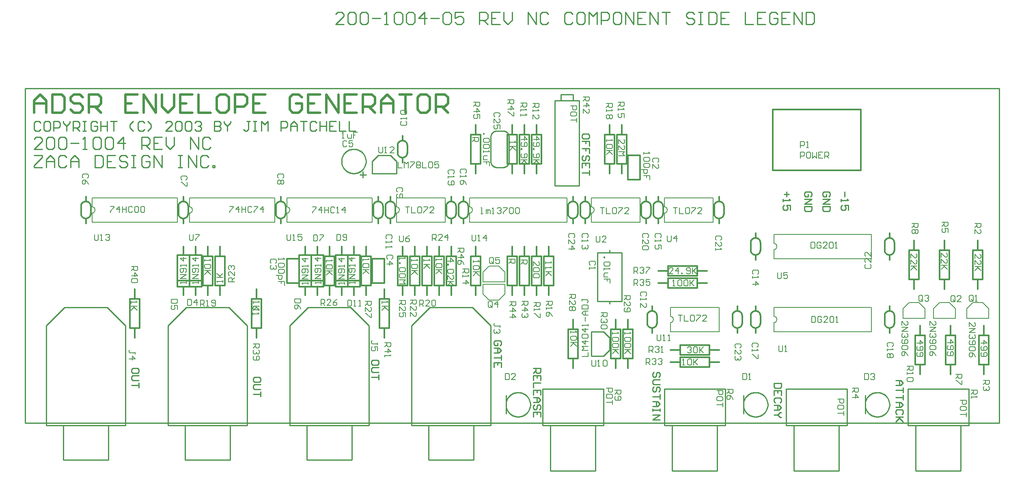
<source format=gto>
*%FSLAX23Y23*%
*%MOIN*%
G01*
%ADD11C,0.007*%
%ADD12C,0.008*%
%ADD13C,0.010*%
%ADD14C,0.012*%
%ADD15C,0.020*%
%ADD16C,0.032*%
%ADD17C,0.036*%
%ADD18C,0.050*%
%ADD19C,0.052*%
%ADD20C,0.055*%
%ADD21C,0.056*%
%ADD22C,0.060*%
%ADD23C,0.061*%
%ADD24C,0.062*%
%ADD25C,0.066*%
%ADD26C,0.068*%
%ADD27C,0.070*%
%ADD28C,0.080*%
%ADD29C,0.090*%
%ADD30C,0.095*%
%ADD31C,0.115*%
%ADD32C,0.120*%
%ADD33C,0.125*%
%ADD34C,0.126*%
%ADD35C,0.131*%
%ADD36C,0.150*%
%ADD37C,0.156*%
%ADD38R,0.062X0.062*%
%ADD39R,0.068X0.068*%
D12*
X13791Y7454D02*
X13841Y7404D01*
X13711Y7454D02*
X13661Y7404D01*
Y7324D01*
X13841D02*
Y7404D01*
Y7324D02*
X13661D01*
X13711Y7454D02*
X13791D01*
X13631Y7299D02*
Y7266D01*
Y7299D02*
X13664Y7266D01*
X13673D01*
X13681Y7274D01*
Y7291D01*
X13673Y7299D01*
X13681Y7249D02*
X13631D01*
Y7216D02*
X13681Y7249D01*
Y7216D02*
X13631D01*
X13673Y7199D02*
X13681Y7191D01*
Y7174D01*
X13673Y7166D01*
X13664D01*
X13665D01*
X13664D02*
X13665D01*
X13664D02*
X13665D01*
X13664D02*
X13656Y7174D01*
Y7182D01*
Y7174D01*
X13648Y7166D01*
X13639D01*
X13631Y7174D01*
Y7191D01*
X13639Y7199D01*
Y7149D02*
X13631Y7141D01*
Y7124D01*
X13639Y7116D01*
X13673D01*
X13681Y7124D01*
Y7141D01*
X13673Y7149D01*
X13664D01*
X13656Y7141D01*
Y7116D01*
X13673Y7099D02*
X13681Y7091D01*
Y7074D01*
X13673Y7066D01*
X13639D01*
X13631Y7074D01*
Y7091D01*
X13639Y7099D01*
X13673D01*
Y7032D02*
X13681Y7016D01*
X13673Y7032D02*
X13656Y7049D01*
X13639D01*
X13631Y7041D01*
Y7024D01*
X13639Y7016D01*
X13648D01*
X13656Y7024D01*
Y7049D01*
X13839Y7467D02*
Y7501D01*
X13831Y7509D01*
X13814D01*
X13806Y7501D01*
Y7467D01*
X13814Y7459D01*
X13831D01*
X13839D02*
X13823Y7476D01*
X13831Y7459D02*
X13839Y7467D01*
X13856Y7459D02*
X13889D01*
X13856D02*
X13889Y7492D01*
Y7501D01*
X13881Y7509D01*
X13864D01*
X13856Y7501D01*
X13726Y7826D02*
Y7859D01*
X13759Y7826D01*
X13768D01*
X13776Y7834D01*
Y7851D01*
X13768Y7859D01*
X13726Y7809D02*
Y7776D01*
Y7809D02*
X13759Y7776D01*
X13768D01*
X13776Y7784D01*
Y7801D01*
X13768Y7809D01*
X13776Y7759D02*
X13726D01*
X13743D01*
X13776Y7726D01*
X13751Y7751D01*
X13726Y7726D01*
X13731Y8114D02*
X13781D01*
Y8089D01*
X13773Y8081D01*
X13756D01*
X13748Y8089D01*
Y8114D01*
Y8097D02*
X13731Y8081D01*
X13781Y8064D02*
Y8031D01*
Y8064D02*
X13756D01*
X13764Y8047D01*
Y8039D01*
X13756Y8031D01*
X13739D01*
X13731Y8039D01*
Y8056D01*
X13739Y8064D01*
X14066Y7454D02*
X14116Y7404D01*
X13986Y7454D02*
X13936Y7404D01*
Y7324D01*
X14116D02*
Y7404D01*
Y7324D02*
X13936D01*
X13986Y7454D02*
X14066D01*
X13956Y7289D02*
Y7256D01*
Y7289D02*
X13989Y7256D01*
X13998D01*
X14006Y7264D01*
Y7281D01*
X13998Y7289D01*
X14006Y7239D02*
X13956D01*
Y7206D02*
X14006Y7239D01*
Y7206D02*
X13956D01*
X13998Y7189D02*
X14006Y7181D01*
Y7164D01*
X13998Y7156D01*
X13989D01*
X13990D01*
X13989D02*
X13990D01*
X13989D02*
X13990D01*
X13989D02*
X13981Y7164D01*
Y7172D01*
Y7164D01*
X13973Y7156D01*
X13964D01*
X13956Y7164D01*
Y7181D01*
X13964Y7189D01*
Y7139D02*
X13956Y7131D01*
Y7114D01*
X13964Y7106D01*
X13998D01*
X14006Y7114D01*
Y7131D01*
X13998Y7139D01*
X13989D01*
X13981Y7131D01*
Y7106D01*
X13998Y7089D02*
X14006Y7081D01*
Y7064D01*
X13998Y7056D01*
X13964D01*
X13956Y7064D01*
Y7081D01*
X13964Y7089D01*
X13998D01*
Y7022D02*
X14006Y7006D01*
X13998Y7022D02*
X13981Y7039D01*
X13964D01*
X13956Y7031D01*
Y7014D01*
X13964Y7006D01*
X13973D01*
X13981Y7014D01*
Y7039D01*
X13989Y7472D02*
Y7506D01*
X13981Y7514D01*
X13964D01*
X13956Y7506D01*
Y7472D01*
X13964Y7464D01*
X13981D01*
X13989D02*
X13973Y7481D01*
X13981Y7464D02*
X13989Y7472D01*
X14006Y7464D02*
X14023D01*
X14014D01*
Y7514D01*
X14015D01*
X14014D02*
X14006Y7506D01*
X14001Y7816D02*
Y7849D01*
X14034Y7816D01*
X14043D01*
X14051Y7824D01*
Y7841D01*
X14043Y7849D01*
X14001Y7799D02*
Y7766D01*
Y7799D02*
X14034Y7766D01*
X14043D01*
X14051Y7774D01*
Y7791D01*
X14043Y7799D01*
X14051Y7749D02*
X14001D01*
X14018D01*
X14051Y7716D01*
X14026Y7741D01*
X14001Y7716D01*
Y8104D02*
X14051D01*
Y8079D01*
X14043Y8071D01*
X14026D01*
X14018Y8079D01*
Y8104D01*
Y8087D02*
X14001Y8071D01*
Y8054D02*
Y8021D01*
Y8054D02*
X14034Y8021D01*
X14043D01*
X14051Y8029D01*
Y8046D01*
X14043Y8054D01*
X13931Y6649D02*
X13881D01*
X13931D02*
Y6624D01*
X13923Y6616D01*
X13906D01*
X13898Y6624D01*
Y6649D01*
X13931Y6591D02*
Y6574D01*
Y6591D02*
X13923Y6599D01*
X13889D01*
X13881Y6591D01*
Y6574D01*
X13889Y6566D01*
X13923D01*
X13931Y6574D01*
Y6549D02*
Y6516D01*
Y6532D01*
X13881D01*
X13971Y6734D02*
X14021D01*
Y6709D01*
X14013Y6701D01*
X13996D01*
X13988Y6709D01*
Y6734D01*
Y6717D02*
X13971Y6701D01*
Y6684D02*
Y6667D01*
Y6676D01*
X14021D01*
X14022D01*
X14021D02*
X14013Y6684D01*
X13826Y7124D02*
X13776D01*
X13801Y7149D02*
X13826Y7124D01*
X13801Y7116D02*
Y7149D01*
X13784Y7099D02*
X13776Y7091D01*
Y7074D01*
X13784Y7066D01*
X13818D01*
X13826Y7074D01*
Y7091D01*
X13818Y7099D01*
X13809D01*
X13801Y7091D01*
Y7066D01*
X13784Y7049D02*
X13776Y7041D01*
Y7024D01*
X13784Y7016D01*
X13818D01*
X13826Y7024D01*
Y7041D01*
X13818Y7049D01*
X13809D01*
X13801Y7041D01*
Y7016D01*
X13846Y6864D02*
X13896D01*
Y6839D01*
X13888Y6831D01*
X13871D01*
X13863Y6839D01*
Y6864D01*
Y6847D02*
X13846Y6831D01*
X13896Y6814D02*
Y6781D01*
X13888D01*
X13854Y6814D01*
X13846D01*
X14051Y7119D02*
X14101D01*
X14076Y7144D01*
Y7111D01*
X14059Y7094D02*
X14051Y7086D01*
Y7069D01*
X14059Y7061D01*
X14093D01*
X14101Y7069D01*
Y7086D01*
X14093Y7094D01*
X14084D01*
X14076Y7086D01*
Y7061D01*
X14059Y7044D02*
X14051Y7036D01*
Y7019D01*
X14059Y7011D01*
X14093D01*
X14101Y7019D01*
Y7036D01*
X14093Y7044D01*
X14084D01*
X14076Y7036D01*
Y7011D01*
X14071Y6814D02*
X14121D01*
Y6789D01*
X14113Y6781D01*
X14096D01*
X14088Y6789D01*
Y6814D01*
Y6797D02*
X14071Y6781D01*
X14113Y6764D02*
X14121Y6756D01*
Y6739D01*
X14113Y6731D01*
X14104D01*
X14105D01*
X14104D02*
X14105D01*
X14104D02*
X14105D01*
X14104D02*
X14096Y6739D01*
Y6747D01*
Y6739D01*
X14088Y6731D01*
X14079D01*
X14071Y6739D01*
Y6756D01*
X14079Y6764D01*
X12570Y8640D02*
Y8690D01*
X12595D01*
X12603Y8682D01*
Y8665D01*
X12595Y8657D01*
X12570D01*
X12628Y8690D02*
X12645D01*
X12628D02*
X12620Y8682D01*
Y8648D01*
X12628Y8640D01*
X12645D01*
X12653Y8648D01*
Y8682D01*
X12645Y8690D01*
X12670D02*
Y8640D01*
X12687Y8657D01*
X12703Y8640D01*
Y8690D01*
X12720D02*
X12753D01*
X12720D02*
Y8640D01*
X12753D01*
X12737Y8665D02*
X12720D01*
X12770Y8640D02*
Y8690D01*
X12795D01*
X12803Y8682D01*
Y8665D01*
X12795Y8657D01*
X12770D01*
X12787D02*
X12803Y8640D01*
X12570Y8726D02*
Y8776D01*
X12595D01*
X12603Y8768D01*
Y8751D01*
X12595Y8743D01*
X12570D01*
X12620Y8726D02*
X12637D01*
X12628D01*
Y8776D01*
X12629D01*
X12628D02*
X12620Y8768D01*
X12226Y7694D02*
X12218Y7686D01*
X12226Y7694D02*
Y7711D01*
X12218Y7719D01*
X12184D01*
X12176Y7711D01*
Y7694D01*
X12184Y7686D01*
X12176Y7669D02*
Y7652D01*
Y7661D01*
X12226D01*
X12227D01*
X12226D02*
X12218Y7669D01*
X12226Y7602D02*
X12176D01*
X12201Y7627D02*
X12226Y7602D01*
X12201Y7594D02*
Y7627D01*
X12351Y7889D02*
X12354Y7889D01*
X12357Y7890D01*
X12361Y7891D01*
X12364Y7892D01*
X12366Y7894D01*
X12369Y7896D01*
X12371Y7899D01*
X12373Y7902D01*
X12374Y7904D01*
X12375Y7908D01*
X12376Y7911D01*
X12376Y7914D01*
X12376Y7917D01*
X12375Y7920D01*
X12374Y7924D01*
X12373Y7926D01*
X12371Y7929D01*
X12369Y7932D01*
X12366Y7934D01*
X12364Y7936D01*
X12361Y7937D01*
X12357Y7938D01*
X12354Y7939D01*
X12351Y7939D01*
Y7889D02*
Y7814D01*
Y7939D02*
Y8014D01*
X13151D02*
Y7814D01*
Y8014D02*
X12351D01*
Y7814D02*
X13151D01*
X12656Y7899D02*
Y7949D01*
Y7899D02*
X12681D01*
X12689Y7907D01*
Y7941D01*
X12681Y7949D01*
X12656D01*
X12731D02*
X12739Y7941D01*
X12731Y7949D02*
X12714D01*
X12706Y7941D01*
Y7907D01*
X12714Y7899D01*
X12731D01*
X12739Y7907D01*
Y7924D01*
X12723D01*
X12756Y7899D02*
X12789D01*
X12756D02*
X12789Y7932D01*
Y7941D01*
X12781Y7949D01*
X12764D01*
X12756Y7941D01*
X12806D02*
X12814Y7949D01*
X12831D01*
X12839Y7941D01*
Y7907D01*
X12831Y7899D01*
X12814D01*
X12806Y7907D01*
Y7941D01*
X12856Y7899D02*
X12873D01*
X12864D01*
Y7949D01*
X12865D01*
X12864D02*
X12856Y7941D01*
X12381Y7699D02*
Y7657D01*
X12389Y7649D01*
X12406D01*
X12414Y7657D01*
Y7699D01*
X12431D02*
X12464D01*
X12431D02*
Y7674D01*
X12448Y7682D01*
X12456D01*
X12464Y7674D01*
Y7657D01*
X12456Y7649D01*
X12439D01*
X12431Y7657D01*
X13099Y7758D02*
X13107Y7766D01*
X13099Y7758D02*
Y7741D01*
X13107Y7733D01*
X13141D01*
X13149Y7741D01*
Y7758D01*
X13141Y7766D01*
X13149Y7783D02*
Y7816D01*
Y7783D02*
X13116Y7816D01*
X13107D01*
X13099Y7808D01*
Y7791D01*
X13107Y7783D01*
X13149Y7833D02*
Y7866D01*
Y7833D02*
X13116Y7866D01*
X13107D01*
X13099Y7858D01*
Y7841D01*
X13107Y7833D01*
X12221Y7094D02*
X12213Y7086D01*
X12221Y7094D02*
Y7111D01*
X12213Y7119D01*
X12179D01*
X12171Y7111D01*
Y7094D01*
X12179Y7086D01*
X12171Y7069D02*
Y7052D01*
Y7061D01*
X12221D01*
X12222D01*
X12221D02*
X12213Y7069D01*
X12221Y7027D02*
Y6994D01*
X12213D01*
X12179Y7027D01*
X12171D01*
X12351Y7289D02*
X12354Y7289D01*
X12357Y7290D01*
X12361Y7291D01*
X12364Y7292D01*
X12366Y7294D01*
X12369Y7296D01*
X12371Y7299D01*
X12373Y7302D01*
X12374Y7304D01*
X12375Y7308D01*
X12376Y7311D01*
X12376Y7314D01*
X12376Y7317D01*
X12375Y7320D01*
X12374Y7324D01*
X12373Y7326D01*
X12371Y7329D01*
X12369Y7332D01*
X12366Y7334D01*
X12364Y7336D01*
X12361Y7337D01*
X12357Y7338D01*
X12354Y7339D01*
X12351Y7339D01*
Y7289D02*
Y7214D01*
Y7339D02*
Y7414D01*
X13151D02*
Y7214D01*
Y7414D02*
X12351D01*
Y7214D02*
X13151D01*
X12661Y7289D02*
Y7339D01*
Y7289D02*
X12686D01*
X12694Y7297D01*
Y7331D01*
X12686Y7339D01*
X12661D01*
X12736D02*
X12744Y7331D01*
X12736Y7339D02*
X12719D01*
X12711Y7331D01*
Y7297D01*
X12719Y7289D01*
X12736D01*
X12744Y7297D01*
Y7314D01*
X12728D01*
X12761Y7289D02*
X12794D01*
X12761D02*
X12794Y7322D01*
Y7331D01*
X12786Y7339D01*
X12769D01*
X12761Y7331D01*
X12811D02*
X12819Y7339D01*
X12836D01*
X12844Y7331D01*
Y7297D01*
X12836Y7289D01*
X12819D01*
X12811Y7297D01*
Y7331D01*
X12861Y7289D02*
X12878D01*
X12869D01*
Y7339D01*
X12870D01*
X12869D02*
X12861Y7331D01*
X12391Y7099D02*
Y7057D01*
X12399Y7049D01*
X12416D01*
X12424Y7057D01*
Y7099D01*
X12441Y7049D02*
X12458D01*
X12449D01*
Y7099D01*
X12450D01*
X12449D02*
X12441Y7091D01*
X13323Y7091D02*
X13331Y7099D01*
Y7116D01*
X13323Y7124D01*
X13289D01*
X13281Y7116D01*
Y7099D01*
X13289Y7091D01*
X13281Y7074D02*
Y7057D01*
Y7066D01*
X13331D01*
X13332D01*
X13331D02*
X13323Y7074D01*
Y7032D02*
X13331Y7024D01*
Y7007D01*
X13323Y6999D01*
X13314D01*
X13306Y7007D01*
X13298Y6999D01*
X13289D01*
X13281Y7007D01*
Y7024D01*
X13289Y7032D01*
X13298D01*
X13306Y7024D01*
X13314Y7032D01*
X13323D01*
X13306Y7024D02*
Y7007D01*
X13591Y7404D02*
X13541Y7454D01*
X13461D02*
X13411Y7404D01*
Y7324D01*
X13591D02*
Y7404D01*
Y7324D02*
X13411D01*
X13461Y7454D02*
X13541D01*
X13401Y7299D02*
Y7266D01*
Y7299D02*
X13434Y7266D01*
X13443D01*
X13451Y7274D01*
Y7291D01*
X13443Y7299D01*
X13451Y7249D02*
X13401D01*
Y7216D02*
X13451Y7249D01*
Y7216D02*
X13401D01*
X13443Y7199D02*
X13451Y7191D01*
Y7174D01*
X13443Y7166D01*
X13434D01*
X13435D01*
X13434D02*
X13435D01*
X13434D02*
X13435D01*
X13434D02*
X13426Y7174D01*
Y7182D01*
Y7174D01*
X13418Y7166D01*
X13409D01*
X13401Y7174D01*
Y7191D01*
X13409Y7199D01*
Y7149D02*
X13401Y7141D01*
Y7124D01*
X13409Y7116D01*
X13443D01*
X13451Y7124D01*
Y7141D01*
X13443Y7149D01*
X13434D01*
X13426Y7141D01*
Y7116D01*
X13443Y7099D02*
X13451Y7091D01*
Y7074D01*
X13443Y7066D01*
X13409D01*
X13401Y7074D01*
Y7091D01*
X13409Y7099D01*
X13443D01*
Y7032D02*
X13451Y7016D01*
X13443Y7032D02*
X13426Y7049D01*
X13409D01*
X13401Y7041D01*
Y7024D01*
X13409Y7016D01*
X13418D01*
X13426Y7024D01*
Y7049D01*
X13574Y7472D02*
Y7506D01*
X13566Y7514D01*
X13549D01*
X13541Y7506D01*
Y7472D01*
X13549Y7464D01*
X13566D01*
X13574D02*
X13558Y7481D01*
X13566Y7464D02*
X13574Y7472D01*
X13591Y7506D02*
X13599Y7514D01*
X13616D01*
X13624Y7506D01*
Y7497D01*
X13625D01*
X13624D02*
X13625D01*
X13624D02*
X13625D01*
X13624D02*
X13616Y7489D01*
X13608D01*
X13616D01*
X13624Y7481D01*
Y7472D01*
X13616Y7464D01*
X13599D01*
X13591Y7472D01*
X13476Y7821D02*
Y7854D01*
X13509Y7821D01*
X13518D01*
X13526Y7829D01*
Y7846D01*
X13518Y7854D01*
X13476Y7804D02*
Y7771D01*
Y7804D02*
X13509Y7771D01*
X13518D01*
X13526Y7779D01*
Y7796D01*
X13518Y7804D01*
X13526Y7754D02*
X13476D01*
X13493D01*
X13526Y7721D01*
X13501Y7746D01*
X13476Y7721D01*
X13486Y8104D02*
X13536D01*
Y8079D01*
X13528Y8071D01*
X13511D01*
X13503Y8079D01*
Y8104D01*
Y8087D02*
X13486Y8071D01*
X13528Y8054D02*
X13536Y8046D01*
Y8029D01*
X13528Y8021D01*
X13519D01*
X13511Y8029D01*
X13503Y8021D01*
X13494D01*
X13486Y8029D01*
Y8046D01*
X13494Y8054D01*
X13503D01*
X13511Y8046D01*
X13519Y8054D01*
X13528D01*
X13511Y8046D02*
Y8029D01*
X12081Y7089D02*
X12073Y7081D01*
X12081Y7089D02*
Y7106D01*
X12073Y7114D01*
X12039D01*
X12031Y7106D01*
Y7089D01*
X12039Y7081D01*
X12031Y7064D02*
Y7031D01*
Y7064D02*
X12064Y7031D01*
X12073D01*
X12081Y7039D01*
Y7056D01*
X12073Y7064D01*
Y7014D02*
X12081Y7006D01*
Y6989D01*
X12073Y6981D01*
X12064D01*
X12065D01*
X12064D02*
X12065D01*
X12064D02*
X12065D01*
X12064D02*
X12056Y6989D01*
Y6997D01*
Y6989D01*
X12048Y6981D01*
X12039D01*
X12031Y6989D01*
Y7006D01*
X12039Y7014D01*
X12096Y6868D02*
Y6818D01*
X12121D01*
X12129Y6827D01*
Y6860D01*
X12121Y6868D01*
X12096D01*
X12146Y6818D02*
X12163D01*
X12154D01*
Y6868D01*
X12155D01*
X12154D02*
X12146Y6860D01*
X13096Y6868D02*
Y6818D01*
X13121D01*
X13129Y6827D01*
Y6860D01*
X13121Y6868D01*
X13096D01*
X13146Y6860D02*
X13154Y6868D01*
X13171D01*
X13179Y6860D01*
Y6852D01*
X13180D01*
X13179D02*
X13180D01*
X13179D02*
X13180D01*
X13179D02*
X13171Y6843D01*
X13163D01*
X13171D01*
X13179Y6835D01*
Y6827D01*
X13171Y6818D01*
X13154D01*
X13146Y6827D01*
X12926Y6659D02*
X12876D01*
X12926D02*
Y6634D01*
X12918Y6626D01*
X12901D01*
X12893Y6634D01*
Y6659D01*
X12926Y6601D02*
Y6584D01*
Y6601D02*
X12918Y6609D01*
X12884D01*
X12876Y6601D01*
Y6584D01*
X12884Y6576D01*
X12918D01*
X12926Y6584D01*
Y6559D02*
Y6526D01*
Y6542D01*
X12876D01*
X12996Y6749D02*
X13046D01*
Y6724D01*
X13038Y6716D01*
X13021D01*
X13013Y6724D01*
Y6749D01*
Y6732D02*
X12996Y6716D01*
Y6674D02*
X13046D01*
X13021Y6699D01*
Y6666D01*
X13526Y7119D02*
X13576D01*
X13551Y7144D01*
Y7111D01*
X13534Y7094D02*
X13526Y7086D01*
Y7069D01*
X13534Y7061D01*
X13568D01*
X13576Y7069D01*
Y7086D01*
X13568Y7094D01*
X13559D01*
X13551Y7086D01*
Y7061D01*
X13534Y7044D02*
X13526Y7036D01*
Y7019D01*
X13534Y7011D01*
X13568D01*
X13576Y7019D01*
Y7036D01*
X13568Y7044D01*
X13559D01*
X13551Y7036D01*
Y7011D01*
X13496Y6929D02*
X13446D01*
X13496D02*
Y6904D01*
X13488Y6896D01*
X13471D01*
X13463Y6904D01*
Y6929D01*
Y6912D02*
X13446Y6896D01*
Y6879D02*
Y6862D01*
Y6871D01*
X13496D01*
X13497D01*
X13496D02*
X13488Y6879D01*
Y6837D02*
X13496Y6829D01*
Y6812D01*
X13488Y6804D01*
X13454D01*
X13446Y6812D01*
Y6829D01*
X13454Y6837D01*
X13488D01*
X10976Y8777D02*
Y8794D01*
Y8786D02*
Y8777D01*
Y8786D02*
X11026D01*
X11027D01*
X11026D02*
X11018Y8794D01*
Y8752D02*
X11026Y8744D01*
Y8727D01*
X11018Y8719D01*
X10984D01*
X10976Y8727D01*
Y8744D01*
X10984Y8752D01*
X11018D01*
X11026Y8702D02*
X10976D01*
X10993D01*
X11026Y8669D01*
X11001Y8694D01*
X10976Y8669D01*
Y9089D02*
X11026D01*
Y9064D01*
X11018Y9056D01*
X11001D01*
X10993Y9064D01*
Y9089D01*
Y9072D02*
X10976Y9056D01*
Y9039D02*
Y9022D01*
Y9031D01*
X11026D01*
X11027D01*
X11026D02*
X11018Y9039D01*
Y8997D02*
X11026Y8989D01*
Y8972D01*
X11018Y8964D01*
X11009D01*
X11001Y8972D01*
X10993Y8964D01*
X10984D01*
X10976Y8972D01*
Y8989D01*
X10984Y8997D01*
X10993D01*
X11001Y8989D01*
X11009Y8997D01*
X11018D01*
X11001Y8989D02*
Y8972D01*
X11076Y8794D02*
Y8761D01*
Y8794D02*
X11109Y8761D01*
X11118D01*
X11126Y8769D01*
Y8786D01*
X11118Y8794D01*
X11076Y8744D02*
Y8711D01*
Y8744D02*
X11109Y8711D01*
X11118D01*
X11126Y8719D01*
Y8736D01*
X11118Y8744D01*
X11126Y8694D02*
X11076D01*
X11109Y8677D02*
X11126Y8694D01*
X11109Y8677D02*
X11126Y8661D01*
X11076D01*
X11071Y9099D02*
X11121D01*
Y9074D01*
X11113Y9066D01*
X11096D01*
X11088Y9074D01*
Y9099D01*
Y9082D02*
X11071Y9066D01*
Y9049D02*
Y9032D01*
Y9041D01*
X11121D01*
X11122D01*
X11121D02*
X11113Y9049D01*
X11121Y9007D02*
Y8974D01*
Y9007D02*
X11096D01*
X11104Y8991D01*
Y8982D01*
X11096Y8974D01*
X11079D01*
X11071Y8982D01*
Y8999D01*
X11079Y9007D01*
X10731Y9069D02*
X10681D01*
X10731D02*
Y9044D01*
X10723Y9036D01*
X10706D01*
X10698Y9044D01*
Y9069D01*
X10731Y9011D02*
Y8994D01*
Y9011D02*
X10723Y9019D01*
X10689D01*
X10681Y9011D01*
Y8994D01*
X10689Y8986D01*
X10723D01*
X10731Y8994D01*
Y8969D02*
Y8936D01*
Y8952D01*
X10681D01*
X10786Y9144D02*
X10836D01*
Y9119D01*
X10828Y9111D01*
X10811D01*
X10803Y9119D01*
Y9144D01*
Y9127D02*
X10786Y9111D01*
Y9069D02*
X10836D01*
X10811Y9094D01*
Y9061D01*
X10786Y9044D02*
Y9011D01*
Y9044D02*
X10819Y9011D01*
X10828D01*
X10836Y9019D01*
Y9036D01*
X10828Y9044D01*
X10716Y7994D02*
X10708Y7986D01*
X10716Y7994D02*
Y8011D01*
X10708Y8019D01*
X10674D01*
X10666Y8011D01*
Y7994D01*
X10674Y7986D01*
X10666Y7969D02*
Y7936D01*
Y7969D02*
X10699Y7936D01*
X10708D01*
X10716Y7944D01*
Y7961D01*
X10708Y7969D01*
X10716Y7894D02*
X10666D01*
X10691Y7919D02*
X10716Y7894D01*
X10691Y7886D02*
Y7919D01*
X10818Y7986D02*
X10826Y7994D01*
Y8011D01*
X10818Y8019D01*
X10784D01*
X10776Y8011D01*
Y7994D01*
X10784Y7986D01*
X10776Y7969D02*
Y7952D01*
Y7961D01*
X10826D01*
X10827D01*
X10826D02*
X10818Y7969D01*
Y7927D02*
X10826Y7919D01*
Y7902D01*
X10818Y7894D01*
X10809D01*
X10810D01*
X10809D02*
X10810D01*
X10809D02*
X10810D01*
X10809D02*
X10801Y7902D01*
Y7911D01*
Y7902D01*
X10793Y7894D01*
X10784D01*
X10776Y7902D01*
Y7919D01*
X10784Y7927D01*
X10851Y8189D02*
X10854Y8189D01*
X10857Y8190D01*
X10861Y8191D01*
X10864Y8192D01*
X10866Y8194D01*
X10869Y8196D01*
X10871Y8199D01*
X10873Y8202D01*
X10874Y8204D01*
X10875Y8208D01*
X10876Y8211D01*
X10876Y8214D01*
X10876Y8217D01*
X10875Y8220D01*
X10874Y8224D01*
X10873Y8226D01*
X10871Y8229D01*
X10869Y8232D01*
X10866Y8234D01*
X10864Y8236D01*
X10861Y8237D01*
X10857Y8238D01*
X10854Y8239D01*
X10851Y8239D01*
Y8189D02*
Y8114D01*
Y8239D02*
Y8314D01*
X11251D02*
Y8114D01*
Y8314D02*
X10851D01*
Y8114D02*
X11251D01*
X10959Y8234D02*
X10926D01*
X10943D02*
X10959D01*
X10943D02*
Y8184D01*
X10976D02*
Y8234D01*
Y8184D02*
X11009D01*
X11026Y8226D02*
X11034Y8234D01*
X11051D01*
X11059Y8226D01*
Y8192D01*
X11051Y8184D01*
X11034D01*
X11026Y8192D01*
Y8226D01*
X11076Y8234D02*
X11109D01*
Y8226D01*
X11076Y8192D01*
Y8184D01*
X11126D02*
X11159D01*
X11126D02*
X11159Y8217D01*
Y8226D01*
X11151Y8234D01*
X11134D01*
X11126Y8226D01*
X10891Y7999D02*
Y7957D01*
X10899Y7949D01*
X10916D01*
X10924Y7957D01*
Y7999D01*
X10941Y7949D02*
X10974D01*
X10941D02*
X10974Y7982D01*
Y7991D01*
X10966Y7999D01*
X10949D01*
X10941Y7991D01*
X11313Y7986D02*
X11321Y7994D01*
Y8011D01*
X11313Y8019D01*
X11279D01*
X11271Y8011D01*
Y7994D01*
X11279Y7986D01*
X11271Y7969D02*
Y7936D01*
Y7969D02*
X11304Y7936D01*
X11313D01*
X11321Y7944D01*
Y7961D01*
X11313Y7969D01*
Y7919D02*
X11321Y7911D01*
Y7894D01*
X11313Y7886D01*
X11279D01*
X11271Y7894D01*
Y7911D01*
X11279Y7919D01*
X11313D01*
X11418Y7986D02*
X11426Y7994D01*
Y8011D01*
X11418Y8019D01*
X11384D01*
X11376Y8011D01*
Y7994D01*
X11384Y7986D01*
X11376Y7969D02*
Y7952D01*
Y7961D01*
X11426D01*
X11427D01*
X11426D02*
X11418Y7969D01*
X11426Y7927D02*
Y7894D01*
Y7927D02*
X11401D01*
X11409Y7911D01*
Y7902D01*
X11401Y7894D01*
X11384D01*
X11376Y7902D01*
Y7919D01*
X11384Y7927D01*
X11451Y8189D02*
X11454Y8189D01*
X11457Y8190D01*
X11461Y8191D01*
X11464Y8192D01*
X11466Y8194D01*
X11469Y8196D01*
X11471Y8199D01*
X11473Y8202D01*
X11474Y8204D01*
X11475Y8208D01*
X11476Y8211D01*
X11476Y8214D01*
X11476Y8217D01*
X11475Y8220D01*
X11474Y8224D01*
X11473Y8226D01*
X11471Y8229D01*
X11469Y8232D01*
X11466Y8234D01*
X11464Y8236D01*
X11461Y8237D01*
X11457Y8238D01*
X11454Y8239D01*
X11451Y8239D01*
Y8189D02*
Y8114D01*
Y8239D02*
Y8314D01*
X11851D02*
Y8114D01*
Y8314D02*
X11451D01*
Y8114D02*
X11851D01*
X11559Y8234D02*
X11526D01*
X11543D02*
X11559D01*
X11543D02*
Y8184D01*
X11576D02*
Y8234D01*
Y8184D02*
X11609D01*
X11626Y8226D02*
X11634Y8234D01*
X11651D01*
X11659Y8226D01*
Y8192D01*
X11651Y8184D01*
X11634D01*
X11626Y8192D01*
Y8226D01*
X11676Y8234D02*
X11709D01*
Y8226D01*
X11676Y8192D01*
Y8184D01*
X11726D02*
X11759D01*
X11726D02*
X11759Y8217D01*
Y8226D01*
X11751Y8234D01*
X11734D01*
X11726Y8226D01*
X11476Y8004D02*
Y7962D01*
X11484Y7954D01*
X11501D01*
X11509Y7962D01*
Y8004D01*
X11551D02*
Y7954D01*
X11526Y7979D02*
X11551Y8004D01*
X11559Y7979D02*
X11526D01*
X11913Y7966D02*
X11921Y7974D01*
Y7991D01*
X11913Y7999D01*
X11879D01*
X11871Y7991D01*
Y7974D01*
X11879Y7966D01*
X11871Y7949D02*
Y7916D01*
Y7949D02*
X11904Y7916D01*
X11913D01*
X11921Y7924D01*
Y7941D01*
X11913Y7949D01*
X11871Y7899D02*
Y7882D01*
Y7891D01*
X11921D01*
X11922D01*
X11921D02*
X11913Y7899D01*
X11501Y7339D02*
X11504Y7339D01*
X11507Y7338D01*
X11511Y7337D01*
X11514Y7336D01*
X11516Y7334D01*
X11519Y7332D01*
X11521Y7329D01*
X11523Y7326D01*
X11524Y7324D01*
X11525Y7320D01*
X11526Y7317D01*
X11526Y7314D01*
X11526Y7311D01*
X11525Y7308D01*
X11524Y7304D01*
X11523Y7302D01*
X11521Y7299D01*
X11519Y7296D01*
X11516Y7294D01*
X11514Y7292D01*
X11511Y7291D01*
X11507Y7290D01*
X11504Y7289D01*
X11501Y7289D01*
Y7214D01*
Y7339D02*
Y7414D01*
X11901D02*
Y7214D01*
Y7414D02*
X11501D01*
Y7214D02*
X11901D01*
X11599Y7349D02*
X11566D01*
X11583D02*
X11599D01*
X11583D02*
Y7299D01*
X11616D02*
Y7349D01*
Y7299D02*
X11649D01*
X11666Y7341D02*
X11674Y7349D01*
X11691D01*
X11699Y7341D01*
Y7307D01*
X11691Y7299D01*
X11674D01*
X11666Y7307D01*
Y7341D01*
X11716Y7349D02*
X11749D01*
Y7341D01*
X11716Y7307D01*
Y7299D01*
X11766D02*
X11799D01*
X11766D02*
X11799Y7332D01*
Y7341D01*
X11791Y7349D01*
X11774D01*
X11766Y7341D01*
X11391Y7189D02*
Y7147D01*
X11399Y7139D01*
X11416D01*
X11424Y7147D01*
Y7189D01*
X11441Y7139D02*
X11458D01*
X11449D01*
Y7189D01*
X11450D01*
X11449D02*
X11441Y7181D01*
X11483Y7139D02*
X11499D01*
X11491D01*
Y7189D01*
X11492D01*
X11491D02*
X11483Y7181D01*
X11298Y7506D02*
X11306Y7514D01*
Y7531D01*
X11298Y7539D01*
X11264D01*
X11256Y7531D01*
Y7514D01*
X11264Y7506D01*
X11256Y7489D02*
Y7472D01*
Y7481D01*
X11306D01*
X11307D01*
X11306D02*
X11298Y7489D01*
X11256Y7447D02*
Y7414D01*
Y7447D02*
X11289Y7414D01*
X11298D01*
X11306Y7422D01*
Y7439D01*
X11298Y7447D01*
X11649Y7089D02*
X11641Y7081D01*
X11649Y7089D02*
X11666D01*
X11674Y7081D01*
Y7072D01*
X11675D01*
X11674D02*
X11675D01*
X11674D02*
X11675D01*
X11674D02*
X11666Y7064D01*
X11658D01*
X11666D01*
X11674Y7056D01*
Y7047D01*
X11666Y7039D01*
X11649D01*
X11641Y7047D01*
X11691Y7081D02*
X11699Y7089D01*
X11716D01*
X11724Y7081D01*
Y7047D01*
X11716Y7039D01*
X11699D01*
X11691Y7047D01*
Y7081D01*
X11741Y7089D02*
Y7039D01*
Y7056D01*
X11774Y7089D01*
X11749Y7064D01*
X11774Y7039D01*
X11326Y7044D02*
Y7094D01*
X11351D01*
X11359Y7086D01*
Y7069D01*
X11351Y7061D01*
X11326D01*
X11343D02*
X11359Y7044D01*
X11376Y7086D02*
X11384Y7094D01*
X11401D01*
X11409Y7086D01*
Y7077D01*
X11410D01*
X11409D02*
X11410D01*
X11409D02*
X11410D01*
X11409D02*
X11401Y7069D01*
X11393D01*
X11401D01*
X11409Y7061D01*
Y7052D01*
X11401Y7044D01*
X11384D01*
X11376Y7052D01*
X11426Y7044D02*
X11443D01*
X11434D01*
Y7094D01*
X11435D01*
X11434D02*
X11426Y7086D01*
X11521Y7589D02*
X11538D01*
X11529D01*
Y7639D01*
X11530D01*
X11529D02*
X11521Y7631D01*
X11563D02*
X11571Y7639D01*
X11588D01*
X11596Y7631D01*
Y7597D01*
X11588Y7589D01*
X11571D01*
X11563Y7597D01*
Y7631D01*
X11613D02*
X11621Y7639D01*
X11638D01*
X11646Y7631D01*
Y7597D01*
X11638Y7589D01*
X11621D01*
X11613Y7597D01*
Y7631D01*
X11663Y7639D02*
Y7589D01*
Y7606D01*
X11696Y7639D01*
X11671Y7614D01*
X11696Y7589D01*
X11201Y7594D02*
Y7644D01*
X11226D01*
X11234Y7636D01*
Y7619D01*
X11226Y7611D01*
X11201D01*
X11218D02*
X11234Y7594D01*
X11251Y7636D02*
X11259Y7644D01*
X11276D01*
X11284Y7636D01*
Y7627D01*
X11285D01*
X11284D02*
X11285D01*
X11284D02*
X11285D01*
X11284D02*
X11276Y7619D01*
X11268D01*
X11276D01*
X11284Y7611D01*
Y7602D01*
X11276Y7594D01*
X11259D01*
X11251Y7602D01*
X11301Y7644D02*
X11334D01*
X11301D02*
Y7619D01*
X11318Y7627D01*
X11326D01*
X11334Y7619D01*
Y7602D01*
X11326Y7594D01*
X11309D01*
X11301Y7602D01*
X11491Y7689D02*
X11524D01*
X11491D02*
X11524Y7722D01*
Y7731D01*
X11516Y7739D01*
X11499D01*
X11491Y7731D01*
X11566Y7739D02*
Y7689D01*
X11541Y7714D02*
X11566Y7739D01*
X11574Y7714D02*
X11541D01*
X11591Y7697D02*
Y7689D01*
Y7697D02*
X11599D01*
Y7689D01*
X11591D01*
X11633Y7697D02*
X11641Y7689D01*
X11658D01*
X11666Y7697D01*
Y7731D01*
X11658Y7739D01*
X11641D01*
X11633Y7731D01*
Y7722D01*
X11641Y7714D01*
X11666D01*
X11683Y7739D02*
Y7689D01*
Y7706D01*
X11716Y7739D01*
X11691Y7714D01*
X11716Y7689D01*
X11201Y7694D02*
Y7744D01*
X11226D01*
X11234Y7736D01*
Y7719D01*
X11226Y7711D01*
X11201D01*
X11218D02*
X11234Y7694D01*
X11251Y7736D02*
X11259Y7744D01*
X11276D01*
X11284Y7736D01*
Y7727D01*
X11285D01*
X11284D02*
X11285D01*
X11284D02*
X11285D01*
X11284D02*
X11276Y7719D01*
X11268D01*
X11276D01*
X11284Y7711D01*
Y7702D01*
X11276Y7694D01*
X11259D01*
X11251Y7702D01*
X11301Y7744D02*
X11334D01*
Y7736D01*
X11301Y7702D01*
Y7694D01*
X10964Y7829D02*
X10956D01*
X10964D02*
Y7821D01*
X10956D01*
Y7829D01*
X10998Y7787D02*
X11006Y7779D01*
Y7762D01*
X10998Y7754D01*
X10964D01*
X10956Y7762D01*
Y7779D01*
X10964Y7787D01*
X10998D01*
X10956Y7737D02*
Y7721D01*
Y7729D01*
X11006D01*
X11007D01*
X11006D02*
X10998Y7737D01*
X10989Y7696D02*
X10964D01*
X10956Y7687D01*
Y7662D01*
X10989D01*
X11006Y7646D02*
Y7612D01*
Y7646D02*
X10981D01*
Y7629D01*
Y7646D01*
X10956D01*
X10878Y7761D02*
X10886Y7769D01*
Y7786D01*
X10878Y7794D01*
X10844D01*
X10836Y7786D01*
Y7769D01*
X10844Y7761D01*
X10836Y7744D02*
Y7727D01*
Y7736D01*
X10886D01*
X10887D01*
X10886D02*
X10878Y7744D01*
X11026Y7209D02*
Y7192D01*
Y7201D01*
X11076D01*
X11077D01*
X11076D02*
X11068Y7209D01*
Y7167D02*
X11076Y7159D01*
Y7142D01*
X11068Y7134D01*
X11034D01*
X11026Y7142D01*
Y7159D01*
X11034Y7167D01*
X11068D01*
Y7117D02*
X11076Y7109D01*
Y7092D01*
X11068Y7084D01*
X11034D01*
X11026Y7092D01*
Y7109D01*
X11034Y7117D01*
X11068D01*
X11076Y7067D02*
X11026D01*
X11043D01*
X11076Y7034D01*
X11051Y7059D01*
X11026Y7034D01*
X10981Y7369D02*
X10931D01*
X10981D02*
Y7344D01*
X10973Y7336D01*
X10956D01*
X10948Y7344D01*
Y7369D01*
Y7352D02*
X10931Y7336D01*
X10973Y7319D02*
X10981Y7311D01*
Y7294D01*
X10973Y7286D01*
X10964D01*
X10965D01*
X10964D02*
X10965D01*
X10964D02*
X10965D01*
X10964D02*
X10956Y7294D01*
Y7302D01*
Y7294D01*
X10948Y7286D01*
X10939D01*
X10931Y7294D01*
Y7311D01*
X10939Y7319D01*
X10973Y7269D02*
X10981Y7261D01*
Y7244D01*
X10973Y7236D01*
X10939D01*
X10931Y7244D01*
Y7261D01*
X10939Y7269D01*
X10973D01*
X10826Y7009D02*
X10776D01*
X10826D02*
Y7042D01*
Y7059D02*
X10776D01*
X10793Y7076D01*
X10776Y7092D01*
X10826D01*
Y7134D02*
X10776D01*
X10801Y7109D01*
Y7142D01*
X10784Y7159D02*
X10776Y7167D01*
Y7184D01*
X10784Y7192D01*
X10818D01*
X10826Y7184D01*
Y7167D01*
X10818Y7159D01*
X10784D01*
X10776Y7234D02*
X10826D01*
X10801Y7209D02*
X10776Y7234D01*
X10801Y7242D02*
Y7209D01*
X10826Y7259D02*
Y7276D01*
Y7267D01*
X10776D01*
X10777D01*
X10776D02*
X10784Y7259D01*
X10801Y7301D02*
Y7334D01*
X10793Y7351D02*
X10826D01*
X10793D02*
X10776Y7367D01*
X10793Y7384D01*
X10826D01*
X10801D01*
Y7351D01*
X10776Y7401D02*
X10826D01*
Y7426D01*
X10818Y7434D01*
X10784D01*
X10776Y7426D01*
Y7401D01*
Y7467D02*
Y7484D01*
Y7476D02*
Y7467D01*
Y7476D02*
X10818D01*
X10826Y7467D01*
Y7459D01*
X10818Y7451D01*
X10856Y6979D02*
Y6937D01*
X10864Y6929D01*
X10881D01*
X10889Y6937D01*
Y6979D01*
X10906Y6929D02*
X10923D01*
X10914D01*
Y6979D01*
X10915D01*
X10914D02*
X10906Y6971D01*
X10948D02*
X10956Y6979D01*
X10973D01*
X10981Y6971D01*
Y6937D01*
X10973Y6929D01*
X10956D01*
X10948Y6937D01*
Y6971D01*
X10681Y7202D02*
Y7219D01*
Y7211D02*
Y7202D01*
Y7211D02*
X10731D01*
X10732D01*
X10731D02*
X10723Y7219D01*
Y7177D02*
X10731Y7169D01*
Y7152D01*
X10723Y7144D01*
X10689D01*
X10681Y7152D01*
Y7169D01*
X10689Y7177D01*
X10723D01*
X10731Y7127D02*
X10681D01*
X10698D01*
X10731Y7094D01*
X10706Y7119D01*
X10681Y7094D01*
X10671Y7519D02*
X10721D01*
Y7494D01*
X10713Y7486D01*
X10696D01*
X10688Y7494D01*
Y7519D01*
Y7502D02*
X10671Y7486D01*
Y7469D02*
Y7436D01*
Y7469D02*
X10704Y7436D01*
X10713D01*
X10721Y7444D01*
Y7461D01*
X10713Y7469D01*
Y7419D02*
X10721Y7411D01*
Y7394D01*
X10713Y7386D01*
X10704D01*
X10696Y7394D01*
X10688Y7386D01*
X10679D01*
X10671Y7394D01*
Y7411D01*
X10679Y7419D01*
X10688D01*
X10696Y7411D01*
X10704Y7419D01*
X10713D01*
X10696Y7411D02*
Y7394D01*
X10476Y7772D02*
Y7789D01*
Y7781D02*
Y7772D01*
Y7781D02*
X10526D01*
X10527D01*
X10526D02*
X10518Y7789D01*
X10476Y7747D02*
Y7731D01*
Y7739D01*
X10526D01*
X10527D01*
X10526D02*
X10518Y7747D01*
X10526Y7706D02*
X10476D01*
X10493D01*
X10526Y7672D01*
X10501Y7697D01*
X10476Y7672D01*
X10481Y7464D02*
X10531D01*
Y7439D01*
X10523Y7431D01*
X10506D01*
X10498Y7439D01*
Y7464D01*
Y7447D02*
X10481Y7431D01*
Y7414D02*
Y7397D01*
Y7406D01*
X10531D01*
X10532D01*
X10531D02*
X10523Y7414D01*
Y7356D02*
X10531Y7339D01*
X10523Y7356D02*
X10506Y7372D01*
X10489D01*
X10481Y7364D01*
Y7347D01*
X10489Y7339D01*
X10498D01*
X10506Y7347D01*
Y7372D01*
X11281Y8672D02*
Y8689D01*
Y8681D02*
Y8672D01*
Y8681D02*
X11331D01*
X11332D01*
X11331D02*
X11323Y8689D01*
Y8647D02*
X11331Y8639D01*
Y8622D01*
X11323Y8614D01*
X11289D01*
X11281Y8622D01*
Y8639D01*
X11289Y8647D01*
X11323D01*
Y8597D02*
X11331Y8589D01*
Y8572D01*
X11323Y8564D01*
X11289D01*
X11281Y8572D01*
Y8589D01*
X11289Y8597D01*
X11323D01*
X11314Y8547D02*
X11264D01*
X11314D02*
Y8522D01*
X11306Y8514D01*
X11289D01*
X11281Y8522D01*
Y8547D01*
X11331Y8497D02*
Y8464D01*
Y8497D02*
X11306D01*
Y8481D01*
Y8497D01*
X11281D01*
X11398Y8606D02*
X11406Y8614D01*
Y8631D01*
X11398Y8639D01*
X11364D01*
X11356Y8631D01*
Y8614D01*
X11364Y8606D01*
X11356Y8589D02*
Y8556D01*
Y8589D02*
X11389Y8556D01*
X11398D01*
X11406Y8564D01*
Y8581D01*
X11398Y8589D01*
X11026Y6749D02*
X10976D01*
X11026D02*
Y6724D01*
X11018Y6716D01*
X11001D01*
X10993Y6724D01*
Y6749D01*
X11026Y6691D02*
Y6674D01*
Y6691D02*
X11018Y6699D01*
X10984D01*
X10976Y6691D01*
Y6674D01*
X10984Y6666D01*
X11018D01*
X11026Y6674D01*
Y6649D02*
Y6616D01*
Y6632D01*
X10976D01*
X11046Y6734D02*
X11096D01*
Y6709D01*
X11088Y6701D01*
X11071D01*
X11063Y6709D01*
Y6734D01*
Y6717D02*
X11046Y6701D01*
X11054Y6684D02*
X11046Y6676D01*
Y6659D01*
X11054Y6651D01*
X11088D01*
X11096Y6659D01*
Y6676D01*
X11088Y6684D01*
X11079D01*
X11071Y6676D01*
Y6651D01*
X11881Y6729D02*
X11931D01*
Y6704D01*
X11923Y6696D01*
X11906D01*
X11898Y6704D01*
Y6729D01*
X11931Y6671D02*
Y6654D01*
Y6671D02*
X11923Y6679D01*
X11889D01*
X11881Y6671D01*
Y6654D01*
X11889Y6646D01*
X11923D01*
X11931Y6654D01*
Y6629D02*
Y6596D01*
Y6612D01*
X11881D01*
X11966Y6739D02*
X12016D01*
Y6714D01*
X12008Y6706D01*
X11991D01*
X11983Y6714D01*
Y6739D01*
Y6722D02*
X11966Y6706D01*
X12008Y6672D02*
X12016Y6656D01*
X12008Y6672D02*
X11991Y6689D01*
X11974D01*
X11966Y6681D01*
Y6664D01*
X11974Y6656D01*
X11983D01*
X11991Y6664D01*
Y6689D01*
X11618Y6939D02*
X11601D01*
X11609D02*
X11618D01*
X11609D02*
Y6989D01*
X11610D01*
X11609D02*
X11601Y6981D01*
X11643D02*
X11651Y6989D01*
X11668D01*
X11676Y6981D01*
Y6947D01*
X11668Y6939D01*
X11651D01*
X11643Y6947D01*
Y6981D01*
X11693Y6989D02*
Y6939D01*
Y6956D01*
X11726Y6989D01*
X11701Y6964D01*
X11726Y6939D01*
X11301Y6944D02*
Y6994D01*
X11326D01*
X11334Y6986D01*
Y6969D01*
X11326Y6961D01*
X11301D01*
X11318D02*
X11334Y6944D01*
X11351Y6986D02*
X11359Y6994D01*
X11376D01*
X11384Y6986D01*
Y6977D01*
X11385D01*
X11384D02*
X11385D01*
X11384D02*
X11385D01*
X11384D02*
X11376Y6969D01*
X11368D01*
X11376D01*
X11384Y6961D01*
Y6952D01*
X11376Y6944D01*
X11359D01*
X11351Y6952D01*
X11401Y6986D02*
X11409Y6994D01*
X11426D01*
X11434Y6986D01*
Y6977D01*
X11435D01*
X11434D02*
X11435D01*
X11434D02*
X11435D01*
X11434D02*
X11426Y6969D01*
X11418D01*
X11426D01*
X11434Y6961D01*
Y6952D01*
X11426Y6944D01*
X11409D01*
X11401Y6952D01*
X11126Y7192D02*
Y7209D01*
Y7201D02*
Y7192D01*
Y7201D02*
X11176D01*
X11177D01*
X11176D02*
X11168Y7209D01*
Y7167D02*
X11176Y7159D01*
Y7142D01*
X11168Y7134D01*
X11134D01*
X11126Y7142D01*
Y7159D01*
X11134Y7167D01*
X11168D01*
Y7117D02*
X11176Y7109D01*
Y7092D01*
X11168Y7084D01*
X11134D01*
X11126Y7092D01*
Y7109D01*
X11134Y7117D01*
X11168D01*
X11176Y7067D02*
X11126D01*
X11143D01*
X11176Y7034D01*
X11151Y7059D01*
X11126Y7034D01*
X11121Y7509D02*
X11171D01*
Y7484D01*
X11163Y7476D01*
X11146D01*
X11138Y7484D01*
Y7509D01*
Y7492D02*
X11121Y7476D01*
Y7459D02*
Y7426D01*
Y7459D02*
X11154Y7426D01*
X11163D01*
X11171Y7434D01*
Y7451D01*
X11163Y7459D01*
X11129Y7409D02*
X11121Y7401D01*
Y7384D01*
X11129Y7376D01*
X11163D01*
X11171Y7384D01*
Y7401D01*
X11163Y7409D01*
X11154D01*
X11146Y7401D01*
Y7376D01*
X10426Y8794D02*
X10376D01*
X10401Y8819D02*
X10426Y8794D01*
X10401Y8786D02*
Y8819D01*
X10384Y8769D02*
X10376Y8761D01*
Y8744D01*
X10384Y8736D01*
X10418D01*
X10426Y8744D01*
Y8761D01*
X10418Y8769D01*
X10409D01*
X10401Y8761D01*
Y8736D01*
X10384Y8719D02*
X10376D01*
X10384D02*
Y8711D01*
X10376D01*
Y8719D01*
X10384Y8677D02*
X10376Y8669D01*
Y8652D01*
X10384Y8644D01*
X10418D01*
X10426Y8652D01*
Y8669D01*
X10418Y8677D01*
X10409D01*
X10401Y8669D01*
Y8644D01*
X10426Y8627D02*
X10376D01*
X10393D01*
X10426Y8594D01*
X10401Y8619D01*
X10376Y8594D01*
X10371Y9089D02*
X10421D01*
Y9064D01*
X10413Y9056D01*
X10396D01*
X10388Y9064D01*
Y9089D01*
Y9072D02*
X10371Y9056D01*
Y9039D02*
Y9022D01*
Y9031D01*
X10421D01*
X10422D01*
X10421D02*
X10413Y9039D01*
X10371Y8997D02*
Y8964D01*
Y8997D02*
X10404Y8964D01*
X10413D01*
X10421Y8972D01*
Y8989D01*
X10413Y8997D01*
X9974Y8844D02*
X9966D01*
X9974D02*
Y8836D01*
X9966D01*
Y8844D01*
X10008Y8802D02*
X10016Y8794D01*
Y8777D01*
X10008Y8769D01*
X9974D01*
X9966Y8777D01*
Y8794D01*
X9974Y8802D01*
X10008D01*
Y8752D02*
X10016Y8744D01*
Y8727D01*
X10008Y8719D01*
X9974D01*
X9966Y8727D01*
Y8744D01*
X9974Y8752D01*
X10008D01*
X9966Y8702D02*
Y8686D01*
Y8694D01*
X10016D01*
X10017D01*
X10016D02*
X10008Y8702D01*
X9999Y8661D02*
X9974D01*
X9966Y8652D01*
Y8627D01*
X9999D01*
X10016Y8611D02*
Y8577D01*
Y8611D02*
X9991D01*
Y8594D01*
Y8611D01*
X9966D01*
X10093Y8981D02*
X10101Y8989D01*
Y9006D01*
X10093Y9014D01*
X10059D01*
X10051Y9006D01*
Y8989D01*
X10059Y8981D01*
X10051Y8964D02*
Y8931D01*
Y8964D02*
X10084Y8931D01*
X10093D01*
X10101Y8939D01*
Y8956D01*
X10093Y8964D01*
X10101Y8914D02*
Y8881D01*
Y8914D02*
X10076D01*
X10084Y8897D01*
Y8889D01*
X10076Y8881D01*
X10059D01*
X10051Y8889D01*
Y8906D01*
X10059Y8914D01*
X9221Y7819D02*
X9213Y7811D01*
X9221Y7819D02*
Y7836D01*
X9213Y7844D01*
X9179D01*
X9171Y7836D01*
Y7819D01*
X9179Y7811D01*
X9171Y7769D02*
X9221D01*
X9196Y7794D01*
Y7761D01*
X9961Y7524D02*
X10011Y7474D01*
X10091D02*
X10141Y7524D01*
Y7604D01*
X9961D02*
Y7524D01*
Y7604D02*
X10141D01*
X10091Y7474D02*
X10011D01*
X10039Y7456D02*
Y7422D01*
Y7456D02*
X10031Y7464D01*
X10014D01*
X10006Y7456D01*
Y7422D01*
X10014Y7414D01*
X10031D01*
X10039D02*
X10023Y7431D01*
X10031Y7414D02*
X10039Y7422D01*
X10081Y7414D02*
Y7464D01*
X10056Y7439D01*
X10089D01*
X10141Y7704D02*
X10091Y7754D01*
X10011D02*
X9961Y7704D01*
Y7624D01*
X10141D02*
Y7704D01*
Y7624D02*
X9961D01*
X10011Y7754D02*
X10091D01*
X10049Y7782D02*
Y7816D01*
X10041Y7824D01*
X10024D01*
X10016Y7816D01*
Y7782D01*
X10024Y7774D01*
X10041D01*
X10049D02*
X10033Y7791D01*
X10041Y7774D02*
X10049Y7782D01*
X10066Y7824D02*
X10099D01*
X10066D02*
Y7799D01*
X10083Y7807D01*
X10091D01*
X10099Y7799D01*
Y7782D01*
X10091Y7774D01*
X10074D01*
X10066Y7782D01*
X9851Y8189D02*
X9854Y8189D01*
X9857Y8190D01*
X9861Y8191D01*
X9864Y8192D01*
X9866Y8194D01*
X9869Y8196D01*
X9871Y8199D01*
X9873Y8202D01*
X9874Y8204D01*
X9875Y8208D01*
X9876Y8211D01*
X9876Y8214D01*
X9876Y8217D01*
X9875Y8220D01*
X9874Y8224D01*
X9873Y8226D01*
X9871Y8229D01*
X9869Y8232D01*
X9866Y8234D01*
X9864Y8236D01*
X9861Y8237D01*
X9857Y8238D01*
X9854Y8239D01*
X9851Y8239D01*
X10651Y8314D02*
Y8114D01*
X9851Y8239D02*
Y8314D01*
Y8189D02*
Y8114D01*
X10651D01*
Y8314D02*
X9851D01*
X9946Y8184D02*
X9963D01*
X9954D01*
Y8234D01*
X9946D01*
X9988Y8217D02*
Y8184D01*
Y8217D02*
X9996D01*
X10004Y8209D01*
Y8184D01*
Y8209D01*
X10013Y8217D01*
X10021Y8209D01*
Y8184D01*
X10038D02*
X10054D01*
X10046D01*
Y8234D01*
X10047D01*
X10046D02*
X10038Y8226D01*
X10079D02*
X10088Y8234D01*
X10104D01*
X10113Y8226D01*
Y8217D01*
X10114D01*
X10113D02*
X10114D01*
X10113D02*
X10114D01*
X10113D02*
X10104Y8209D01*
X10096D01*
X10104D01*
X10113Y8201D01*
Y8192D01*
X10104Y8184D01*
X10088D01*
X10079Y8192D01*
X10129Y8234D02*
X10163D01*
Y8226D01*
X10129Y8192D01*
Y8184D01*
X10179Y8226D02*
X10188Y8234D01*
X10204D01*
X10213Y8226D01*
Y8192D01*
X10204Y8184D01*
X10188D01*
X10179Y8192D01*
Y8226D01*
X10229D02*
X10238Y8234D01*
X10254D01*
X10263Y8226D01*
Y8192D01*
X10254Y8184D01*
X10238D01*
X10229Y8192D01*
Y8226D01*
X9871Y8009D02*
Y7967D01*
X9879Y7959D01*
X9896D01*
X9904Y7967D01*
Y8009D01*
X9921Y7959D02*
X9938D01*
X9929D01*
Y8009D01*
X9930D01*
X9929D02*
X9921Y8001D01*
X9988Y8009D02*
Y7959D01*
X9963Y7984D02*
X9988Y8009D01*
X9996Y7984D02*
X9963D01*
X9818Y8516D02*
X9826Y8524D01*
Y8541D01*
X9818Y8549D01*
X9784D01*
X9776Y8541D01*
Y8524D01*
X9784Y8516D01*
X9776Y8499D02*
Y8482D01*
Y8491D01*
X9826D01*
X9827D01*
X9826D02*
X9818Y8499D01*
Y8441D02*
X9826Y8424D01*
X9818Y8441D02*
X9801Y8457D01*
X9784D01*
X9776Y8449D01*
Y8432D01*
X9784Y8424D01*
X9793D01*
X9801Y8432D01*
Y8457D01*
X9251Y8239D02*
X9254Y8239D01*
X9257Y8238D01*
X9261Y8237D01*
X9264Y8236D01*
X9266Y8234D01*
X9269Y8232D01*
X9271Y8229D01*
X9273Y8226D01*
X9274Y8224D01*
X9275Y8220D01*
X9276Y8217D01*
X9276Y8214D01*
X9276Y8211D01*
X9275Y8208D01*
X9274Y8204D01*
X9273Y8202D01*
X9271Y8199D01*
X9269Y8196D01*
X9266Y8194D01*
X9264Y8192D01*
X9261Y8191D01*
X9257Y8190D01*
X9254Y8189D01*
X9251Y8189D01*
Y8114D01*
Y8239D02*
Y8314D01*
X9651D02*
Y8114D01*
Y8314D02*
X9251D01*
Y8114D02*
X9651D01*
X9359Y8239D02*
X9326D01*
X9343D02*
X9359D01*
X9343D02*
Y8189D01*
X9376D02*
Y8239D01*
Y8189D02*
X9409D01*
X9426Y8231D02*
X9434Y8239D01*
X9451D01*
X9459Y8231D01*
Y8197D01*
X9451Y8189D01*
X9434D01*
X9426Y8197D01*
Y8231D01*
X9476Y8239D02*
X9509D01*
Y8231D01*
X9476Y8197D01*
Y8189D01*
X9526D02*
X9559D01*
X9526D02*
X9559Y8222D01*
Y8231D01*
X9551Y8239D01*
X9534D01*
X9526Y8231D01*
X9276Y8004D02*
Y7962D01*
X9284Y7954D01*
X9301D01*
X9309Y7962D01*
Y8004D01*
X9343Y7996D02*
X9359Y8004D01*
X9343Y7996D02*
X9326Y7979D01*
Y7962D01*
X9334Y7954D01*
X9351D01*
X9359Y7962D01*
Y7971D01*
X9351Y7979D01*
X9326D01*
X9266Y8559D02*
Y8609D01*
Y8559D02*
X9299D01*
X9316D02*
Y8609D01*
X9333Y8592D01*
X9349Y8609D01*
Y8559D01*
X9366Y8609D02*
X9399D01*
Y8601D01*
X9366Y8567D01*
Y8559D01*
X9416Y8601D02*
X9424Y8609D01*
X9441D01*
X9449Y8601D01*
Y8592D01*
X9441Y8584D01*
X9449Y8576D01*
Y8567D01*
X9441Y8559D01*
X9424D01*
X9416Y8567D01*
Y8576D01*
X9424Y8584D01*
X9416Y8592D01*
Y8601D01*
X9424Y8584D02*
X9441D01*
X9466Y8609D02*
Y8559D01*
X9499D01*
X9516Y8601D02*
X9524Y8609D01*
X9541D01*
X9549Y8601D01*
Y8567D01*
X9541Y8559D01*
X9524D01*
X9516Y8567D01*
Y8601D01*
X9566Y8609D02*
X9599D01*
X9566D02*
Y8584D01*
X9583Y8592D01*
X9591D01*
X9599Y8584D01*
Y8567D01*
X9591Y8559D01*
X9574D01*
X9566Y8567D01*
X9106Y8692D02*
Y8734D01*
Y8692D02*
X9114Y8684D01*
X9131D01*
X9139Y8692D01*
Y8734D01*
X9156Y8684D02*
X9173D01*
X9164D01*
Y8734D01*
X9165D01*
X9164D02*
X9156Y8726D01*
X9198Y8684D02*
X9231D01*
X9198D02*
X9231Y8717D01*
Y8726D01*
X9223Y8734D01*
X9206D01*
X9198Y8726D01*
X8823Y8804D02*
X8806D01*
X8814D02*
X8823D01*
X8814D02*
Y8854D01*
X8815D01*
X8814D02*
X8806Y8846D01*
X8848Y8837D02*
Y8812D01*
X8856Y8804D01*
X8881D01*
Y8837D01*
X8898Y8854D02*
X8931D01*
X8898D02*
Y8829D01*
X8914D01*
X8898D01*
Y8804D01*
X8844Y8776D02*
X8836Y8784D01*
X8819D01*
X8811Y8776D01*
Y8742D01*
X8819Y8734D01*
X8836D01*
X8844Y8742D01*
X8861Y8784D02*
X8894D01*
X8861D02*
Y8759D01*
X8878Y8767D01*
X8886D01*
X8894Y8759D01*
Y8742D01*
X8886Y8734D01*
X8869D01*
X8861Y8742D01*
X8911Y7626D02*
Y7609D01*
Y7617D02*
Y7626D01*
Y7617D02*
X8861D01*
X8862D01*
X8861D02*
X8869Y7609D01*
X8861Y7651D02*
X8911D01*
Y7684D02*
X8861Y7651D01*
Y7684D02*
X8911D01*
X8903Y7701D02*
X8911Y7709D01*
Y7726D01*
X8903Y7734D01*
X8869D01*
X8861Y7726D01*
Y7709D01*
X8869Y7701D01*
X8878D01*
X8886Y7709D01*
Y7734D01*
X8911Y7751D02*
Y7767D01*
Y7759D01*
X8861D01*
X8862D01*
X8861D02*
X8869Y7751D01*
X8861Y7817D02*
X8911D01*
X8886Y7792D02*
X8861Y7817D01*
X8886Y7826D02*
Y7792D01*
X8851Y7474D02*
Y7424D01*
X8876D01*
X8884Y7432D01*
Y7466D01*
X8876Y7474D01*
X8851D01*
X8901Y7424D02*
X8918D01*
X8909D01*
Y7474D01*
X8910D01*
X8909D02*
X8901Y7466D01*
X8943Y7424D02*
X8959D01*
X8951D01*
Y7474D01*
X8952D01*
X8951D02*
X8943Y7466D01*
X8976Y7797D02*
Y7814D01*
Y7806D02*
Y7797D01*
Y7806D02*
X9026D01*
X9027D01*
X9026D02*
X9018Y7814D01*
Y7772D02*
X9026Y7764D01*
Y7747D01*
X9018Y7739D01*
X8984D01*
X8976Y7747D01*
Y7764D01*
X8984Y7772D01*
X9018D01*
X9026Y7722D02*
X8976D01*
X8993D01*
X9026Y7689D01*
X9001Y7714D01*
X8976Y7689D01*
X8996Y7464D02*
X9046D01*
Y7439D01*
X9038Y7431D01*
X9021D01*
X9013Y7439D01*
Y7464D01*
Y7447D02*
X8996Y7431D01*
Y7414D02*
Y7381D01*
Y7414D02*
X9029Y7381D01*
X9038D01*
X9046Y7389D01*
Y7406D01*
X9038Y7414D01*
X9046Y7364D02*
Y7331D01*
X9038D01*
X9004Y7364D01*
X8996D01*
X10276Y8794D02*
X10326D01*
X10301Y8819D01*
Y8786D01*
X10284Y8769D02*
X10276Y8761D01*
Y8744D01*
X10284Y8736D01*
X10318D01*
X10326Y8744D01*
Y8761D01*
X10318Y8769D01*
X10309D01*
X10301Y8761D01*
Y8736D01*
X10284Y8719D02*
X10276D01*
X10284D02*
Y8711D01*
X10276D01*
Y8719D01*
X10284Y8677D02*
X10276Y8669D01*
Y8652D01*
X10284Y8644D01*
X10318D01*
X10326Y8652D01*
Y8669D01*
X10318Y8677D01*
X10309D01*
X10301Y8669D01*
Y8644D01*
X10326Y8627D02*
X10276D01*
X10293D01*
X10326Y8594D01*
X10301Y8619D01*
X10276Y8594D01*
X10271Y9094D02*
X10321D01*
Y9069D01*
X10313Y9061D01*
X10296D01*
X10288Y9069D01*
Y9094D01*
Y9077D02*
X10271Y9061D01*
Y9044D02*
Y9027D01*
Y9036D01*
X10321D01*
X10322D01*
X10321D02*
X10313Y9044D01*
X10271Y9002D02*
Y8986D01*
Y8994D01*
X10321D01*
X10322D01*
X10321D02*
X10313Y9002D01*
X10181Y8779D02*
Y8762D01*
Y8771D01*
X10231D01*
X10232D01*
X10231D02*
X10223Y8779D01*
X10231Y8737D02*
X10181D01*
X10198D01*
X10231Y8704D01*
X10206Y8729D01*
X10181Y8704D01*
X10166Y9119D02*
X10216D01*
Y9094D01*
X10208Y9086D01*
X10191D01*
X10183Y9094D01*
Y9119D01*
Y9102D02*
X10166Y9086D01*
Y9044D02*
X10216D01*
X10191Y9069D01*
Y9036D01*
X10216Y9019D02*
Y8986D01*
X10208D01*
X10174Y9019D01*
X10166D01*
X10176Y7809D02*
X10226D01*
Y7784D01*
X10218Y7776D01*
X10201D01*
X10193Y7784D01*
Y7809D01*
Y7792D02*
X10176Y7776D01*
X10181Y7459D02*
X10231D01*
Y7434D01*
X10223Y7426D01*
X10206D01*
X10198Y7434D01*
Y7459D01*
Y7442D02*
X10181Y7426D01*
Y7384D02*
X10231D01*
X10206Y7409D01*
Y7376D01*
X10181Y7334D02*
X10231D01*
X10206Y7359D01*
Y7326D01*
X10276Y7804D02*
X10326D01*
Y7779D01*
X10318Y7771D01*
X10301D01*
X10293Y7779D01*
Y7804D01*
Y7787D02*
X10276Y7771D01*
X10281Y7464D02*
X10331D01*
Y7439D01*
X10323Y7431D01*
X10306D01*
X10298Y7439D01*
Y7464D01*
Y7447D02*
X10281Y7431D01*
Y7389D02*
X10331D01*
X10306Y7414D01*
Y7381D01*
X10323Y7364D02*
X10331Y7356D01*
Y7339D01*
X10323Y7331D01*
X10314D01*
X10315D01*
X10314D02*
X10315D01*
X10314D02*
X10315D01*
X10314D02*
X10306Y7339D01*
Y7347D01*
Y7339D01*
X10298Y7331D01*
X10289D01*
X10281Y7339D01*
Y7356D01*
X10289Y7364D01*
X9926Y8809D02*
X9876D01*
X9926D02*
Y8784D01*
X9918Y8776D01*
X9901D01*
X9893Y8784D01*
Y8809D01*
Y8792D02*
X9876Y8776D01*
X9886Y9099D02*
X9936D01*
Y9074D01*
X9928Y9066D01*
X9911D01*
X9903Y9074D01*
Y9099D01*
Y9082D02*
X9886Y9066D01*
Y9024D02*
X9936D01*
X9911Y9049D01*
Y9016D01*
X9936Y8999D02*
Y8966D01*
Y8999D02*
X9911D01*
X9919Y8982D01*
Y8974D01*
X9911Y8966D01*
X9894D01*
X9886Y8974D01*
Y8991D01*
X9894Y8999D01*
X9881Y7799D02*
Y7782D01*
Y7791D01*
X9931D01*
X9932D01*
X9931D02*
X9923Y7799D01*
Y7757D02*
X9931Y7749D01*
Y7732D01*
X9923Y7724D01*
X9889D01*
X9881Y7732D01*
Y7749D01*
X9889Y7757D01*
X9923D01*
X9931Y7707D02*
X9881D01*
X9898D01*
X9931Y7674D01*
X9906Y7699D01*
X9881Y7674D01*
X9846Y7729D02*
X9796D01*
X9846D02*
Y7704D01*
X9838Y7696D01*
X9821D01*
X9813Y7704D01*
Y7729D01*
Y7712D02*
X9796Y7696D01*
Y7679D02*
Y7662D01*
Y7671D01*
X9846D01*
X9847D01*
X9846D02*
X9838Y7679D01*
X9846Y7612D02*
X9796D01*
X9821Y7637D02*
X9846Y7612D01*
X9821Y7604D02*
Y7637D01*
X9476Y7792D02*
Y7809D01*
Y7801D02*
Y7792D01*
Y7801D02*
X9526D01*
X9527D01*
X9526D02*
X9518Y7809D01*
X9526Y7767D02*
X9476D01*
X9493D01*
X9526Y7734D01*
X9501Y7759D01*
X9476Y7734D01*
X9441Y7474D02*
Y7424D01*
Y7474D02*
X9466D01*
X9474Y7466D01*
Y7449D01*
X9466Y7441D01*
X9441D01*
X9458D02*
X9474Y7424D01*
X9491D02*
X9524D01*
X9491D02*
X9524Y7457D01*
Y7466D01*
X9516Y7474D01*
X9499D01*
X9491Y7466D01*
X9541D02*
X9549Y7474D01*
X9566D01*
X9574Y7466D01*
Y7432D01*
X9566Y7424D01*
X9549D01*
X9541Y7432D01*
Y7466D01*
X9376Y7792D02*
Y7809D01*
Y7801D02*
Y7792D01*
Y7801D02*
X9426D01*
X9427D01*
X9426D02*
X9418Y7809D01*
Y7767D02*
X9426Y7759D01*
Y7742D01*
X9418Y7734D01*
X9384D01*
X9376Y7742D01*
Y7759D01*
X9384Y7767D01*
X9418D01*
X9426Y7717D02*
X9376D01*
X9393D01*
X9426Y7684D01*
X9401Y7709D01*
X9376Y7684D01*
X9366Y7474D02*
X9416D01*
Y7449D01*
X9408Y7441D01*
X9391D01*
X9383Y7449D01*
Y7474D01*
Y7457D02*
X9366Y7441D01*
Y7424D02*
Y7391D01*
Y7424D02*
X9399Y7391D01*
X9408D01*
X9416Y7399D01*
Y7416D01*
X9408Y7424D01*
X9366Y7374D02*
Y7341D01*
Y7374D02*
X9399Y7341D01*
X9408D01*
X9416Y7349D01*
Y7366D01*
X9408Y7374D01*
X9576Y7797D02*
Y7814D01*
Y7806D02*
Y7797D01*
Y7806D02*
X9626D01*
X9627D01*
X9626D02*
X9618Y7814D01*
Y7772D02*
X9626Y7764D01*
Y7747D01*
X9618Y7739D01*
X9584D01*
X9576Y7747D01*
Y7764D01*
X9584Y7772D01*
X9618D01*
X9626Y7722D02*
X9576D01*
X9593D01*
X9626Y7689D01*
X9601Y7714D01*
X9576Y7689D01*
X9546Y7964D02*
Y8014D01*
X9571D01*
X9579Y8006D01*
Y7989D01*
X9571Y7981D01*
X9546D01*
X9563D02*
X9579Y7964D01*
X9596D02*
X9629D01*
X9596D02*
X9629Y7997D01*
Y8006D01*
X9621Y8014D01*
X9604D01*
X9596Y8006D01*
X9671Y8014D02*
Y7964D01*
X9646Y7989D02*
X9671Y8014D01*
X9679Y7989D02*
X9646D01*
X9131Y7464D02*
Y7447D01*
Y7456D01*
X9181D01*
X9182D01*
X9181D02*
X9173Y7464D01*
X9181Y7422D02*
X9131D01*
X9148D01*
X9181Y7389D01*
X9156Y7414D01*
X9131Y7389D01*
X9156Y7124D02*
X9206D01*
Y7099D01*
X9198Y7091D01*
X9181D01*
X9173Y7099D01*
Y7124D01*
Y7107D02*
X9156Y7091D01*
Y7049D02*
X9206D01*
X9181Y7074D01*
Y7041D01*
X9156Y7024D02*
Y7007D01*
Y7016D01*
X9206D01*
X9207D01*
X9206D02*
X9198Y7024D01*
X9671Y7794D02*
X9721D01*
X9696Y7819D01*
Y7786D01*
X9679Y7769D02*
X9671D01*
X9679D02*
Y7761D01*
X9671D01*
Y7769D01*
X9713Y7727D02*
X9721Y7719D01*
Y7702D01*
X9713Y7694D01*
X9679D01*
X9671Y7702D01*
Y7719D01*
X9679Y7727D01*
X9713D01*
X9671Y7677D02*
Y7644D01*
Y7677D02*
X9704Y7644D01*
X9713D01*
X9721Y7652D01*
Y7669D01*
X9713Y7677D01*
X9721Y7627D02*
X9671D01*
X9688D01*
X9721Y7594D01*
X9696Y7619D01*
X9671Y7594D01*
X9756Y7899D02*
X9806D01*
Y7874D01*
X9798Y7866D01*
X9781D01*
X9773Y7874D01*
Y7899D01*
Y7882D02*
X9756Y7866D01*
Y7824D02*
X9806D01*
X9781Y7849D01*
Y7816D01*
X9798Y7782D02*
X9806Y7766D01*
X9798Y7782D02*
X9781Y7799D01*
X9764D01*
X9756Y7791D01*
Y7774D01*
X9764Y7766D01*
X9773D01*
X9781Y7774D01*
Y7799D01*
X10376Y7789D02*
Y7756D01*
Y7789D02*
X10409Y7756D01*
X10418D01*
X10426Y7764D01*
Y7781D01*
X10418Y7789D01*
Y7739D02*
X10426Y7731D01*
Y7714D01*
X10418Y7706D01*
X10384D01*
X10376Y7714D01*
Y7731D01*
X10384Y7739D01*
X10418D01*
Y7689D02*
X10426Y7681D01*
Y7664D01*
X10418Y7656D01*
X10384D01*
X10376Y7664D01*
Y7681D01*
X10384Y7689D01*
X10418D01*
X10431Y7454D02*
X10381D01*
X10431D02*
Y7429D01*
X10423Y7421D01*
X10406D01*
X10398Y7429D01*
Y7454D01*
Y7437D02*
X10381Y7421D01*
Y7404D02*
Y7387D01*
Y7396D01*
X10431D01*
X10432D01*
X10431D02*
X10423Y7404D01*
X10431Y7362D02*
Y7329D01*
X10423D01*
X10389Y7362D01*
X10381D01*
X9303Y8370D02*
X9295Y8362D01*
X9303Y8370D02*
Y8387D01*
X9295Y8395D01*
X9261D01*
X9253Y8387D01*
Y8370D01*
X9261Y8362D01*
Y8345D02*
X9253Y8337D01*
Y8320D01*
X9261Y8312D01*
X9295D01*
X9303Y8320D01*
Y8337D01*
X9295Y8345D01*
X9286D01*
X9278Y8337D01*
Y8312D01*
X9286Y8934D02*
X9294Y8942D01*
X9286Y8934D02*
Y8917D01*
X9294Y8909D01*
X9328D01*
X9336Y8917D01*
Y8934D01*
X9328Y8942D01*
X9336Y8959D02*
Y8976D01*
Y8967D01*
X9286D01*
X9287D01*
X9286D02*
X9294Y8959D01*
Y9001D02*
X9286Y9009D01*
Y9026D01*
X9294Y9034D01*
X9328D01*
X9336Y9026D01*
Y9009D01*
X9328Y9001D01*
X9294D01*
X9216Y7984D02*
X9208Y7976D01*
X9216Y7984D02*
Y8001D01*
X9208Y8009D01*
X9174D01*
X9166Y8001D01*
Y7984D01*
X9174Y7976D01*
X9166Y7959D02*
Y7942D01*
Y7951D01*
X9216D01*
X9217D01*
X9216D02*
X9208Y7959D01*
X9166Y7917D02*
Y7901D01*
Y7909D01*
X9216D01*
X9217D01*
X9216D02*
X9208Y7917D01*
X9718Y8511D02*
X9726Y8519D01*
Y8536D01*
X9718Y8544D01*
X9684D01*
X9676Y8536D01*
Y8519D01*
X9684Y8511D01*
X9676Y8494D02*
Y8477D01*
Y8486D01*
X9726D01*
X9727D01*
X9726D02*
X9718Y8494D01*
X9684Y8452D02*
X9676Y8444D01*
Y8427D01*
X9684Y8419D01*
X9718D01*
X9726Y8427D01*
Y8444D01*
X9718Y8452D01*
X9709D01*
X9701Y8444D01*
Y8419D01*
X9276Y7824D02*
Y7807D01*
Y7816D01*
X9326D01*
X9327D01*
X9326D02*
X9318Y7824D01*
X9284Y7782D02*
X9276D01*
X9284D02*
Y7774D01*
X9276D01*
Y7782D01*
X9318Y7741D02*
X9326Y7732D01*
Y7716D01*
X9318Y7707D01*
X9284D01*
X9276Y7716D01*
Y7732D01*
X9284Y7741D01*
X9318D01*
Y7691D02*
X9326Y7682D01*
Y7666D01*
X9318Y7657D01*
X9284D01*
X9276Y7666D01*
Y7682D01*
X9284Y7691D01*
X9318D01*
X9326Y7641D02*
X9276D01*
X9309Y7624D02*
X9326Y7641D01*
X9309Y7624D02*
X9326Y7607D01*
X9276D01*
Y7469D02*
X9326D01*
Y7444D01*
X9318Y7436D01*
X9301D01*
X9293Y7444D01*
Y7469D01*
Y7452D02*
X9276Y7436D01*
Y7419D02*
Y7386D01*
Y7419D02*
X9309Y7386D01*
X9318D01*
X9326Y7394D01*
Y7411D01*
X9318Y7419D01*
X9326Y7369D02*
Y7336D01*
Y7369D02*
X9301D01*
X9309Y7352D01*
Y7344D01*
X9301Y7336D01*
X9284D01*
X9276Y7344D01*
Y7361D01*
X9284Y7369D01*
X10101Y7267D02*
Y7251D01*
Y7259D02*
Y7267D01*
Y7259D02*
X10059D01*
X10051Y7267D01*
Y7276D01*
X10059Y7284D01*
X10093Y7234D02*
X10101Y7226D01*
Y7209D01*
X10093Y7201D01*
X10084D01*
X10085D01*
X10084D02*
X10085D01*
X10084D02*
X10085D01*
X10084D02*
X10076Y7209D01*
Y7217D01*
Y7209D01*
X10068Y7201D01*
X10059D01*
X10051Y7209D01*
Y7226D01*
X10059Y7234D01*
X10146Y6868D02*
Y6818D01*
X10171D01*
X10179Y6827D01*
Y6860D01*
X10171Y6868D01*
X10146D01*
X10196Y6818D02*
X10229D01*
X10196D02*
X10229Y6852D01*
Y6860D01*
X10221Y6868D01*
X10204D01*
X10196Y6860D01*
X7531Y8469D02*
X7523Y8461D01*
X7531Y8469D02*
Y8486D01*
X7523Y8494D01*
X7489D01*
X7481Y8486D01*
Y8469D01*
X7489Y8461D01*
X7531Y8444D02*
Y8411D01*
X7523D01*
X7489Y8444D01*
X7481D01*
X7551Y8239D02*
X7554Y8239D01*
X7557Y8238D01*
X7561Y8237D01*
X7564Y8236D01*
X7566Y8234D01*
X7569Y8232D01*
X7571Y8229D01*
X7573Y8226D01*
X7574Y8224D01*
X7575Y8220D01*
X7576Y8217D01*
X7576Y8214D01*
X7576Y8211D01*
X7575Y8208D01*
X7574Y8204D01*
X7573Y8202D01*
X7571Y8199D01*
X7569Y8196D01*
X7566Y8194D01*
X7564Y8192D01*
X7561Y8191D01*
X7557Y8190D01*
X7554Y8189D01*
X7551Y8189D01*
Y8114D01*
Y8239D02*
Y8314D01*
X8251D02*
Y8114D01*
Y8314D02*
X7551D01*
Y8114D02*
X8251D01*
X7914Y8244D02*
X7881D01*
X7914D02*
Y8236D01*
X7881Y8202D01*
Y8194D01*
X7956D02*
Y8244D01*
X7931Y8219D01*
X7964D01*
X7981Y8244D02*
Y8194D01*
Y8219D01*
X8014D01*
Y8244D01*
Y8194D01*
X8056Y8244D02*
X8064Y8236D01*
X8056Y8244D02*
X8039D01*
X8031Y8236D01*
Y8202D01*
X8039Y8194D01*
X8056D01*
X8064Y8202D01*
X8081Y8244D02*
X8114D01*
Y8236D01*
X8081Y8202D01*
Y8194D01*
X8156D02*
Y8244D01*
X8131Y8219D01*
X8164D01*
X7551Y8014D02*
Y7972D01*
X7559Y7964D01*
X7576D01*
X7584Y7972D01*
Y8014D01*
X7601D02*
X7634D01*
Y8006D01*
X7601Y7972D01*
Y7964D01*
X8318Y8476D02*
X8326Y8484D01*
Y8501D01*
X8318Y8509D01*
X8284D01*
X8276Y8501D01*
Y8484D01*
X8284Y8476D01*
X8318Y8459D02*
X8326Y8451D01*
Y8434D01*
X8318Y8426D01*
X8309D01*
X8301Y8434D01*
X8293Y8426D01*
X8284D01*
X8276Y8434D01*
Y8451D01*
X8284Y8459D01*
X8293D01*
X8301Y8451D01*
X8309Y8459D01*
X8318D01*
X8301Y8451D02*
Y8434D01*
X8351Y8239D02*
X8354Y8239D01*
X8357Y8238D01*
X8361Y8237D01*
X8364Y8236D01*
X8366Y8234D01*
X8369Y8232D01*
X8371Y8229D01*
X8373Y8226D01*
X8374Y8224D01*
X8375Y8220D01*
X8376Y8217D01*
X8376Y8214D01*
X8376Y8211D01*
X8375Y8208D01*
X8374Y8204D01*
X8373Y8202D01*
X8371Y8199D01*
X8369Y8196D01*
X8366Y8194D01*
X8364Y8192D01*
X8361Y8191D01*
X8357Y8190D01*
X8354Y8189D01*
X8351Y8189D01*
X9051Y8114D02*
Y8314D01*
X8351D02*
Y8239D01*
Y8189D02*
Y8114D01*
X9051D01*
Y8314D02*
X8351D01*
X8561Y8239D02*
X8594D01*
Y8231D01*
X8561Y8197D01*
Y8189D01*
X8636D02*
Y8239D01*
X8611Y8214D01*
X8644D01*
X8661Y8239D02*
Y8189D01*
Y8214D01*
X8694D01*
Y8239D01*
Y8189D01*
X8736Y8239D02*
X8744Y8231D01*
X8736Y8239D02*
X8719D01*
X8711Y8231D01*
Y8197D01*
X8719Y8189D01*
X8736D01*
X8744Y8197D01*
X8761Y8189D02*
X8778D01*
X8769D01*
Y8239D01*
X8770D01*
X8769D02*
X8761Y8231D01*
X8828Y8239D02*
Y8189D01*
X8803Y8214D02*
X8828Y8239D01*
X8836Y8214D02*
X8803D01*
X8351Y8014D02*
Y7972D01*
X8359Y7964D01*
X8376D01*
X8384Y7972D01*
Y8014D01*
X8401Y7964D02*
X8418D01*
X8409D01*
Y8014D01*
X8410D01*
X8409D02*
X8401Y8006D01*
X8443Y8014D02*
X8476D01*
X8443D02*
Y7989D01*
X8459Y7997D01*
X8468D01*
X8476Y7989D01*
Y7972D01*
X8468Y7964D01*
X8451D01*
X8443Y7972D01*
X8526Y7621D02*
Y7604D01*
Y7612D02*
Y7621D01*
Y7612D02*
X8476D01*
X8477D01*
X8476D02*
X8484Y7604D01*
X8476Y7646D02*
X8526D01*
Y7679D02*
X8476Y7646D01*
Y7679D02*
X8526D01*
X8518Y7696D02*
X8526Y7704D01*
Y7721D01*
X8518Y7729D01*
X8484D01*
X8476Y7721D01*
Y7704D01*
X8484Y7696D01*
X8493D01*
X8501Y7704D01*
Y7729D01*
X8526Y7746D02*
Y7762D01*
Y7754D01*
X8476D01*
X8477D01*
X8476D02*
X8484Y7746D01*
X8476Y7812D02*
X8526D01*
X8501Y7787D02*
X8476Y7812D01*
X8501Y7821D02*
Y7787D01*
X8466Y7484D02*
X8416D01*
Y7459D01*
X8424Y7451D01*
X8458D01*
X8466Y7459D01*
Y7484D01*
X8458Y7417D02*
X8466Y7401D01*
X8458Y7417D02*
X8441Y7434D01*
X8424D01*
X8416Y7426D01*
Y7409D01*
X8424Y7401D01*
X8433D01*
X8441Y7409D01*
Y7434D01*
X8826Y7604D02*
Y7621D01*
Y7612D01*
X8776D01*
X8777D01*
X8776D02*
X8784Y7604D01*
X8776Y7646D02*
X8826D01*
Y7679D02*
X8776Y7646D01*
Y7679D02*
X8826D01*
X8818Y7696D02*
X8826Y7704D01*
Y7721D01*
X8818Y7729D01*
X8784D01*
X8776Y7721D01*
Y7704D01*
X8784Y7696D01*
X8793D01*
X8801Y7704D01*
Y7729D01*
X8826Y7746D02*
Y7762D01*
Y7754D01*
X8776D01*
X8777D01*
X8776D02*
X8784Y7746D01*
X8776Y7812D02*
X8826D01*
X8801Y7787D02*
X8776Y7812D01*
X8801Y7821D02*
Y7787D01*
X8761Y7964D02*
Y8014D01*
Y7964D02*
X8786D01*
X8794Y7972D01*
Y8006D01*
X8786Y8014D01*
X8761D01*
X8811Y7972D02*
X8819Y7964D01*
X8836D01*
X8844Y7972D01*
Y8006D01*
X8836Y8014D01*
X8819D01*
X8811Y8006D01*
Y7997D01*
X8819Y7989D01*
X8844D01*
X8631Y7626D02*
Y7609D01*
Y7617D02*
Y7626D01*
Y7617D02*
X8581D01*
X8582D01*
X8581D02*
X8589Y7609D01*
X8581Y7651D02*
X8631D01*
Y7684D02*
X8581Y7651D01*
Y7684D02*
X8631D01*
X8623Y7701D02*
X8631Y7709D01*
Y7726D01*
X8623Y7734D01*
X8589D01*
X8581Y7726D01*
Y7709D01*
X8589Y7701D01*
X8598D01*
X8606Y7709D01*
Y7734D01*
X8631Y7751D02*
Y7767D01*
Y7759D01*
X8581D01*
X8582D01*
X8581D02*
X8589Y7751D01*
X8581Y7817D02*
X8631D01*
X8606Y7792D02*
X8581Y7817D01*
X8606Y7826D02*
Y7792D01*
X8571Y7959D02*
Y8009D01*
Y7959D02*
X8596D01*
X8604Y7967D01*
Y8001D01*
X8596Y8009D01*
X8571D01*
X8621D02*
X8654D01*
Y8001D01*
X8621Y7967D01*
Y7959D01*
X8676Y7804D02*
Y7787D01*
Y7796D01*
X8726D01*
X8727D01*
X8726D02*
X8718Y7804D01*
Y7762D02*
X8726Y7754D01*
Y7737D01*
X8718Y7729D01*
X8684D01*
X8676Y7737D01*
Y7754D01*
X8684Y7762D01*
X8718D01*
X8726Y7712D02*
X8676D01*
X8693D01*
X8726Y7679D01*
X8701Y7704D01*
X8676Y7679D01*
X8631Y7479D02*
Y7429D01*
Y7479D02*
X8656D01*
X8664Y7471D01*
Y7454D01*
X8656Y7446D01*
X8631D01*
X8648D02*
X8664Y7429D01*
X8681D02*
X8714D01*
X8681D02*
X8714Y7462D01*
Y7471D01*
X8706Y7479D01*
X8689D01*
X8681Y7471D01*
X8748D02*
X8764Y7479D01*
X8748Y7471D02*
X8731Y7454D01*
Y7437D01*
X8739Y7429D01*
X8756D01*
X8764Y7437D01*
Y7446D01*
X8756Y7454D01*
X8731D01*
X8281Y7802D02*
Y7819D01*
Y7811D02*
Y7802D01*
Y7811D02*
X8331D01*
X8332D01*
X8331D02*
X8323Y7819D01*
Y7777D02*
X8331Y7769D01*
Y7752D01*
X8323Y7744D01*
X8289D01*
X8281Y7752D01*
Y7769D01*
X8289Y7777D01*
X8323D01*
Y7727D02*
X8331Y7719D01*
Y7702D01*
X8323Y7694D01*
X8289D01*
X8281Y7702D01*
Y7719D01*
X8289Y7727D01*
X8323D01*
X8314Y7677D02*
X8264D01*
X8314D02*
Y7652D01*
X8306Y7644D01*
X8289D01*
X8281Y7652D01*
Y7677D01*
X8331Y7627D02*
Y7594D01*
Y7627D02*
X8306D01*
Y7611D01*
Y7627D01*
X8281D01*
X8258Y7776D02*
X8266Y7784D01*
Y7801D01*
X8258Y7809D01*
X8224D01*
X8216Y7801D01*
Y7784D01*
X8224Y7776D01*
X8258Y7759D02*
X8266Y7751D01*
Y7734D01*
X8258Y7726D01*
X8249D01*
X8250D01*
X8249D02*
X8250D01*
X8249D02*
X8250D01*
X8249D02*
X8241Y7734D01*
Y7742D01*
Y7734D01*
X8233Y7726D01*
X8224D01*
X8216Y7734D01*
Y7751D01*
X8224Y7759D01*
X7626Y7626D02*
Y7609D01*
Y7617D02*
Y7626D01*
Y7617D02*
X7576D01*
X7577D01*
X7576D02*
X7584Y7609D01*
X7576Y7651D02*
X7626D01*
Y7684D02*
X7576Y7651D01*
Y7684D02*
X7626D01*
X7618Y7701D02*
X7626Y7709D01*
Y7726D01*
X7618Y7734D01*
X7584D01*
X7576Y7726D01*
Y7709D01*
X7584Y7701D01*
X7593D01*
X7601Y7709D01*
Y7734D01*
X7626Y7751D02*
Y7767D01*
Y7759D01*
X7576D01*
X7577D01*
X7576D02*
X7584Y7751D01*
X7576Y7817D02*
X7626D01*
X7601Y7792D02*
X7576Y7817D01*
X7601Y7826D02*
Y7792D01*
X7536Y7479D02*
Y7429D01*
X7561D01*
X7569Y7437D01*
Y7471D01*
X7561Y7479D01*
X7536D01*
X7611D02*
Y7429D01*
X7586Y7454D02*
X7611Y7479D01*
X7619Y7454D02*
X7586D01*
X7526Y7609D02*
Y7626D01*
Y7617D01*
X7476D01*
X7477D01*
X7476D02*
X7484Y7609D01*
X7476Y7651D02*
X7526D01*
Y7684D02*
X7476Y7651D01*
Y7684D02*
X7526D01*
X7518Y7701D02*
X7526Y7709D01*
Y7726D01*
X7518Y7734D01*
X7484D01*
X7476Y7726D01*
Y7709D01*
X7484Y7701D01*
X7493D01*
X7501Y7709D01*
Y7734D01*
X7526Y7751D02*
Y7767D01*
Y7759D01*
X7476D01*
X7477D01*
X7476D02*
X7484Y7751D01*
X7476Y7817D02*
X7526D01*
X7501Y7792D02*
X7476Y7817D01*
X7501Y7826D02*
Y7792D01*
X7451Y7479D02*
X7401D01*
Y7454D01*
X7409Y7446D01*
X7443D01*
X7451Y7454D01*
Y7479D01*
Y7429D02*
Y7396D01*
Y7429D02*
X7426D01*
X7434Y7412D01*
Y7404D01*
X7426Y7396D01*
X7409D01*
X7401Y7404D01*
Y7421D01*
X7409Y7429D01*
X8076Y7447D02*
Y7464D01*
Y7456D02*
Y7447D01*
Y7456D02*
X8126D01*
X8127D01*
X8126D02*
X8118Y7464D01*
X8126Y7422D02*
X8076D01*
X8093D01*
X8126Y7389D01*
X8101Y7414D01*
X8076Y7389D01*
Y7114D02*
X8126D01*
Y7089D01*
X8118Y7081D01*
X8101D01*
X8093Y7089D01*
Y7114D01*
Y7097D02*
X8076Y7081D01*
X8118Y7064D02*
X8126Y7056D01*
Y7039D01*
X8118Y7031D01*
X8109D01*
X8110D01*
X8109D02*
X8110D01*
X8109D02*
X8110D01*
X8109D02*
X8101Y7039D01*
Y7047D01*
Y7039D01*
X8093Y7031D01*
X8084D01*
X8076Y7039D01*
Y7056D01*
X8084Y7064D01*
Y7014D02*
X8076Y7006D01*
Y6989D01*
X8084Y6981D01*
X8118D01*
X8126Y6989D01*
Y7006D01*
X8118Y7014D01*
X8109D01*
X8101Y7006D01*
Y6981D01*
X7676Y7792D02*
Y7809D01*
Y7801D02*
Y7792D01*
Y7801D02*
X7726D01*
X7727D01*
X7726D02*
X7718Y7809D01*
Y7767D02*
X7726Y7759D01*
Y7742D01*
X7718Y7734D01*
X7684D01*
X7676Y7742D01*
Y7759D01*
X7684Y7767D01*
X7718D01*
X7726Y7717D02*
X7676D01*
X7693D01*
X7726Y7684D01*
X7701Y7709D01*
X7676Y7684D01*
X7641Y7474D02*
Y7424D01*
Y7474D02*
X7666D01*
X7674Y7466D01*
Y7449D01*
X7666Y7441D01*
X7641D01*
X7658D02*
X7674Y7424D01*
X7691D02*
X7708D01*
X7699D01*
Y7474D01*
X7700D01*
X7699D02*
X7691Y7466D01*
X7733Y7432D02*
X7741Y7424D01*
X7758D01*
X7766Y7432D01*
Y7466D01*
X7758Y7474D01*
X7741D01*
X7733Y7466D01*
Y7457D01*
X7741Y7449D01*
X7766D01*
X7826Y7619D02*
Y7636D01*
Y7627D01*
X7776D01*
X7777D01*
X7776D02*
X7784Y7619D01*
X7776Y7661D02*
X7826D01*
X7809D01*
X7776Y7694D01*
X7801Y7669D01*
X7826Y7694D01*
X7871Y7624D02*
X7921D01*
X7871D02*
Y7649D01*
X7879Y7657D01*
X7896D01*
X7904Y7649D01*
Y7624D01*
Y7641D02*
X7921Y7657D01*
Y7674D02*
Y7707D01*
Y7674D02*
X7888Y7707D01*
X7879D01*
X7871Y7699D01*
Y7682D01*
X7879Y7674D01*
Y7724D02*
X7871Y7732D01*
Y7749D01*
X7879Y7757D01*
X7888D01*
X7889D01*
X7888D02*
X7889D01*
X7888D02*
X7889D01*
X7888D02*
X7896Y7749D01*
Y7741D01*
Y7749D01*
X7904Y7757D01*
X7913D01*
X7921Y7749D01*
Y7732D01*
X7913Y7724D01*
X8121Y7402D02*
Y7386D01*
Y7394D02*
Y7402D01*
Y7394D02*
X8079D01*
X8071Y7402D01*
Y7411D01*
X8079Y7419D01*
X8071Y7369D02*
Y7352D01*
Y7361D01*
X8121D01*
X8122D01*
X8121D02*
X8113Y7369D01*
X9096Y7122D02*
Y7106D01*
Y7114D02*
Y7122D01*
Y7114D02*
X9054D01*
X9046Y7122D01*
Y7131D01*
X9054Y7139D01*
X9096Y7089D02*
Y7056D01*
Y7089D02*
X9071D01*
X9079Y7072D01*
Y7064D01*
X9071Y7056D01*
X9054D01*
X9046Y7064D01*
Y7081D01*
X9054Y7089D01*
X6751Y8189D02*
X6754Y8189D01*
X6757Y8190D01*
X6761Y8191D01*
X6764Y8192D01*
X6766Y8194D01*
X6769Y8196D01*
X6771Y8199D01*
X6773Y8202D01*
X6774Y8204D01*
X6775Y8208D01*
X6776Y8211D01*
X6776Y8214D01*
X6776Y8217D01*
X6775Y8220D01*
X6774Y8224D01*
X6773Y8226D01*
X6771Y8229D01*
X6769Y8232D01*
X6766Y8234D01*
X6764Y8236D01*
X6761Y8237D01*
X6757Y8238D01*
X6754Y8239D01*
X6751Y8239D01*
X7451Y8314D02*
Y8114D01*
X6751Y8239D02*
Y8314D01*
Y8189D02*
Y8114D01*
X7451D01*
Y8314D02*
X6751D01*
X6901Y8244D02*
X6934D01*
Y8236D01*
X6901Y8202D01*
Y8194D01*
X6976D02*
Y8244D01*
X6951Y8219D01*
X6984D01*
X7001Y8244D02*
Y8194D01*
Y8219D01*
X7034D01*
Y8244D01*
Y8194D01*
X7076Y8244D02*
X7084Y8236D01*
X7076Y8244D02*
X7059D01*
X7051Y8236D01*
Y8202D01*
X7059Y8194D01*
X7076D01*
X7084Y8202D01*
X7101Y8236D02*
X7109Y8244D01*
X7126D01*
X7134Y8236D01*
Y8202D01*
X7126Y8194D01*
X7109D01*
X7101Y8202D01*
Y8236D01*
X7151D02*
X7159Y8244D01*
X7176D01*
X7184Y8236D01*
Y8202D01*
X7176Y8194D01*
X7159D01*
X7151Y8202D01*
Y8236D01*
X6771Y8014D02*
Y7972D01*
X6779Y7964D01*
X6796D01*
X6804Y7972D01*
Y8014D01*
X6821Y7964D02*
X6838D01*
X6829D01*
Y8014D01*
X6830D01*
X6829D02*
X6821Y8006D01*
X6863D02*
X6871Y8014D01*
X6888D01*
X6896Y8006D01*
Y7997D01*
X6897D01*
X6896D02*
X6897D01*
X6896D02*
X6897D01*
X6896D02*
X6888Y7989D01*
X6879D01*
X6888D01*
X6896Y7981D01*
Y7972D01*
X6888Y7964D01*
X6871D01*
X6863Y7972D01*
X6713Y8476D02*
X6721Y8484D01*
Y8501D01*
X6713Y8509D01*
X6679D01*
X6671Y8501D01*
Y8484D01*
X6679Y8476D01*
X6713Y8442D02*
X6721Y8426D01*
X6713Y8442D02*
X6696Y8459D01*
X6679D01*
X6671Y8451D01*
Y8434D01*
X6679Y8426D01*
X6688D01*
X6696Y8434D01*
Y8459D01*
X7071Y7464D02*
Y7447D01*
Y7456D01*
X7121D01*
X7122D01*
X7121D02*
X7113Y7464D01*
X7121Y7422D02*
X7071D01*
X7088D01*
X7121Y7389D01*
X7096Y7414D01*
X7071Y7389D01*
X7076Y7749D02*
X7126D01*
Y7724D01*
X7118Y7716D01*
X7101D01*
X7093Y7724D01*
Y7749D01*
Y7732D02*
X7076Y7716D01*
Y7674D02*
X7126D01*
X7101Y7699D01*
Y7666D01*
X7118Y7649D02*
X7126Y7641D01*
Y7624D01*
X7118Y7616D01*
X7084D01*
X7076Y7624D01*
Y7641D01*
X7084Y7649D01*
X7118D01*
X7106Y7047D02*
Y7031D01*
Y7039D02*
Y7047D01*
Y7039D02*
X7064D01*
X7056Y7047D01*
Y7056D01*
X7064Y7064D01*
X7056Y6989D02*
X7106D01*
X7081Y7014D01*
Y6981D01*
D13*
X9106Y6969D02*
Y6949D01*
Y6969D02*
X9096Y6979D01*
X9056D01*
X9046Y6969D01*
Y6949D01*
X9056Y6939D01*
X9096D01*
X9106Y6949D01*
Y6919D02*
X9056D01*
X9046Y6909D01*
Y6889D01*
X9056Y6879D01*
X9106D01*
Y6859D02*
Y6819D01*
Y6839D01*
X9046D01*
X11406Y6839D02*
X11416Y6849D01*
Y6869D01*
X11406Y6879D01*
X11396D01*
X11386Y6869D01*
Y6849D01*
X11376Y6839D01*
X11366D01*
X11356Y6849D01*
Y6869D01*
X11366Y6879D01*
Y6819D02*
X11416D01*
X11366D02*
X11356Y6809D01*
Y6789D01*
X11366Y6779D01*
X11416D01*
Y6729D02*
X11406Y6719D01*
X11416Y6729D02*
Y6749D01*
X11406Y6759D01*
X11396D01*
X11386Y6749D01*
Y6729D01*
X11376Y6719D01*
X11366D01*
X11356Y6729D01*
Y6749D01*
X11366Y6759D01*
X11416Y6699D02*
Y6659D01*
Y6679D01*
X11356D01*
Y6639D02*
X11396D01*
X11416Y6619D01*
X11396Y6599D01*
X11356D01*
X11386D01*
Y6639D01*
X11416Y6579D02*
Y6559D01*
Y6569D01*
X11356D01*
Y6579D01*
Y6559D01*
Y6529D02*
X11416D01*
X11356Y6489D01*
X11416D01*
X8818Y9739D02*
X8751D01*
X8818Y9806D01*
Y9822D01*
X8801Y9839D01*
X8768D01*
X8751Y9822D01*
X8851D02*
X8868Y9839D01*
X8901D01*
X8918Y9822D01*
Y9756D01*
X8901Y9739D01*
X8868D01*
X8851Y9756D01*
Y9822D01*
X8951D02*
X8968Y9839D01*
X9001D01*
X9018Y9822D01*
Y9756D01*
X9001Y9739D01*
X8968D01*
X8951Y9756D01*
Y9822D01*
X9051Y9789D02*
X9118D01*
X9151Y9739D02*
X9184D01*
X9168D01*
Y9839D01*
X9169D01*
X9168D02*
X9151Y9822D01*
X9234D02*
X9251Y9839D01*
X9284D01*
X9301Y9822D01*
Y9756D01*
X9284Y9739D01*
X9251D01*
X9234Y9756D01*
Y9822D01*
X9334D02*
X9351Y9839D01*
X9384D01*
X9401Y9822D01*
Y9756D01*
X9384Y9739D01*
X9351D01*
X9334Y9756D01*
Y9822D01*
X9484Y9839D02*
Y9739D01*
X9434Y9789D02*
X9484Y9839D01*
X9501Y9789D02*
X9434D01*
X9534D02*
X9601D01*
X9634Y9822D02*
X9651Y9839D01*
X9684D01*
X9701Y9822D01*
Y9756D01*
X9684Y9739D01*
X9651D01*
X9634Y9756D01*
Y9822D01*
X9734Y9839D02*
X9801D01*
X9734D02*
Y9789D01*
X9767Y9806D01*
X9784D01*
X9801Y9789D01*
Y9756D01*
X9784Y9739D01*
X9751D01*
X9734Y9756D01*
X9934Y9739D02*
Y9839D01*
X9984D01*
X10001Y9822D01*
Y9789D01*
X9984Y9772D01*
X9934D01*
X9967D02*
X10001Y9739D01*
X10034Y9839D02*
X10101D01*
X10034D02*
Y9739D01*
X10101D01*
X10067Y9789D02*
X10034D01*
X10134Y9772D02*
Y9839D01*
Y9772D02*
X10167Y9739D01*
X10201Y9772D01*
Y9839D01*
X10334D02*
Y9739D01*
X10400D02*
X10334Y9839D01*
X10400D02*
Y9739D01*
X10500Y9822D02*
X10484Y9839D01*
X10450D01*
X10434Y9822D01*
Y9756D01*
X10450Y9739D01*
X10484D01*
X10500Y9756D01*
X10684Y9839D02*
X10700Y9822D01*
X10684Y9839D02*
X10650D01*
X10634Y9822D01*
Y9756D01*
X10650Y9739D01*
X10684D01*
X10700Y9756D01*
X10750Y9839D02*
X10784D01*
X10750D02*
X10734Y9822D01*
Y9756D01*
X10750Y9739D01*
X10784D01*
X10800Y9756D01*
Y9822D01*
X10784Y9839D01*
X10834D02*
Y9739D01*
X10867Y9806D02*
X10834Y9839D01*
X10867Y9806D02*
X10900Y9839D01*
Y9739D01*
X10934D02*
Y9839D01*
X10984D01*
X11000Y9822D01*
Y9789D01*
X10984Y9772D01*
X10934D01*
X11050Y9839D02*
X11084D01*
X11050D02*
X11034Y9822D01*
Y9756D01*
X11050Y9739D01*
X11084D01*
X11100Y9756D01*
Y9822D01*
X11084Y9839D01*
X11134D02*
Y9739D01*
X11200D02*
X11134Y9839D01*
X11200D02*
Y9739D01*
X11234Y9839D02*
X11300D01*
X11234D02*
Y9739D01*
X11300D01*
X11267Y9789D02*
X11234D01*
X11333Y9739D02*
Y9839D01*
X11400Y9739D01*
Y9839D01*
X11433D02*
X11500D01*
X11467D01*
Y9739D01*
X11683Y9839D02*
X11700Y9822D01*
X11683Y9839D02*
X11650D01*
X11633Y9822D01*
Y9806D01*
X11650Y9789D01*
X11683D01*
X11700Y9772D01*
Y9756D01*
X11683Y9739D01*
X11650D01*
X11633Y9756D01*
X11733Y9839D02*
X11767D01*
X11750D01*
Y9739D01*
X11733D01*
X11767D01*
X11817D02*
Y9839D01*
Y9739D02*
X11867D01*
X11883Y9756D01*
Y9822D01*
X11867Y9839D01*
X11817D01*
X11917D02*
X11983D01*
X11917D02*
Y9739D01*
X11983D01*
X11950Y9789D02*
X11917D01*
X12117Y9739D02*
Y9839D01*
Y9739D02*
X12183D01*
X12217Y9839D02*
X12283D01*
X12217D02*
Y9739D01*
X12283D01*
X12250Y9789D02*
X12217D01*
X12366Y9839D02*
X12383Y9822D01*
X12366Y9839D02*
X12333D01*
X12317Y9822D01*
Y9756D01*
X12333Y9739D01*
X12366D01*
X12383Y9756D01*
Y9789D01*
X12350D01*
X12416Y9839D02*
X12483D01*
X12416D02*
Y9739D01*
X12483D01*
X12450Y9789D02*
X12416D01*
X12516Y9739D02*
Y9839D01*
X12583Y9739D01*
Y9839D01*
X12616D02*
Y9739D01*
X12666D01*
X12683Y9756D01*
Y9822D01*
X12666Y9839D01*
X12616D01*
X6343Y8714D02*
X6276D01*
X6343Y8781D01*
Y8797D01*
X6326Y8814D01*
X6293D01*
X6276Y8797D01*
X6376D02*
X6393Y8814D01*
X6426D01*
X6443Y8797D01*
Y8731D01*
X6426Y8714D01*
X6393D01*
X6376Y8731D01*
Y8797D01*
X6476D02*
X6493Y8814D01*
X6526D01*
X6543Y8797D01*
Y8731D01*
X6526Y8714D01*
X6493D01*
X6476Y8731D01*
Y8797D01*
X6576Y8764D02*
X6643D01*
X6676Y8714D02*
X6709D01*
X6693D01*
Y8814D01*
X6694D01*
X6693D02*
X6676Y8797D01*
X6759D02*
X6776Y8814D01*
X6809D01*
X6826Y8797D01*
Y8731D01*
X6809Y8714D01*
X6776D01*
X6759Y8731D01*
Y8797D01*
X6859D02*
X6876Y8814D01*
X6909D01*
X6926Y8797D01*
Y8731D01*
X6909Y8714D01*
X6876D01*
X6859Y8731D01*
Y8797D01*
X7009Y8814D02*
Y8714D01*
X6959Y8764D02*
X7009Y8814D01*
X7026Y8764D02*
X6959D01*
X7159Y8714D02*
Y8814D01*
X7209D01*
X7226Y8797D01*
Y8764D01*
X7209Y8747D01*
X7159D01*
X7192D02*
X7226Y8714D01*
X7259Y8814D02*
X7326D01*
X7259D02*
Y8714D01*
X7326D01*
X7292Y8764D02*
X7259D01*
X7359Y8747D02*
Y8814D01*
Y8747D02*
X7392Y8714D01*
X7426Y8747D01*
Y8814D01*
X7559D02*
Y8714D01*
X7626D02*
X7559Y8814D01*
X7626D02*
Y8714D01*
X7726Y8797D02*
X7709Y8814D01*
X7676D01*
X7659Y8797D01*
Y8731D01*
X7676Y8714D01*
X7709D01*
X7726Y8731D01*
X6343Y8664D02*
X6276D01*
X6343D02*
Y8647D01*
X6276Y8581D01*
Y8564D01*
X6343D01*
X6376D02*
Y8631D01*
X6409Y8664D01*
X6443Y8631D01*
Y8564D01*
Y8614D01*
X6376D01*
X6526Y8664D02*
X6543Y8647D01*
X6526Y8664D02*
X6493D01*
X6476Y8647D01*
Y8581D01*
X6493Y8564D01*
X6526D01*
X6543Y8581D01*
X6576Y8564D02*
Y8631D01*
X6609Y8664D01*
X6643Y8631D01*
Y8564D01*
Y8614D01*
X6576D01*
X6776Y8564D02*
Y8664D01*
Y8564D02*
X6826D01*
X6842Y8581D01*
Y8647D01*
X6826Y8664D01*
X6776D01*
X6876D02*
X6942D01*
X6876D02*
Y8564D01*
X6942D01*
X6909Y8614D02*
X6876D01*
X7026Y8664D02*
X7042Y8647D01*
X7026Y8664D02*
X6992D01*
X6976Y8647D01*
Y8631D01*
X6992Y8614D01*
X7026D01*
X7042Y8597D01*
Y8581D01*
X7026Y8564D01*
X6992D01*
X6976Y8581D01*
X7076Y8664D02*
X7109D01*
X7092D01*
Y8564D01*
X7076D01*
X7109D01*
X7209Y8664D02*
X7226Y8647D01*
X7209Y8664D02*
X7176D01*
X7159Y8647D01*
Y8581D01*
X7176Y8564D01*
X7209D01*
X7226Y8581D01*
Y8614D01*
X7192D01*
X7259Y8564D02*
Y8664D01*
X7326Y8564D01*
Y8664D01*
X7459D02*
X7492D01*
X7476D01*
Y8564D01*
X7459D01*
X7492D01*
X7542D02*
Y8664D01*
X7609Y8564D01*
Y8664D01*
X7692D02*
X7709Y8647D01*
X7692Y8664D02*
X7659D01*
X7642Y8647D01*
Y8581D01*
X7659Y8564D01*
X7692D01*
X7709Y8581D01*
X7742D02*
Y8564D01*
Y8581D02*
X7759D01*
Y8564D01*
X7742D01*
X6329Y8931D02*
X6316Y8944D01*
X6289D01*
X6276Y8931D01*
Y8877D01*
X6289Y8864D01*
X6316D01*
X6329Y8877D01*
X6369Y8944D02*
X6396D01*
X6369D02*
X6356Y8931D01*
Y8877D01*
X6369Y8864D01*
X6396D01*
X6409Y8877D01*
Y8931D01*
X6396Y8944D01*
X6436D02*
Y8864D01*
Y8944D02*
X6476D01*
X6489Y8931D01*
Y8904D01*
X6476Y8891D01*
X6436D01*
X6516Y8931D02*
Y8944D01*
Y8931D02*
X6543Y8904D01*
X6569Y8931D01*
Y8944D01*
X6543Y8904D02*
Y8864D01*
X6596D02*
Y8944D01*
X6636D01*
X6649Y8931D01*
Y8904D01*
X6636Y8891D01*
X6596D01*
X6623D02*
X6649Y8864D01*
X6676Y8944D02*
X6703D01*
X6689D01*
Y8864D01*
X6676D01*
X6703D01*
X6783Y8944D02*
X6796Y8931D01*
X6783Y8944D02*
X6756D01*
X6743Y8931D01*
Y8877D01*
X6756Y8864D01*
X6783D01*
X6796Y8877D01*
Y8904D01*
X6769D01*
X6822Y8944D02*
Y8864D01*
Y8904D01*
X6876D01*
Y8944D01*
Y8864D01*
X6902Y8944D02*
X6956D01*
X6929D01*
Y8864D01*
X7062Y8891D02*
X7089Y8864D01*
X7062Y8891D02*
Y8917D01*
X7089Y8944D01*
X7169D02*
X7182Y8931D01*
X7169Y8944D02*
X7142D01*
X7129Y8931D01*
Y8877D01*
X7142Y8864D01*
X7169D01*
X7182Y8877D01*
X7209Y8864D02*
X7236Y8891D01*
Y8917D01*
X7209Y8944D01*
X7356Y8864D02*
X7409D01*
X7356D02*
X7409Y8917D01*
Y8931D01*
X7396Y8944D01*
X7369D01*
X7356Y8931D01*
X7436D02*
X7449Y8944D01*
X7476D01*
X7489Y8931D01*
Y8877D01*
X7476Y8864D01*
X7449D01*
X7436Y8877D01*
Y8931D01*
X7516D02*
X7529Y8944D01*
X7556D01*
X7569Y8931D01*
Y8877D01*
X7556Y8864D01*
X7529D01*
X7516Y8877D01*
Y8931D01*
X7596D02*
X7609Y8944D01*
X7636D01*
X7649Y8931D01*
Y8917D01*
X7650D01*
X7649D02*
X7650D01*
X7649D02*
X7650D01*
X7649D02*
X7636Y8904D01*
X7622D01*
X7636D01*
X7649Y8891D01*
Y8877D01*
X7636Y8864D01*
X7609D01*
X7596Y8877D01*
X7756Y8864D02*
Y8944D01*
Y8864D02*
X7796D01*
X7809Y8877D01*
Y8891D01*
X7796Y8904D01*
X7756D01*
X7757D01*
X7756D02*
X7757D01*
X7756D02*
X7757D01*
X7756D02*
X7796D01*
X7809Y8917D01*
Y8931D01*
X7796Y8944D01*
X7756D01*
X7835D02*
Y8931D01*
X7862Y8904D01*
X7889Y8931D01*
Y8944D01*
X7862Y8904D02*
Y8864D01*
X8022Y8944D02*
X8049D01*
X8035D02*
X8022D01*
X8035D02*
Y8877D01*
X8022Y8864D01*
X8009D01*
X7995Y8877D01*
X8075Y8944D02*
X8102D01*
X8089D01*
Y8864D01*
X8075D01*
X8102D01*
X8142D02*
Y8944D01*
X8169Y8917D01*
X8195Y8944D01*
Y8864D01*
X8302D02*
Y8944D01*
X8342D01*
X8355Y8931D01*
Y8904D01*
X8342Y8891D01*
X8302D01*
X8382Y8864D02*
Y8917D01*
X8409Y8944D01*
X8435Y8917D01*
Y8864D01*
Y8904D01*
X8382D01*
X8462Y8944D02*
X8515D01*
X8489D01*
Y8864D01*
X8582Y8944D02*
X8595Y8931D01*
X8582Y8944D02*
X8555D01*
X8542Y8931D01*
Y8877D01*
X8555Y8864D01*
X8582D01*
X8595Y8877D01*
X8622Y8864D02*
Y8944D01*
Y8904D02*
Y8864D01*
Y8904D02*
X8675D01*
Y8944D01*
Y8864D01*
X8702Y8944D02*
X8755D01*
X8702D02*
Y8864D01*
X8755D01*
X8729Y8904D02*
X8702D01*
X8782Y8944D02*
Y8864D01*
X8835D01*
X8862D02*
Y8944D01*
Y8864D02*
X8915D01*
X12801Y8324D02*
X12811Y8334D01*
Y8354D01*
X12801Y8364D01*
X12761D01*
X12751Y8354D01*
Y8334D01*
X12761Y8324D01*
X12781D01*
Y8344D01*
X12751Y8304D02*
X12811D01*
X12751Y8264D01*
X12811D01*
Y8244D02*
X12751D01*
Y8214D01*
X12761Y8204D01*
X12801D01*
X12811Y8214D01*
Y8244D01*
X12661Y8334D02*
X12651Y8324D01*
X12661Y8334D02*
Y8354D01*
X12651Y8364D01*
X12611D01*
X12601Y8354D01*
Y8334D01*
X12611Y8324D01*
X12631D01*
Y8344D01*
X12601Y8304D02*
X12661D01*
X12601Y8264D01*
X12661D01*
Y8244D02*
X12601D01*
Y8214D01*
X12611Y8204D01*
X12651D01*
X12661Y8214D01*
Y8244D01*
X12456Y8324D02*
Y8364D01*
X12476Y8344D02*
X12436D01*
X12426Y8304D02*
Y8284D01*
Y8294D01*
X12486D01*
X12487D01*
X12486D02*
X12476Y8304D01*
X12486Y8254D02*
Y8214D01*
Y8254D02*
X12456D01*
X12466Y8234D01*
Y8224D01*
X12456Y8214D01*
X12436D01*
X12426Y8224D01*
Y8244D01*
X12436Y8254D01*
X12931Y8324D02*
Y8364D01*
X12901Y8304D02*
Y8284D01*
Y8294D01*
X12961D01*
X12962D01*
X12961D02*
X12951Y8304D01*
X12961Y8254D02*
Y8214D01*
Y8254D02*
X12931D01*
X12941Y8234D01*
Y8224D01*
X12931Y8214D01*
X12911D01*
X12901Y8224D01*
Y8244D01*
X12911Y8254D01*
X10836Y8809D02*
Y8829D01*
X10826Y8839D01*
X10786D01*
X10776Y8829D01*
Y8809D01*
X10786Y8799D01*
X10826D01*
X10836Y8809D01*
Y8779D02*
Y8739D01*
Y8779D02*
X10806D01*
Y8759D01*
Y8779D01*
X10776D01*
X10836Y8719D02*
Y8679D01*
Y8719D02*
X10806D01*
Y8699D01*
Y8719D01*
X10776D01*
X10836Y8629D02*
X10826Y8619D01*
X10836Y8629D02*
Y8649D01*
X10826Y8659D01*
X10816D01*
X10806Y8649D01*
Y8629D01*
X10796Y8619D01*
X10786D01*
X10776Y8629D01*
Y8649D01*
X10786Y8659D01*
X10836Y8599D02*
Y8559D01*
Y8599D02*
X10776D01*
Y8559D01*
X10806Y8579D02*
Y8599D01*
X10836Y8539D02*
Y8499D01*
Y8519D01*
X10776D01*
X13351Y6814D02*
X13391D01*
X13411Y6794D01*
X13391Y6774D01*
X13351D01*
X13381D01*
Y6814D01*
X13411Y6754D02*
Y6714D01*
Y6734D01*
X13351D01*
X13411Y6694D02*
Y6654D01*
Y6674D01*
X13351D01*
Y6634D02*
X13391D01*
X13411Y6614D01*
X13391Y6594D01*
X13351D01*
X13381D01*
Y6634D01*
X13411Y6544D02*
X13401Y6534D01*
X13411Y6544D02*
Y6564D01*
X13401Y6574D01*
X13361D01*
X13351Y6564D01*
Y6544D01*
X13361Y6534D01*
X13351Y6514D02*
X13411D01*
X13371D02*
X13351D01*
X13371D02*
X13411Y6474D01*
X13381Y6504D01*
X13351Y6474D01*
X12411Y6789D02*
X12351D01*
Y6759D01*
X12361Y6749D01*
X12401D01*
X12411Y6759D01*
Y6789D01*
Y6729D02*
Y6689D01*
Y6729D02*
X12351D01*
Y6689D01*
X12381Y6709D02*
Y6729D01*
X12411Y6639D02*
X12401Y6629D01*
X12411Y6639D02*
Y6659D01*
X12401Y6669D01*
X12361D01*
X12351Y6659D01*
Y6639D01*
X12361Y6629D01*
X12351Y6609D02*
X12391D01*
X12411Y6589D01*
X12391Y6569D01*
X12351D01*
X12381D01*
Y6609D01*
X12401Y6549D02*
X12411D01*
X12401D02*
X12381Y6529D01*
X12401Y6509D01*
X12411D01*
X12381Y6529D02*
X12351D01*
X10436Y6914D02*
X10376D01*
X10436D02*
Y6884D01*
X10426Y6874D01*
X10406D01*
X10396Y6884D01*
Y6914D01*
Y6894D02*
X10376Y6874D01*
X10436Y6854D02*
Y6814D01*
Y6854D02*
X10376D01*
Y6814D01*
X10406Y6834D02*
Y6854D01*
X10436Y6794D02*
X10376D01*
Y6754D01*
X10436Y6734D02*
Y6694D01*
Y6734D02*
X10376D01*
Y6694D01*
X10406Y6714D02*
Y6734D01*
X10416Y6674D02*
X10376D01*
X10416D02*
X10436Y6654D01*
X10416Y6634D01*
X10376D01*
X10406D01*
Y6674D01*
X10436Y6584D02*
X10426Y6574D01*
X10436Y6584D02*
Y6604D01*
X10426Y6614D01*
X10416D01*
X10406Y6604D01*
Y6584D01*
X10396Y6574D01*
X10386D01*
X10376Y6584D01*
Y6604D01*
X10386Y6614D01*
X10436Y6554D02*
Y6514D01*
Y6554D02*
X10376D01*
Y6514D01*
X10406Y6534D02*
Y6554D01*
X10101Y7099D02*
X10111Y7109D01*
Y7129D01*
X10101Y7139D01*
X10061D01*
X10051Y7129D01*
Y7109D01*
X10061Y7099D01*
X10081D01*
Y7119D01*
X10091Y7079D02*
X10051D01*
X10091D02*
X10111Y7059D01*
X10091Y7039D01*
X10051D01*
X10081D01*
Y7079D01*
X10111Y7019D02*
Y6979D01*
Y6999D01*
X10051D01*
X10111Y6959D02*
Y6919D01*
Y6959D02*
X10051D01*
Y6919D01*
X10081Y6939D02*
Y6959D01*
X7136Y6904D02*
Y6884D01*
Y6904D02*
X7126Y6914D01*
X7086D01*
X7076Y6904D01*
Y6884D01*
X7086Y6874D01*
X7126D01*
X7136Y6884D01*
Y6854D02*
X7086D01*
X7076Y6844D01*
Y6824D01*
X7086Y6814D01*
X7136D01*
Y6794D02*
Y6754D01*
Y6774D01*
X7076D01*
X8136Y6809D02*
Y6829D01*
X8126Y6839D01*
X8086D01*
X8076Y6829D01*
Y6809D01*
X8086Y6799D01*
X8126D01*
X8136Y6809D01*
Y6779D02*
X8086D01*
X8076Y6769D01*
Y6749D01*
X8086Y6739D01*
X8136D01*
Y6719D02*
Y6679D01*
Y6699D01*
X8076D01*
X13951Y6744D02*
Y6444D01*
X13451D02*
Y6744D01*
X13886Y6444D02*
Y6069D01*
X13516D02*
Y6444D01*
X13451D02*
X13951D01*
Y6744D02*
X13451D01*
X13516Y6069D02*
X13886D01*
X12301Y6614D02*
X12301Y6611D01*
X12301Y6607D01*
X12301Y6604D01*
X12300Y6601D01*
X12300Y6597D01*
X12299Y6594D01*
X12298Y6591D01*
X12297Y6588D01*
X12297Y6585D01*
X12296Y6581D01*
X12294Y6578D01*
X12293Y6575D01*
X12292Y6572D01*
X12290Y6569D01*
X12289Y6566D01*
X12287Y6563D01*
X12285Y6560D01*
X12284Y6558D01*
X12282Y6555D01*
X12280Y6552D01*
X12278Y6550D01*
X12275Y6547D01*
X12273Y6545D01*
X12271Y6542D01*
X12268Y6540D01*
X12266Y6538D01*
X12263Y6536D01*
X12261Y6534D01*
X12258Y6532D01*
X12255Y6530D01*
X12252Y6528D01*
X12250Y6527D01*
X12247Y6525D01*
X12244Y6524D01*
X12241Y6522D01*
X12238Y6521D01*
X12234Y6520D01*
X12231Y6519D01*
X12228Y6518D01*
X12225Y6517D01*
X12222Y6516D01*
X12218Y6516D01*
X12215Y6515D01*
X12212Y6515D01*
X12208Y6514D01*
X12205Y6514D01*
X12202Y6514D01*
X12199Y6514D01*
X12195Y6514D01*
X12192Y6514D01*
X12189Y6515D01*
X12185Y6515D01*
X12182Y6516D01*
X12179Y6517D01*
X12176Y6517D01*
X12172Y6518D01*
X12169Y6519D01*
X12166Y6520D01*
X12163Y6522D01*
X12160Y6523D01*
X12157Y6524D01*
X12154Y6526D01*
X12151Y6527D01*
X12148Y6529D01*
X12145Y6531D01*
X12143Y6533D01*
X12140Y6535D01*
X12137Y6537D01*
X12135Y6539D01*
X12132Y6541D01*
X12130Y6544D01*
X12128Y6546D01*
X12125Y6548D01*
X12123Y6551D01*
X12121Y6554D01*
X12119Y6556D01*
X12117Y6559D01*
X12116Y6562D01*
X12114Y6565D01*
X12112Y6568D01*
X12111Y6571D01*
X12110Y6574D01*
X12108Y6577D01*
X12107Y6580D01*
X12106Y6583D01*
X12105Y6586D01*
X12104Y6589D01*
X12103Y6593D01*
X12103Y6596D01*
X12102Y6599D01*
X12102Y6602D01*
X12101Y6606D01*
X12101Y6609D01*
X12101Y6612D01*
Y6616D01*
X12101Y6619D01*
X12101Y6622D01*
X12102Y6626D01*
X12102Y6629D01*
X12103Y6632D01*
X12103Y6635D01*
X12104Y6639D01*
X12105Y6642D01*
X12106Y6645D01*
X12107Y6648D01*
X12108Y6651D01*
X12110Y6654D01*
X12111Y6657D01*
X12112Y6660D01*
X12114Y6663D01*
X12116Y6666D01*
X12117Y6669D01*
X12119Y6672D01*
X12121Y6674D01*
X12123Y6677D01*
X12125Y6680D01*
X12128Y6682D01*
X12130Y6684D01*
X12132Y6687D01*
X12135Y6689D01*
X12137Y6691D01*
X12140Y6693D01*
X12143Y6695D01*
X12145Y6697D01*
X12148Y6699D01*
X12151Y6701D01*
X12154Y6702D01*
X12157Y6704D01*
X12160Y6705D01*
X12163Y6706D01*
X12166Y6708D01*
X12169Y6709D01*
X12172Y6710D01*
X12176Y6711D01*
X12179Y6711D01*
X12182Y6712D01*
X12185Y6713D01*
X12189Y6713D01*
X12192Y6714D01*
X12195Y6714D01*
X12199Y6714D01*
X12202Y6714D01*
X12205Y6714D01*
X12208Y6714D01*
X12212Y6713D01*
X12215Y6713D01*
X12218Y6712D01*
X12222Y6712D01*
X12225Y6711D01*
X12228Y6710D01*
X12231Y6709D01*
X12234Y6708D01*
X12238Y6707D01*
X12241Y6706D01*
X12244Y6704D01*
X12247Y6703D01*
X12250Y6701D01*
X12252Y6700D01*
X12255Y6698D01*
X12258Y6696D01*
X12261Y6694D01*
X12263Y6692D01*
X12266Y6690D01*
X12268Y6688D01*
X12271Y6686D01*
X12273Y6683D01*
X12275Y6681D01*
X12278Y6678D01*
X12280Y6676D01*
X12282Y6673D01*
X12284Y6670D01*
X12285Y6668D01*
X12287Y6665D01*
X12289Y6662D01*
X12290Y6659D01*
X12292Y6656D01*
X12293Y6653D01*
X12294Y6650D01*
X12296Y6647D01*
X12297Y6643D01*
X12297Y6640D01*
X12298Y6637D01*
X12299Y6634D01*
X12300Y6631D01*
X12300Y6627D01*
X12301Y6624D01*
X12301Y6621D01*
X12301Y6617D01*
X12301Y6614D01*
X12101Y6539D02*
Y6689D01*
X13301Y6614D02*
X13301Y6611D01*
X13301Y6607D01*
X13301Y6604D01*
X13300Y6601D01*
X13300Y6597D01*
X13299Y6594D01*
X13298Y6591D01*
X13297Y6588D01*
X13297Y6585D01*
X13296Y6581D01*
X13294Y6578D01*
X13293Y6575D01*
X13292Y6572D01*
X13290Y6569D01*
X13289Y6566D01*
X13287Y6563D01*
X13285Y6560D01*
X13284Y6558D01*
X13282Y6555D01*
X13280Y6552D01*
X13278Y6550D01*
X13275Y6547D01*
X13273Y6545D01*
X13271Y6542D01*
X13268Y6540D01*
X13266Y6538D01*
X13263Y6536D01*
X13261Y6534D01*
X13258Y6532D01*
X13255Y6530D01*
X13252Y6528D01*
X13250Y6527D01*
X13247Y6525D01*
X13244Y6524D01*
X13241Y6522D01*
X13238Y6521D01*
X13234Y6520D01*
X13231Y6519D01*
X13228Y6518D01*
X13225Y6517D01*
X13222Y6516D01*
X13218Y6516D01*
X13215Y6515D01*
X13212Y6515D01*
X13208Y6514D01*
X13205Y6514D01*
X13202Y6514D01*
X13199Y6514D01*
X13195Y6514D01*
X13192Y6514D01*
X13189Y6515D01*
X13185Y6515D01*
X13182Y6516D01*
X13179Y6517D01*
X13176Y6517D01*
X13172Y6518D01*
X13169Y6519D01*
X13166Y6520D01*
X13163Y6522D01*
X13160Y6523D01*
X13157Y6524D01*
X13154Y6526D01*
X13151Y6527D01*
X13148Y6529D01*
X13145Y6531D01*
X13143Y6533D01*
X13140Y6535D01*
X13137Y6537D01*
X13135Y6539D01*
X13132Y6541D01*
X13130Y6544D01*
X13128Y6546D01*
X13125Y6548D01*
X13123Y6551D01*
X13121Y6554D01*
X13119Y6556D01*
X13117Y6559D01*
X13116Y6562D01*
X13114Y6565D01*
X13112Y6568D01*
X13111Y6571D01*
X13110Y6574D01*
X13108Y6577D01*
X13107Y6580D01*
X13106Y6583D01*
X13105Y6586D01*
X13104Y6589D01*
X13103Y6593D01*
X13103Y6596D01*
X13102Y6599D01*
X13102Y6602D01*
X13101Y6606D01*
X13101Y6609D01*
X13101Y6612D01*
Y6616D01*
X13101Y6619D01*
X13101Y6622D01*
X13102Y6626D01*
X13102Y6629D01*
X13103Y6632D01*
X13103Y6635D01*
X13104Y6639D01*
X13105Y6642D01*
X13106Y6645D01*
X13107Y6648D01*
X13108Y6651D01*
X13110Y6654D01*
X13111Y6657D01*
X13112Y6660D01*
X13114Y6663D01*
X13116Y6666D01*
X13117Y6669D01*
X13119Y6672D01*
X13121Y6674D01*
X13123Y6677D01*
X13125Y6680D01*
X13128Y6682D01*
X13130Y6684D01*
X13132Y6687D01*
X13135Y6689D01*
X13137Y6691D01*
X13140Y6693D01*
X13143Y6695D01*
X13145Y6697D01*
X13148Y6699D01*
X13151Y6701D01*
X13154Y6702D01*
X13157Y6704D01*
X13160Y6705D01*
X13163Y6706D01*
X13166Y6708D01*
X13169Y6709D01*
X13172Y6710D01*
X13176Y6711D01*
X13179Y6711D01*
X13182Y6712D01*
X13185Y6713D01*
X13189Y6713D01*
X13192Y6714D01*
X13195Y6714D01*
X13199Y6714D01*
X13202Y6714D01*
X13205Y6714D01*
X13208Y6714D01*
X13212Y6713D01*
X13215Y6713D01*
X13218Y6712D01*
X13222Y6712D01*
X13225Y6711D01*
X13228Y6710D01*
X13231Y6709D01*
X13234Y6708D01*
X13238Y6707D01*
X13241Y6706D01*
X13244Y6704D01*
X13247Y6703D01*
X13250Y6701D01*
X13252Y6700D01*
X13255Y6698D01*
X13258Y6696D01*
X13261Y6694D01*
X13263Y6692D01*
X13266Y6690D01*
X13268Y6688D01*
X13271Y6686D01*
X13273Y6683D01*
X13275Y6681D01*
X13278Y6678D01*
X13280Y6676D01*
X13282Y6673D01*
X13284Y6670D01*
X13285Y6668D01*
X13287Y6665D01*
X13289Y6662D01*
X13290Y6659D01*
X13292Y6656D01*
X13293Y6653D01*
X13294Y6650D01*
X13296Y6647D01*
X13297Y6643D01*
X13297Y6640D01*
X13298Y6637D01*
X13299Y6634D01*
X13300Y6631D01*
X13300Y6627D01*
X13301Y6624D01*
X13301Y6621D01*
X13301Y6617D01*
X13301Y6614D01*
X13101Y6539D02*
Y6689D01*
X12951Y6744D02*
Y6444D01*
X12451D02*
Y6744D01*
X12886Y6444D02*
Y6069D01*
X12516D02*
Y6444D01*
X12451D02*
X12951D01*
Y6744D02*
X12451D01*
X12516Y6069D02*
X12886D01*
X10701Y9114D02*
Y9164D01*
X10601D02*
Y9114D01*
X10751D02*
Y8414D01*
X10551D02*
Y9114D01*
X10601Y9164D02*
X10701D01*
X10751Y9114D02*
X10551D01*
Y8414D02*
X10751D01*
X11101Y7864D02*
Y7464D01*
X10901D02*
Y7864D01*
X11001D02*
Y7884D01*
Y7464D02*
Y7444D01*
X10901Y7864D02*
X11101D01*
Y7464D02*
X10901D01*
X10951Y7214D02*
X11001Y7164D01*
Y7064D02*
X10951Y7014D01*
X10851D02*
Y7214D01*
X11001Y7164D02*
Y7064D01*
X10951Y7214D02*
X10851D01*
Y7014D02*
X10951D01*
Y6744D02*
Y6444D01*
X10451D02*
Y6744D01*
X10886Y6444D02*
Y6069D01*
X10516D02*
Y6444D01*
X10451D02*
X10951D01*
Y6744D02*
X10451D01*
X10516Y6069D02*
X10886D01*
X11951Y6444D02*
Y6744D01*
X11451D02*
Y6444D01*
X11886D02*
Y6069D01*
X11516D02*
Y6444D01*
X11451D02*
X11951D01*
Y6744D02*
X11451D01*
X11516Y6069D02*
X11886D01*
X10126Y8564D02*
X10129Y8564D01*
X10133Y8564D01*
X10136Y8565D01*
X10139Y8566D01*
X10142Y8567D01*
X10145Y8568D01*
X10148Y8569D01*
X10151Y8571D01*
X10154Y8572D01*
X10156Y8574D01*
X10159Y8576D01*
X10161Y8579D01*
X10164Y8581D01*
X10166Y8584D01*
X10168Y8586D01*
X10169Y8589D01*
X10171Y8592D01*
X10172Y8595D01*
X10173Y8598D01*
X10174Y8601D01*
X10175Y8604D01*
X10176Y8607D01*
X10176Y8611D01*
X10176Y8614D01*
X10076Y8564D02*
X10073Y8564D01*
X10069Y8564D01*
X10066Y8565D01*
X10063Y8566D01*
X10060Y8567D01*
X10057Y8568D01*
X10054Y8569D01*
X10051Y8571D01*
X10048Y8572D01*
X10046Y8574D01*
X10043Y8576D01*
X10041Y8579D01*
X10038Y8581D01*
X10036Y8584D01*
X10034Y8586D01*
X10033Y8589D01*
X10031Y8592D01*
X10030Y8595D01*
X10029Y8598D01*
X10028Y8601D01*
X10027Y8604D01*
X10026Y8607D01*
X10026Y8611D01*
X10026Y8614D01*
Y8814D02*
X10026Y8817D01*
X10026Y8821D01*
X10027Y8824D01*
X10028Y8827D01*
X10029Y8830D01*
X10030Y8833D01*
X10031Y8836D01*
X10033Y8839D01*
X10034Y8842D01*
X10036Y8844D01*
X10038Y8847D01*
X10041Y8849D01*
X10043Y8852D01*
X10046Y8854D01*
X10048Y8856D01*
X10051Y8857D01*
X10054Y8859D01*
X10057Y8860D01*
X10060Y8861D01*
X10063Y8862D01*
X10066Y8863D01*
X10069Y8864D01*
X10073Y8864D01*
X10076Y8864D01*
X10126D02*
X10129Y8864D01*
X10133Y8864D01*
X10136Y8863D01*
X10139Y8862D01*
X10142Y8861D01*
X10145Y8860D01*
X10148Y8859D01*
X10151Y8857D01*
X10154Y8856D01*
X10156Y8854D01*
X10159Y8852D01*
X10161Y8849D01*
X10164Y8847D01*
X10166Y8844D01*
X10168Y8842D01*
X10169Y8839D01*
X10171Y8836D01*
X10172Y8833D01*
X10173Y8830D01*
X10174Y8827D01*
X10175Y8824D01*
X10176Y8821D01*
X10176Y8817D01*
X10176Y8814D01*
X10026D02*
Y8614D01*
X10176D02*
Y8814D01*
X10126Y8564D02*
X10076D01*
Y8864D02*
X10126D01*
X9251Y8614D02*
X9201Y8664D01*
X9101D02*
X9051Y8614D01*
Y8514D01*
X9251D02*
Y8614D01*
Y8514D02*
X9051D01*
X9101Y8664D02*
X9201D01*
X9001Y8614D02*
X9001Y8611D01*
X9001Y8607D01*
X9001Y8604D01*
X9000Y8601D01*
X9000Y8597D01*
X8999Y8594D01*
X8998Y8591D01*
X8997Y8588D01*
X8997Y8585D01*
X8996Y8581D01*
X8994Y8578D01*
X8993Y8575D01*
X8992Y8572D01*
X8990Y8569D01*
X8989Y8566D01*
X8987Y8563D01*
X8985Y8560D01*
X8984Y8558D01*
X8982Y8555D01*
X8980Y8552D01*
X8978Y8550D01*
X8975Y8547D01*
X8973Y8545D01*
X8971Y8542D01*
X8968Y8540D01*
X8966Y8538D01*
X8963Y8536D01*
X8961Y8534D01*
X8958Y8532D01*
X8955Y8530D01*
X8952Y8528D01*
X8950Y8527D01*
X8947Y8525D01*
X8944Y8524D01*
X8941Y8522D01*
X8938Y8521D01*
X8934Y8520D01*
X8931Y8519D01*
X8928Y8518D01*
X8925Y8517D01*
X8922Y8516D01*
X8918Y8516D01*
X8915Y8515D01*
X8912Y8515D01*
X8908Y8514D01*
X8905Y8514D01*
X8902Y8514D01*
X8899Y8514D01*
X8895Y8514D01*
X8892Y8514D01*
X8889Y8515D01*
X8885Y8515D01*
X8882Y8516D01*
X8879Y8517D01*
X8876Y8517D01*
X8872Y8518D01*
X8869Y8519D01*
X8866Y8520D01*
X8863Y8522D01*
X8860Y8523D01*
X8857Y8524D01*
X8854Y8526D01*
X8851Y8527D01*
X8848Y8529D01*
X8845Y8531D01*
X8843Y8533D01*
X8840Y8535D01*
X8837Y8537D01*
X8835Y8539D01*
X8832Y8541D01*
X8830Y8544D01*
X8828Y8546D01*
X8825Y8548D01*
X8823Y8551D01*
X8821Y8554D01*
X8819Y8556D01*
X8817Y8559D01*
X8816Y8562D01*
X8814Y8565D01*
X8812Y8568D01*
X8811Y8571D01*
X8810Y8574D01*
X8808Y8577D01*
X8807Y8580D01*
X8806Y8583D01*
X8805Y8586D01*
X8804Y8589D01*
X8803Y8593D01*
X8803Y8596D01*
X8802Y8599D01*
X8802Y8602D01*
X8801Y8606D01*
X8801Y8609D01*
X8801Y8612D01*
Y8616D01*
X8801Y8619D01*
X8801Y8622D01*
X8802Y8626D01*
X8802Y8629D01*
X8803Y8632D01*
X8803Y8635D01*
X8804Y8639D01*
X8805Y8642D01*
X8806Y8645D01*
X8807Y8648D01*
X8808Y8651D01*
X8810Y8654D01*
X8811Y8657D01*
X8812Y8660D01*
X8814Y8663D01*
X8816Y8666D01*
X8817Y8669D01*
X8819Y8672D01*
X8821Y8674D01*
X8823Y8677D01*
X8825Y8680D01*
X8828Y8682D01*
X8830Y8684D01*
X8832Y8687D01*
X8835Y8689D01*
X8837Y8691D01*
X8840Y8693D01*
X8843Y8695D01*
X8845Y8697D01*
X8848Y8699D01*
X8851Y8701D01*
X8854Y8702D01*
X8857Y8704D01*
X8860Y8705D01*
X8863Y8706D01*
X8866Y8708D01*
X8869Y8709D01*
X8872Y8710D01*
X8876Y8711D01*
X8879Y8711D01*
X8882Y8712D01*
X8885Y8713D01*
X8889Y8713D01*
X8892Y8714D01*
X8895Y8714D01*
X8899Y8714D01*
X8902Y8714D01*
X8905Y8714D01*
X8908Y8714D01*
X8912Y8713D01*
X8915Y8713D01*
X8918Y8712D01*
X8922Y8712D01*
X8925Y8711D01*
X8928Y8710D01*
X8931Y8709D01*
X8934Y8708D01*
X8938Y8707D01*
X8941Y8706D01*
X8944Y8704D01*
X8947Y8703D01*
X8950Y8701D01*
X8952Y8700D01*
X8955Y8698D01*
X8958Y8696D01*
X8961Y8694D01*
X8963Y8692D01*
X8966Y8690D01*
X8968Y8688D01*
X8971Y8686D01*
X8973Y8683D01*
X8975Y8681D01*
X8978Y8678D01*
X8980Y8676D01*
X8982Y8673D01*
X8984Y8670D01*
X8985Y8668D01*
X8987Y8665D01*
X8989Y8662D01*
X8990Y8659D01*
X8992Y8656D01*
X8993Y8653D01*
X8994Y8650D01*
X8996Y8647D01*
X8997Y8643D01*
X8997Y8640D01*
X8998Y8637D01*
X8999Y8634D01*
X9000Y8631D01*
X9000Y8627D01*
X9001Y8624D01*
X9001Y8621D01*
X9001Y8617D01*
X9001Y8614D01*
X8976Y8529D02*
Y8479D01*
X8951Y8504D02*
X9001D01*
X9876Y7414D02*
X10026Y7264D01*
X9526Y7414D02*
X9376Y7264D01*
Y6442D01*
X10026D02*
Y7264D01*
X9886Y6439D02*
Y6159D01*
X9516D02*
Y6439D01*
X9526Y7414D02*
X9876D01*
X10026Y6442D02*
X9376D01*
X9516Y6159D02*
X9886D01*
X10351Y6614D02*
X10351Y6611D01*
X10351Y6607D01*
X10351Y6604D01*
X10350Y6601D01*
X10350Y6597D01*
X10349Y6594D01*
X10348Y6591D01*
X10347Y6588D01*
X10347Y6585D01*
X10346Y6581D01*
X10344Y6578D01*
X10343Y6575D01*
X10342Y6572D01*
X10340Y6569D01*
X10339Y6566D01*
X10337Y6563D01*
X10335Y6560D01*
X10334Y6558D01*
X10332Y6555D01*
X10330Y6552D01*
X10328Y6550D01*
X10325Y6547D01*
X10323Y6545D01*
X10321Y6542D01*
X10318Y6540D01*
X10316Y6538D01*
X10313Y6536D01*
X10311Y6534D01*
X10308Y6532D01*
X10305Y6530D01*
X10302Y6528D01*
X10300Y6527D01*
X10297Y6525D01*
X10294Y6524D01*
X10291Y6522D01*
X10288Y6521D01*
X10284Y6520D01*
X10281Y6519D01*
X10278Y6518D01*
X10275Y6517D01*
X10272Y6516D01*
X10268Y6516D01*
X10265Y6515D01*
X10262Y6515D01*
X10258Y6514D01*
X10255Y6514D01*
X10252Y6514D01*
X10249Y6514D01*
X10245Y6514D01*
X10242Y6514D01*
X10239Y6515D01*
X10235Y6515D01*
X10232Y6516D01*
X10229Y6517D01*
X10226Y6517D01*
X10222Y6518D01*
X10219Y6519D01*
X10216Y6520D01*
X10213Y6522D01*
X10210Y6523D01*
X10207Y6524D01*
X10204Y6526D01*
X10201Y6527D01*
X10198Y6529D01*
X10195Y6531D01*
X10193Y6533D01*
X10190Y6535D01*
X10187Y6537D01*
X10185Y6539D01*
X10182Y6541D01*
X10180Y6544D01*
X10178Y6546D01*
X10175Y6548D01*
X10173Y6551D01*
X10171Y6554D01*
X10169Y6556D01*
X10167Y6559D01*
X10166Y6562D01*
X10164Y6565D01*
X10162Y6568D01*
X10161Y6571D01*
X10160Y6574D01*
X10158Y6577D01*
X10157Y6580D01*
X10156Y6583D01*
X10155Y6586D01*
X10154Y6589D01*
X10153Y6593D01*
X10153Y6596D01*
X10152Y6599D01*
X10152Y6602D01*
X10151Y6606D01*
X10151Y6609D01*
X10151Y6612D01*
Y6616D01*
X10151Y6619D01*
X10151Y6622D01*
X10152Y6626D01*
X10152Y6629D01*
X10153Y6632D01*
X10153Y6635D01*
X10154Y6639D01*
X10155Y6642D01*
X10156Y6645D01*
X10157Y6648D01*
X10158Y6651D01*
X10160Y6654D01*
X10161Y6657D01*
X10162Y6660D01*
X10164Y6663D01*
X10166Y6666D01*
X10167Y6669D01*
X10169Y6672D01*
X10171Y6674D01*
X10173Y6677D01*
X10175Y6680D01*
X10178Y6682D01*
X10180Y6684D01*
X10182Y6687D01*
X10185Y6689D01*
X10187Y6691D01*
X10190Y6693D01*
X10193Y6695D01*
X10195Y6697D01*
X10198Y6699D01*
X10201Y6701D01*
X10204Y6702D01*
X10207Y6704D01*
X10210Y6705D01*
X10213Y6706D01*
X10216Y6708D01*
X10219Y6709D01*
X10222Y6710D01*
X10226Y6711D01*
X10229Y6711D01*
X10232Y6712D01*
X10235Y6713D01*
X10239Y6713D01*
X10242Y6714D01*
X10245Y6714D01*
X10249Y6714D01*
X10252Y6714D01*
X10255Y6714D01*
X10258Y6714D01*
X10262Y6713D01*
X10265Y6713D01*
X10268Y6712D01*
X10272Y6712D01*
X10275Y6711D01*
X10278Y6710D01*
X10281Y6709D01*
X10284Y6708D01*
X10288Y6707D01*
X10291Y6706D01*
X10294Y6704D01*
X10297Y6703D01*
X10300Y6701D01*
X10302Y6700D01*
X10305Y6698D01*
X10308Y6696D01*
X10311Y6694D01*
X10313Y6692D01*
X10316Y6690D01*
X10318Y6688D01*
X10321Y6686D01*
X10323Y6683D01*
X10325Y6681D01*
X10328Y6678D01*
X10330Y6676D01*
X10332Y6673D01*
X10334Y6670D01*
X10335Y6668D01*
X10337Y6665D01*
X10339Y6662D01*
X10340Y6659D01*
X10342Y6656D01*
X10343Y6653D01*
X10344Y6650D01*
X10346Y6647D01*
X10347Y6643D01*
X10347Y6640D01*
X10348Y6637D01*
X10349Y6634D01*
X10350Y6631D01*
X10350Y6627D01*
X10351Y6624D01*
X10351Y6621D01*
X10351Y6617D01*
X10351Y6614D01*
X10151Y6539D02*
Y6689D01*
X8026Y7264D02*
X7876Y7414D01*
X7526D02*
X7376Y7264D01*
Y6442D01*
X8026D02*
Y7264D01*
X7886Y6439D02*
Y6159D01*
X7516D02*
Y6439D01*
X7526Y7414D02*
X7876D01*
X8026Y6442D02*
X7376D01*
X7516Y6159D02*
X7886D01*
X9026Y7264D02*
X8876Y7414D01*
X8526D02*
X8376Y7264D01*
X8516Y6439D02*
Y6159D01*
X8886D02*
Y6439D01*
X9026Y6442D02*
Y7264D01*
X8376D02*
Y6442D01*
X8516Y6159D02*
X8886D01*
X9026Y6442D02*
X8376D01*
X8526Y7414D02*
X8876D01*
X7026Y7264D02*
X6876Y7414D01*
X6526D02*
X6376Y7264D01*
X6516Y6439D02*
Y6159D01*
X6886D02*
Y6439D01*
X7026Y6442D02*
Y7264D01*
X6376D02*
Y6442D01*
X6516Y6159D02*
X6886D01*
X7026Y6442D02*
X6376D01*
X6526Y7414D02*
X6876D01*
X6201Y9214D02*
X14201D01*
Y6464D02*
X6201D01*
X14201D02*
Y9214D01*
X6201D02*
Y6464D01*
D14*
X13791Y7644D02*
Y7884D01*
X13711D02*
Y7644D01*
X13751Y7884D02*
Y7964D01*
Y7644D02*
Y7564D01*
X13711Y7884D02*
X13791D01*
Y7644D02*
X13711D01*
X14066D02*
Y7884D01*
X13986D02*
Y7644D01*
X14026Y7884D02*
Y7964D01*
Y7644D02*
Y7564D01*
X13986Y7884D02*
X14066D01*
Y7644D02*
X13986D01*
X13761Y7184D02*
Y6944D01*
X13841D02*
Y7184D01*
X13801Y6944D02*
Y6864D01*
Y7184D02*
Y7264D01*
X13761Y6944D02*
X13841D01*
Y7184D02*
X13761D01*
X14036D02*
Y6944D01*
X14116D02*
Y7184D01*
X14076Y6944D02*
Y6864D01*
Y7184D02*
Y7264D01*
X14036Y6944D02*
X14116D01*
Y7184D02*
X14036D01*
X13067Y8539D02*
Y9039D01*
X12342D02*
Y8539D01*
Y9039D02*
X13067D01*
Y8539D02*
X12342D01*
X12241Y7884D02*
X12241Y7881D01*
X12240Y7878D01*
X12240Y7874D01*
X12239Y7871D01*
X12238Y7868D01*
X12236Y7865D01*
X12235Y7863D01*
X12233Y7860D01*
X12231Y7857D01*
X12229Y7855D01*
X12226Y7853D01*
X12224Y7851D01*
X12221Y7849D01*
X12218Y7848D01*
X12215Y7847D01*
X12212Y7846D01*
X12209Y7845D01*
X12206Y7844D01*
X12203Y7844D01*
X12199D01*
X12196Y7844D01*
X12193Y7845D01*
X12190Y7846D01*
X12187Y7847D01*
X12184Y7848D01*
X12181Y7849D01*
X12178Y7851D01*
X12176Y7853D01*
X12173Y7855D01*
X12171Y7857D01*
X12169Y7860D01*
X12167Y7863D01*
X12166Y7865D01*
X12164Y7868D01*
X12163Y7871D01*
X12162Y7874D01*
X12162Y7878D01*
X12161Y7881D01*
X12161Y7884D01*
Y7944D02*
X12161Y7947D01*
X12162Y7950D01*
X12162Y7954D01*
X12163Y7957D01*
X12164Y7960D01*
X12166Y7963D01*
X12167Y7965D01*
X12169Y7968D01*
X12171Y7971D01*
X12173Y7973D01*
X12176Y7975D01*
X12178Y7977D01*
X12181Y7979D01*
X12184Y7980D01*
X12187Y7981D01*
X12190Y7982D01*
X12193Y7983D01*
X12196Y7984D01*
X12199Y7984D01*
X12203D01*
X12206Y7984D01*
X12209Y7983D01*
X12212Y7982D01*
X12215Y7981D01*
X12218Y7980D01*
X12221Y7979D01*
X12224Y7977D01*
X12226Y7975D01*
X12229Y7973D01*
X12231Y7971D01*
X12233Y7968D01*
X12235Y7965D01*
X12236Y7963D01*
X12238Y7960D01*
X12239Y7957D01*
X12240Y7954D01*
X12240Y7950D01*
X12241Y7947D01*
X12241Y7944D01*
X12201Y7844D02*
Y7804D01*
Y7984D02*
Y8024D01*
X12241Y7944D02*
Y7884D01*
X12161D02*
Y7944D01*
X13261D02*
X13261Y7947D01*
X13262Y7950D01*
X13262Y7954D01*
X13263Y7957D01*
X13264Y7960D01*
X13266Y7963D01*
X13267Y7965D01*
X13269Y7968D01*
X13271Y7971D01*
X13273Y7973D01*
X13276Y7975D01*
X13278Y7977D01*
X13281Y7979D01*
X13284Y7980D01*
X13287Y7981D01*
X13290Y7982D01*
X13293Y7983D01*
X13296Y7984D01*
X13299Y7984D01*
X13303D01*
X13306Y7984D01*
X13309Y7983D01*
X13312Y7982D01*
X13315Y7981D01*
X13318Y7980D01*
X13321Y7979D01*
X13324Y7977D01*
X13326Y7975D01*
X13329Y7973D01*
X13331Y7971D01*
X13333Y7968D01*
X13335Y7965D01*
X13336Y7963D01*
X13338Y7960D01*
X13339Y7957D01*
X13340Y7954D01*
X13340Y7950D01*
X13341Y7947D01*
X13341Y7944D01*
Y7884D02*
X13341Y7881D01*
X13340Y7878D01*
X13340Y7874D01*
X13339Y7871D01*
X13338Y7868D01*
X13336Y7865D01*
X13335Y7863D01*
X13333Y7860D01*
X13331Y7857D01*
X13329Y7855D01*
X13326Y7853D01*
X13324Y7851D01*
X13321Y7849D01*
X13318Y7848D01*
X13315Y7847D01*
X13312Y7846D01*
X13309Y7845D01*
X13306Y7844D01*
X13303Y7844D01*
X13299D01*
X13296Y7844D01*
X13293Y7845D01*
X13290Y7846D01*
X13287Y7847D01*
X13284Y7848D01*
X13281Y7849D01*
X13278Y7851D01*
X13276Y7853D01*
X13273Y7855D01*
X13271Y7857D01*
X13269Y7860D01*
X13267Y7863D01*
X13266Y7865D01*
X13264Y7868D01*
X13263Y7871D01*
X13262Y7874D01*
X13262Y7878D01*
X13261Y7881D01*
X13261Y7884D01*
X13301Y7984D02*
Y8024D01*
Y7844D02*
Y7804D01*
X13261Y7884D02*
Y7944D01*
X13341D02*
Y7884D01*
X12241Y7284D02*
X12241Y7281D01*
X12240Y7278D01*
X12240Y7274D01*
X12239Y7271D01*
X12238Y7268D01*
X12236Y7265D01*
X12235Y7263D01*
X12233Y7260D01*
X12231Y7257D01*
X12229Y7255D01*
X12226Y7253D01*
X12224Y7251D01*
X12221Y7249D01*
X12218Y7248D01*
X12215Y7247D01*
X12212Y7246D01*
X12209Y7245D01*
X12206Y7244D01*
X12203Y7244D01*
X12199D01*
X12196Y7244D01*
X12193Y7245D01*
X12190Y7246D01*
X12187Y7247D01*
X12184Y7248D01*
X12181Y7249D01*
X12178Y7251D01*
X12176Y7253D01*
X12173Y7255D01*
X12171Y7257D01*
X12169Y7260D01*
X12167Y7263D01*
X12166Y7265D01*
X12164Y7268D01*
X12163Y7271D01*
X12162Y7274D01*
X12162Y7278D01*
X12161Y7281D01*
X12161Y7284D01*
Y7344D02*
X12161Y7347D01*
X12162Y7350D01*
X12162Y7354D01*
X12163Y7357D01*
X12164Y7360D01*
X12166Y7363D01*
X12167Y7365D01*
X12169Y7368D01*
X12171Y7371D01*
X12173Y7373D01*
X12176Y7375D01*
X12178Y7377D01*
X12181Y7379D01*
X12184Y7380D01*
X12187Y7381D01*
X12190Y7382D01*
X12193Y7383D01*
X12196Y7384D01*
X12199Y7384D01*
X12203D01*
X12206Y7384D01*
X12209Y7383D01*
X12212Y7382D01*
X12215Y7381D01*
X12218Y7380D01*
X12221Y7379D01*
X12224Y7377D01*
X12226Y7375D01*
X12229Y7373D01*
X12231Y7371D01*
X12233Y7368D01*
X12235Y7365D01*
X12236Y7363D01*
X12238Y7360D01*
X12239Y7357D01*
X12240Y7354D01*
X12240Y7350D01*
X12241Y7347D01*
X12241Y7344D01*
X12201Y7244D02*
Y7204D01*
Y7384D02*
Y7424D01*
X12241Y7344D02*
Y7284D01*
X12161D02*
Y7344D01*
X13261D02*
X13261Y7347D01*
X13262Y7350D01*
X13262Y7354D01*
X13263Y7357D01*
X13264Y7360D01*
X13266Y7363D01*
X13267Y7365D01*
X13269Y7368D01*
X13271Y7371D01*
X13273Y7373D01*
X13276Y7375D01*
X13278Y7377D01*
X13281Y7379D01*
X13284Y7380D01*
X13287Y7381D01*
X13290Y7382D01*
X13293Y7383D01*
X13296Y7384D01*
X13299Y7384D01*
X13303D01*
X13306Y7384D01*
X13309Y7383D01*
X13312Y7382D01*
X13315Y7381D01*
X13318Y7380D01*
X13321Y7379D01*
X13324Y7377D01*
X13326Y7375D01*
X13329Y7373D01*
X13331Y7371D01*
X13333Y7368D01*
X13335Y7365D01*
X13336Y7363D01*
X13338Y7360D01*
X13339Y7357D01*
X13340Y7354D01*
X13340Y7350D01*
X13341Y7347D01*
X13341Y7344D01*
Y7284D02*
X13341Y7281D01*
X13340Y7278D01*
X13340Y7274D01*
X13339Y7271D01*
X13338Y7268D01*
X13336Y7265D01*
X13335Y7263D01*
X13333Y7260D01*
X13331Y7257D01*
X13329Y7255D01*
X13326Y7253D01*
X13324Y7251D01*
X13321Y7249D01*
X13318Y7248D01*
X13315Y7247D01*
X13312Y7246D01*
X13309Y7245D01*
X13306Y7244D01*
X13303Y7244D01*
X13299D01*
X13296Y7244D01*
X13293Y7245D01*
X13290Y7246D01*
X13287Y7247D01*
X13284Y7248D01*
X13281Y7249D01*
X13278Y7251D01*
X13276Y7253D01*
X13273Y7255D01*
X13271Y7257D01*
X13269Y7260D01*
X13267Y7263D01*
X13266Y7265D01*
X13264Y7268D01*
X13263Y7271D01*
X13262Y7274D01*
X13262Y7278D01*
X13261Y7281D01*
X13261Y7284D01*
X13301Y7384D02*
Y7424D01*
Y7244D02*
Y7204D01*
X13261Y7284D02*
Y7344D01*
X13341D02*
Y7284D01*
X13541Y7644D02*
Y7884D01*
X13461D02*
Y7644D01*
X13501Y7884D02*
Y7964D01*
Y7644D02*
Y7564D01*
X13461Y7884D02*
X13541D01*
Y7644D02*
X13461D01*
X12091Y7344D02*
X12091Y7347D01*
X12090Y7350D01*
X12090Y7354D01*
X12089Y7357D01*
X12088Y7360D01*
X12086Y7363D01*
X12085Y7365D01*
X12083Y7368D01*
X12081Y7371D01*
X12079Y7373D01*
X12076Y7375D01*
X12074Y7377D01*
X12071Y7379D01*
X12068Y7380D01*
X12065Y7381D01*
X12062Y7382D01*
X12059Y7383D01*
X12056Y7384D01*
X12053Y7384D01*
X12049D01*
X12046Y7384D01*
X12043Y7383D01*
X12040Y7382D01*
X12037Y7381D01*
X12034Y7380D01*
X12031Y7379D01*
X12028Y7377D01*
X12026Y7375D01*
X12023Y7373D01*
X12021Y7371D01*
X12019Y7368D01*
X12017Y7365D01*
X12016Y7363D01*
X12014Y7360D01*
X12013Y7357D01*
X12012Y7354D01*
X12012Y7350D01*
X12011Y7347D01*
X12011Y7344D01*
Y7284D02*
X12011Y7281D01*
X12012Y7278D01*
X12012Y7274D01*
X12013Y7271D01*
X12014Y7268D01*
X12016Y7265D01*
X12017Y7263D01*
X12019Y7260D01*
X12021Y7257D01*
X12023Y7255D01*
X12026Y7253D01*
X12028Y7251D01*
X12031Y7249D01*
X12034Y7248D01*
X12037Y7247D01*
X12040Y7246D01*
X12043Y7245D01*
X12046Y7244D01*
X12049Y7244D01*
X12053D01*
X12056Y7244D01*
X12059Y7245D01*
X12062Y7246D01*
X12065Y7247D01*
X12068Y7248D01*
X12071Y7249D01*
X12074Y7251D01*
X12076Y7253D01*
X12079Y7255D01*
X12081Y7257D01*
X12083Y7260D01*
X12085Y7263D01*
X12086Y7265D01*
X12088Y7268D01*
X12089Y7271D01*
X12090Y7274D01*
X12090Y7278D01*
X12091Y7281D01*
X12091Y7284D01*
X12051Y7384D02*
Y7424D01*
Y7244D02*
Y7204D01*
X12011Y7284D02*
Y7344D01*
X12091D02*
Y7284D01*
X13511Y7184D02*
Y6944D01*
X13591D02*
Y7184D01*
X13551Y6944D02*
Y6864D01*
Y7184D02*
Y7264D01*
X13511Y6944D02*
X13591D01*
Y7184D02*
X13511D01*
X11041Y8594D02*
Y8834D01*
X10961D02*
Y8594D01*
X11001Y8834D02*
Y8914D01*
Y8594D02*
Y8514D01*
X10961Y8834D02*
X11041D01*
Y8594D02*
X10961D01*
X11141D02*
Y8834D01*
X11061D02*
Y8594D01*
X11101Y8834D02*
Y8914D01*
Y8594D02*
Y8514D01*
X11061Y8834D02*
X11141D01*
Y8594D02*
X11061D01*
X10741Y8244D02*
X10741Y8247D01*
X10740Y8250D01*
X10740Y8254D01*
X10739Y8257D01*
X10738Y8260D01*
X10736Y8263D01*
X10735Y8265D01*
X10733Y8268D01*
X10731Y8271D01*
X10729Y8273D01*
X10726Y8275D01*
X10724Y8277D01*
X10721Y8279D01*
X10718Y8280D01*
X10715Y8281D01*
X10712Y8282D01*
X10709Y8283D01*
X10706Y8284D01*
X10703Y8284D01*
X10699D01*
X10696Y8284D01*
X10693Y8283D01*
X10690Y8282D01*
X10687Y8281D01*
X10684Y8280D01*
X10681Y8279D01*
X10678Y8277D01*
X10676Y8275D01*
X10673Y8273D01*
X10671Y8271D01*
X10669Y8268D01*
X10667Y8265D01*
X10666Y8263D01*
X10664Y8260D01*
X10663Y8257D01*
X10662Y8254D01*
X10662Y8250D01*
X10661Y8247D01*
X10661Y8244D01*
Y8184D02*
X10661Y8181D01*
X10662Y8178D01*
X10662Y8174D01*
X10663Y8171D01*
X10664Y8168D01*
X10666Y8165D01*
X10667Y8163D01*
X10669Y8160D01*
X10671Y8157D01*
X10673Y8155D01*
X10676Y8153D01*
X10678Y8151D01*
X10681Y8149D01*
X10684Y8148D01*
X10687Y8147D01*
X10690Y8146D01*
X10693Y8145D01*
X10696Y8144D01*
X10699Y8144D01*
X10703D01*
X10706Y8144D01*
X10709Y8145D01*
X10712Y8146D01*
X10715Y8147D01*
X10718Y8148D01*
X10721Y8149D01*
X10724Y8151D01*
X10726Y8153D01*
X10729Y8155D01*
X10731Y8157D01*
X10733Y8160D01*
X10735Y8163D01*
X10736Y8165D01*
X10738Y8168D01*
X10739Y8171D01*
X10740Y8174D01*
X10740Y8178D01*
X10741Y8181D01*
X10741Y8184D01*
X10701Y8284D02*
Y8324D01*
Y8144D02*
Y8104D01*
X10661Y8184D02*
Y8244D01*
X10741D02*
Y8184D01*
X10761D02*
X10761Y8181D01*
X10762Y8178D01*
X10762Y8174D01*
X10763Y8171D01*
X10764Y8168D01*
X10766Y8165D01*
X10767Y8163D01*
X10769Y8160D01*
X10771Y8157D01*
X10773Y8155D01*
X10776Y8153D01*
X10778Y8151D01*
X10781Y8149D01*
X10784Y8148D01*
X10787Y8147D01*
X10790Y8146D01*
X10793Y8145D01*
X10796Y8144D01*
X10799Y8144D01*
X10803D01*
X10806Y8144D01*
X10809Y8145D01*
X10812Y8146D01*
X10815Y8147D01*
X10818Y8148D01*
X10821Y8149D01*
X10824Y8151D01*
X10826Y8153D01*
X10829Y8155D01*
X10831Y8157D01*
X10833Y8160D01*
X10835Y8163D01*
X10836Y8165D01*
X10838Y8168D01*
X10839Y8171D01*
X10840Y8174D01*
X10840Y8178D01*
X10841Y8181D01*
X10841Y8184D01*
Y8244D02*
X10841Y8247D01*
X10840Y8250D01*
X10840Y8254D01*
X10839Y8257D01*
X10838Y8260D01*
X10836Y8263D01*
X10835Y8265D01*
X10833Y8268D01*
X10831Y8271D01*
X10829Y8273D01*
X10826Y8275D01*
X10824Y8277D01*
X10821Y8279D01*
X10818Y8280D01*
X10815Y8281D01*
X10812Y8282D01*
X10809Y8283D01*
X10806Y8284D01*
X10803Y8284D01*
X10799D01*
X10796Y8284D01*
X10793Y8283D01*
X10790Y8282D01*
X10787Y8281D01*
X10784Y8280D01*
X10781Y8279D01*
X10778Y8277D01*
X10776Y8275D01*
X10773Y8273D01*
X10771Y8271D01*
X10769Y8268D01*
X10767Y8265D01*
X10766Y8263D01*
X10764Y8260D01*
X10763Y8257D01*
X10762Y8254D01*
X10762Y8250D01*
X10761Y8247D01*
X10761Y8244D01*
X10801Y8144D02*
Y8104D01*
Y8284D02*
Y8324D01*
X10841Y8244D02*
Y8184D01*
X10761D02*
Y8244D01*
X11261D02*
X11261Y8247D01*
X11262Y8250D01*
X11262Y8254D01*
X11263Y8257D01*
X11264Y8260D01*
X11266Y8263D01*
X11267Y8265D01*
X11269Y8268D01*
X11271Y8271D01*
X11273Y8273D01*
X11276Y8275D01*
X11278Y8277D01*
X11281Y8279D01*
X11284Y8280D01*
X11287Y8281D01*
X11290Y8282D01*
X11293Y8283D01*
X11296Y8284D01*
X11299Y8284D01*
X11303D01*
X11306Y8284D01*
X11309Y8283D01*
X11312Y8282D01*
X11315Y8281D01*
X11318Y8280D01*
X11321Y8279D01*
X11324Y8277D01*
X11326Y8275D01*
X11329Y8273D01*
X11331Y8271D01*
X11333Y8268D01*
X11335Y8265D01*
X11336Y8263D01*
X11338Y8260D01*
X11339Y8257D01*
X11340Y8254D01*
X11340Y8250D01*
X11341Y8247D01*
X11341Y8244D01*
Y8184D02*
X11341Y8181D01*
X11340Y8178D01*
X11340Y8174D01*
X11339Y8171D01*
X11338Y8168D01*
X11336Y8165D01*
X11335Y8163D01*
X11333Y8160D01*
X11331Y8157D01*
X11329Y8155D01*
X11326Y8153D01*
X11324Y8151D01*
X11321Y8149D01*
X11318Y8148D01*
X11315Y8147D01*
X11312Y8146D01*
X11309Y8145D01*
X11306Y8144D01*
X11303Y8144D01*
X11299D01*
X11296Y8144D01*
X11293Y8145D01*
X11290Y8146D01*
X11287Y8147D01*
X11284Y8148D01*
X11281Y8149D01*
X11278Y8151D01*
X11276Y8153D01*
X11273Y8155D01*
X11271Y8157D01*
X11269Y8160D01*
X11267Y8163D01*
X11266Y8165D01*
X11264Y8168D01*
X11263Y8171D01*
X11262Y8174D01*
X11262Y8178D01*
X11261Y8181D01*
X11261Y8184D01*
X11301Y8284D02*
Y8324D01*
Y8144D02*
Y8104D01*
X11261Y8184D02*
Y8244D01*
X11341D02*
Y8184D01*
X11361D02*
X11361Y8181D01*
X11362Y8178D01*
X11362Y8174D01*
X11363Y8171D01*
X11364Y8168D01*
X11366Y8165D01*
X11367Y8163D01*
X11369Y8160D01*
X11371Y8157D01*
X11373Y8155D01*
X11376Y8153D01*
X11378Y8151D01*
X11381Y8149D01*
X11384Y8148D01*
X11387Y8147D01*
X11390Y8146D01*
X11393Y8145D01*
X11396Y8144D01*
X11399Y8144D01*
X11403D01*
X11406Y8144D01*
X11409Y8145D01*
X11412Y8146D01*
X11415Y8147D01*
X11418Y8148D01*
X11421Y8149D01*
X11424Y8151D01*
X11426Y8153D01*
X11429Y8155D01*
X11431Y8157D01*
X11433Y8160D01*
X11435Y8163D01*
X11436Y8165D01*
X11438Y8168D01*
X11439Y8171D01*
X11440Y8174D01*
X11440Y8178D01*
X11441Y8181D01*
X11441Y8184D01*
Y8244D02*
X11441Y8247D01*
X11440Y8250D01*
X11440Y8254D01*
X11439Y8257D01*
X11438Y8260D01*
X11436Y8263D01*
X11435Y8265D01*
X11433Y8268D01*
X11431Y8271D01*
X11429Y8273D01*
X11426Y8275D01*
X11424Y8277D01*
X11421Y8279D01*
X11418Y8280D01*
X11415Y8281D01*
X11412Y8282D01*
X11409Y8283D01*
X11406Y8284D01*
X11403Y8284D01*
X11399D01*
X11396Y8284D01*
X11393Y8283D01*
X11390Y8282D01*
X11387Y8281D01*
X11384Y8280D01*
X11381Y8279D01*
X11378Y8277D01*
X11376Y8275D01*
X11373Y8273D01*
X11371Y8271D01*
X11369Y8268D01*
X11367Y8265D01*
X11366Y8263D01*
X11364Y8260D01*
X11363Y8257D01*
X11362Y8254D01*
X11362Y8250D01*
X11361Y8247D01*
X11361Y8244D01*
X11401Y8144D02*
Y8104D01*
Y8284D02*
Y8324D01*
X11441Y8244D02*
Y8184D01*
X11361D02*
Y8244D01*
X11861D02*
X11861Y8247D01*
X11862Y8250D01*
X11862Y8254D01*
X11863Y8257D01*
X11864Y8260D01*
X11866Y8263D01*
X11867Y8265D01*
X11869Y8268D01*
X11871Y8271D01*
X11873Y8273D01*
X11876Y8275D01*
X11878Y8277D01*
X11881Y8279D01*
X11884Y8280D01*
X11887Y8281D01*
X11890Y8282D01*
X11893Y8283D01*
X11896Y8284D01*
X11899Y8284D01*
X11903D01*
X11906Y8284D01*
X11909Y8283D01*
X11912Y8282D01*
X11915Y8281D01*
X11918Y8280D01*
X11921Y8279D01*
X11924Y8277D01*
X11926Y8275D01*
X11929Y8273D01*
X11931Y8271D01*
X11933Y8268D01*
X11935Y8265D01*
X11936Y8263D01*
X11938Y8260D01*
X11939Y8257D01*
X11940Y8254D01*
X11940Y8250D01*
X11941Y8247D01*
X11941Y8244D01*
Y8184D02*
X11941Y8181D01*
X11940Y8178D01*
X11940Y8174D01*
X11939Y8171D01*
X11938Y8168D01*
X11936Y8165D01*
X11935Y8163D01*
X11933Y8160D01*
X11931Y8157D01*
X11929Y8155D01*
X11926Y8153D01*
X11924Y8151D01*
X11921Y8149D01*
X11918Y8148D01*
X11915Y8147D01*
X11912Y8146D01*
X11909Y8145D01*
X11906Y8144D01*
X11903Y8144D01*
X11899D01*
X11896Y8144D01*
X11893Y8145D01*
X11890Y8146D01*
X11887Y8147D01*
X11884Y8148D01*
X11881Y8149D01*
X11878Y8151D01*
X11876Y8153D01*
X11873Y8155D01*
X11871Y8157D01*
X11869Y8160D01*
X11867Y8163D01*
X11866Y8165D01*
X11864Y8168D01*
X11863Y8171D01*
X11862Y8174D01*
X11862Y8178D01*
X11861Y8181D01*
X11861Y8184D01*
X11901Y8284D02*
Y8324D01*
Y8144D02*
Y8104D01*
X11861Y8184D02*
Y8244D01*
X11941D02*
Y8184D01*
X11391Y7284D02*
X11391Y7281D01*
X11390Y7278D01*
X11390Y7274D01*
X11389Y7271D01*
X11388Y7268D01*
X11386Y7265D01*
X11385Y7263D01*
X11383Y7260D01*
X11381Y7257D01*
X11379Y7255D01*
X11376Y7253D01*
X11374Y7251D01*
X11371Y7249D01*
X11368Y7248D01*
X11365Y7247D01*
X11362Y7246D01*
X11359Y7245D01*
X11356Y7244D01*
X11353Y7244D01*
X11349D01*
X11346Y7244D01*
X11343Y7245D01*
X11340Y7246D01*
X11337Y7247D01*
X11334Y7248D01*
X11331Y7249D01*
X11328Y7251D01*
X11326Y7253D01*
X11323Y7255D01*
X11321Y7257D01*
X11319Y7260D01*
X11317Y7263D01*
X11316Y7265D01*
X11314Y7268D01*
X11313Y7271D01*
X11312Y7274D01*
X11312Y7278D01*
X11311Y7281D01*
X11311Y7284D01*
Y7344D02*
X11311Y7347D01*
X11312Y7350D01*
X11312Y7354D01*
X11313Y7357D01*
X11314Y7360D01*
X11316Y7363D01*
X11317Y7365D01*
X11319Y7368D01*
X11321Y7371D01*
X11323Y7373D01*
X11326Y7375D01*
X11328Y7377D01*
X11331Y7379D01*
X11334Y7380D01*
X11337Y7381D01*
X11340Y7382D01*
X11343Y7383D01*
X11346Y7384D01*
X11349Y7384D01*
X11353D01*
X11356Y7384D01*
X11359Y7383D01*
X11362Y7382D01*
X11365Y7381D01*
X11368Y7380D01*
X11371Y7379D01*
X11374Y7377D01*
X11376Y7375D01*
X11379Y7373D01*
X11381Y7371D01*
X11383Y7368D01*
X11385Y7365D01*
X11386Y7363D01*
X11388Y7360D01*
X11389Y7357D01*
X11390Y7354D01*
X11390Y7350D01*
X11391Y7347D01*
X11391Y7344D01*
X11351Y7244D02*
Y7204D01*
Y7384D02*
Y7424D01*
X11391Y7344D02*
Y7284D01*
X11311D02*
Y7344D01*
X11821Y7104D02*
Y7024D01*
X11581D02*
Y7104D01*
Y7024D02*
X11821D01*
Y7104D02*
X11581D01*
X11821Y7064D02*
X11901D01*
X11581D02*
X11501D01*
X11721Y7574D02*
Y7654D01*
X11481D02*
Y7574D01*
X11721D01*
Y7654D02*
X11481D01*
X11721Y7614D02*
X11801D01*
X11481D02*
X11401D01*
X11721Y7674D02*
Y7754D01*
X11481D02*
Y7674D01*
X11721D01*
Y7754D02*
X11481D01*
X11721Y7714D02*
X11801D01*
X11481D02*
X11401D01*
X11091Y7234D02*
Y6994D01*
X11011D02*
Y7234D01*
X11051D02*
Y7314D01*
Y6994D02*
Y6914D01*
X11011Y7234D02*
X11091D01*
Y6994D02*
X11011D01*
X10741D02*
Y7234D01*
X10661D02*
Y6994D01*
X10701Y7234D02*
Y7314D01*
Y6994D02*
Y6914D01*
X10661Y7234D02*
X10741D01*
Y6994D02*
X10661D01*
X10541Y7594D02*
Y7834D01*
X10461D02*
Y7594D01*
X10501Y7834D02*
Y7914D01*
Y7594D02*
Y7514D01*
X10461Y7834D02*
X10541D01*
Y7594D02*
X10461D01*
X11251Y8464D02*
Y8664D01*
X11151D02*
Y8464D01*
Y8664D02*
X11251D01*
Y8464D02*
X11151D01*
X11581Y7004D02*
Y6924D01*
X11821D02*
Y7004D01*
X11581D01*
Y6924D02*
X11821D01*
X11581Y6964D02*
X11501D01*
X11821D02*
X11901D01*
X11111Y6994D02*
Y7234D01*
X11191D02*
Y6994D01*
X11151D02*
Y6914D01*
Y7234D02*
Y7314D01*
X11111Y6994D02*
X11191D01*
Y7234D02*
X11111D01*
X10441Y8594D02*
Y8834D01*
X10361D02*
Y8594D01*
X10401Y8834D02*
Y8914D01*
Y8594D02*
Y8514D01*
X10361Y8834D02*
X10441D01*
Y8594D02*
X10361D01*
X9151Y7814D02*
Y7614D01*
X9051D02*
Y7814D01*
X9151D01*
Y7614D02*
X9051D01*
X9761Y8184D02*
X9761Y8181D01*
X9762Y8178D01*
X9762Y8174D01*
X9763Y8171D01*
X9764Y8168D01*
X9766Y8165D01*
X9767Y8163D01*
X9769Y8160D01*
X9771Y8157D01*
X9773Y8155D01*
X9776Y8153D01*
X9778Y8151D01*
X9781Y8149D01*
X9784Y8148D01*
X9787Y8147D01*
X9790Y8146D01*
X9793Y8145D01*
X9796Y8144D01*
X9799Y8144D01*
X9803D01*
X9806Y8144D01*
X9809Y8145D01*
X9812Y8146D01*
X9815Y8147D01*
X9818Y8148D01*
X9821Y8149D01*
X9824Y8151D01*
X9826Y8153D01*
X9829Y8155D01*
X9831Y8157D01*
X9833Y8160D01*
X9835Y8163D01*
X9836Y8165D01*
X9838Y8168D01*
X9839Y8171D01*
X9840Y8174D01*
X9840Y8178D01*
X9841Y8181D01*
X9841Y8184D01*
Y8244D02*
X9841Y8247D01*
X9840Y8250D01*
X9840Y8254D01*
X9839Y8257D01*
X9838Y8260D01*
X9836Y8263D01*
X9835Y8265D01*
X9833Y8268D01*
X9831Y8271D01*
X9829Y8273D01*
X9826Y8275D01*
X9824Y8277D01*
X9821Y8279D01*
X9818Y8280D01*
X9815Y8281D01*
X9812Y8282D01*
X9809Y8283D01*
X9806Y8284D01*
X9803Y8284D01*
X9799D01*
X9796Y8284D01*
X9793Y8283D01*
X9790Y8282D01*
X9787Y8281D01*
X9784Y8280D01*
X9781Y8279D01*
X9778Y8277D01*
X9776Y8275D01*
X9773Y8273D01*
X9771Y8271D01*
X9769Y8268D01*
X9767Y8265D01*
X9766Y8263D01*
X9764Y8260D01*
X9763Y8257D01*
X9762Y8254D01*
X9762Y8250D01*
X9761Y8247D01*
X9761Y8244D01*
X9801Y8144D02*
Y8104D01*
Y8284D02*
Y8324D01*
X9841Y8244D02*
Y8184D01*
X9761D02*
Y8244D01*
X8901Y7584D02*
Y7514D01*
Y7844D02*
Y7914D01*
X8851Y7844D02*
Y7584D01*
X8951D02*
Y7844D01*
X8851D01*
Y7584D02*
X8951D01*
Y7634D02*
X8851D01*
X8961Y7594D02*
Y7834D01*
X9041D02*
Y7594D01*
X9001D02*
Y7514D01*
Y7834D02*
Y7914D01*
X8961Y7594D02*
X9041D01*
Y7834D02*
X8961D01*
X10261Y8594D02*
Y8834D01*
X10341D02*
Y8594D01*
X10301D02*
Y8514D01*
Y8834D02*
Y8914D01*
X10261Y8594D02*
X10341D01*
Y8834D02*
X10261D01*
X10201D02*
Y8914D01*
Y8594D02*
Y8514D01*
X10241Y8594D02*
Y8834D01*
X10161D02*
Y8594D01*
Y8834D02*
X10241D01*
Y8594D02*
X10161D01*
X10201Y7594D02*
Y7514D01*
Y7834D02*
Y7914D01*
X10161Y7834D02*
Y7594D01*
X10241D02*
Y7834D01*
Y7594D02*
X10161D01*
Y7834D02*
X10241D01*
X10301Y7594D02*
Y7514D01*
Y7834D02*
Y7914D01*
X10261Y7834D02*
Y7594D01*
X10341D02*
Y7834D01*
Y7594D02*
X10261D01*
Y7834D02*
X10341D01*
X9901Y8834D02*
Y8914D01*
Y8594D02*
Y8514D01*
X9941Y8594D02*
Y8834D01*
X9861D02*
Y8594D01*
Y8834D02*
X9941D01*
Y8594D02*
X9861D01*
X9941Y7834D02*
Y7594D01*
X9861D02*
Y7834D01*
X9901D02*
Y7914D01*
Y7594D02*
Y7514D01*
X9861Y7834D02*
X9941D01*
Y7594D02*
X9861D01*
X9461D02*
Y7834D01*
X9541D02*
Y7594D01*
X9501D02*
Y7514D01*
Y7834D02*
Y7914D01*
X9461Y7594D02*
X9541D01*
Y7834D02*
X9461D01*
X9361D02*
Y7594D01*
X9441D02*
Y7834D01*
X9401Y7594D02*
Y7514D01*
Y7834D02*
Y7914D01*
X9361Y7594D02*
X9441D01*
Y7834D02*
X9361D01*
X9641D02*
Y7594D01*
X9561D02*
Y7834D01*
X9601D02*
Y7914D01*
Y7594D02*
Y7514D01*
X9561Y7834D02*
X9641D01*
Y7594D02*
X9561D01*
X9151Y7244D02*
Y7164D01*
Y7484D02*
Y7564D01*
X9111Y7484D02*
Y7244D01*
X9191D02*
Y7484D01*
Y7244D02*
X9111D01*
Y7484D02*
X9191D01*
X9701Y7514D02*
Y7594D01*
Y7834D02*
Y7914D01*
X9661Y7834D02*
Y7594D01*
X9741D02*
Y7834D01*
Y7594D02*
X9661D01*
Y7834D02*
X9741D01*
X10361D02*
Y7594D01*
X10441D02*
Y7834D01*
X10401Y7594D02*
Y7514D01*
Y7834D02*
Y7914D01*
X10361Y7594D02*
X10441D01*
Y7834D02*
X10361D01*
X9141Y8184D02*
X9141Y8181D01*
X9140Y8178D01*
X9140Y8174D01*
X9139Y8171D01*
X9138Y8168D01*
X9136Y8165D01*
X9135Y8163D01*
X9133Y8160D01*
X9131Y8157D01*
X9129Y8155D01*
X9126Y8153D01*
X9124Y8151D01*
X9121Y8149D01*
X9118Y8148D01*
X9115Y8147D01*
X9112Y8146D01*
X9109Y8145D01*
X9106Y8144D01*
X9103Y8144D01*
X9099D01*
X9096Y8144D01*
X9093Y8145D01*
X9090Y8146D01*
X9087Y8147D01*
X9084Y8148D01*
X9081Y8149D01*
X9078Y8151D01*
X9076Y8153D01*
X9073Y8155D01*
X9071Y8157D01*
X9069Y8160D01*
X9067Y8163D01*
X9066Y8165D01*
X9064Y8168D01*
X9063Y8171D01*
X9062Y8174D01*
X9062Y8178D01*
X9061Y8181D01*
X9061Y8184D01*
Y8244D02*
X9061Y8247D01*
X9062Y8250D01*
X9062Y8254D01*
X9063Y8257D01*
X9064Y8260D01*
X9066Y8263D01*
X9067Y8265D01*
X9069Y8268D01*
X9071Y8271D01*
X9073Y8273D01*
X9076Y8275D01*
X9078Y8277D01*
X9081Y8279D01*
X9084Y8280D01*
X9087Y8281D01*
X9090Y8282D01*
X9093Y8283D01*
X9096Y8284D01*
X9099Y8284D01*
X9103D01*
X9106Y8284D01*
X9109Y8283D01*
X9112Y8282D01*
X9115Y8281D01*
X9118Y8280D01*
X9121Y8279D01*
X9124Y8277D01*
X9126Y8275D01*
X9129Y8273D01*
X9131Y8271D01*
X9133Y8268D01*
X9135Y8265D01*
X9136Y8263D01*
X9138Y8260D01*
X9139Y8257D01*
X9140Y8254D01*
X9140Y8250D01*
X9141Y8247D01*
X9141Y8244D01*
X9101Y8144D02*
Y8104D01*
Y8284D02*
Y8324D01*
X9141Y8244D02*
Y8184D01*
X9061D02*
Y8244D01*
X9261Y8744D02*
X9261Y8747D01*
X9262Y8750D01*
X9262Y8754D01*
X9263Y8757D01*
X9264Y8760D01*
X9266Y8763D01*
X9267Y8765D01*
X9269Y8768D01*
X9271Y8771D01*
X9273Y8773D01*
X9276Y8775D01*
X9278Y8777D01*
X9281Y8779D01*
X9284Y8780D01*
X9287Y8781D01*
X9290Y8782D01*
X9293Y8783D01*
X9296Y8784D01*
X9299Y8784D01*
X9303D01*
X9306Y8784D01*
X9309Y8783D01*
X9312Y8782D01*
X9315Y8781D01*
X9318Y8780D01*
X9321Y8779D01*
X9324Y8777D01*
X9326Y8775D01*
X9329Y8773D01*
X9331Y8771D01*
X9333Y8768D01*
X9335Y8765D01*
X9336Y8763D01*
X9338Y8760D01*
X9339Y8757D01*
X9340Y8754D01*
X9340Y8750D01*
X9341Y8747D01*
X9341Y8744D01*
Y8684D02*
X9341Y8681D01*
X9340Y8678D01*
X9340Y8674D01*
X9339Y8671D01*
X9338Y8668D01*
X9336Y8665D01*
X9335Y8663D01*
X9333Y8660D01*
X9331Y8657D01*
X9329Y8655D01*
X9326Y8653D01*
X9324Y8651D01*
X9321Y8649D01*
X9318Y8648D01*
X9315Y8647D01*
X9312Y8646D01*
X9309Y8645D01*
X9306Y8644D01*
X9303Y8644D01*
X9299D01*
X9296Y8644D01*
X9293Y8645D01*
X9290Y8646D01*
X9287Y8647D01*
X9284Y8648D01*
X9281Y8649D01*
X9278Y8651D01*
X9276Y8653D01*
X9273Y8655D01*
X9271Y8657D01*
X9269Y8660D01*
X9267Y8663D01*
X9266Y8665D01*
X9264Y8668D01*
X9263Y8671D01*
X9262Y8674D01*
X9262Y8678D01*
X9261Y8681D01*
X9261Y8684D01*
X9301Y8784D02*
Y8824D01*
Y8644D02*
Y8604D01*
X9261Y8684D02*
Y8744D01*
X9341D02*
Y8684D01*
X9241Y8184D02*
X9241Y8181D01*
X9240Y8178D01*
X9240Y8174D01*
X9239Y8171D01*
X9238Y8168D01*
X9236Y8165D01*
X9235Y8163D01*
X9233Y8160D01*
X9231Y8157D01*
X9229Y8155D01*
X9226Y8153D01*
X9224Y8151D01*
X9221Y8149D01*
X9218Y8148D01*
X9215Y8147D01*
X9212Y8146D01*
X9209Y8145D01*
X9206Y8144D01*
X9203Y8144D01*
X9199D01*
X9196Y8144D01*
X9193Y8145D01*
X9190Y8146D01*
X9187Y8147D01*
X9184Y8148D01*
X9181Y8149D01*
X9178Y8151D01*
X9176Y8153D01*
X9173Y8155D01*
X9171Y8157D01*
X9169Y8160D01*
X9167Y8163D01*
X9166Y8165D01*
X9164Y8168D01*
X9163Y8171D01*
X9162Y8174D01*
X9162Y8178D01*
X9161Y8181D01*
X9161Y8184D01*
Y8244D02*
X9161Y8247D01*
X9162Y8250D01*
X9162Y8254D01*
X9163Y8257D01*
X9164Y8260D01*
X9166Y8263D01*
X9167Y8265D01*
X9169Y8268D01*
X9171Y8271D01*
X9173Y8273D01*
X9176Y8275D01*
X9178Y8277D01*
X9181Y8279D01*
X9184Y8280D01*
X9187Y8281D01*
X9190Y8282D01*
X9193Y8283D01*
X9196Y8284D01*
X9199Y8284D01*
X9203D01*
X9206Y8284D01*
X9209Y8283D01*
X9212Y8282D01*
X9215Y8281D01*
X9218Y8280D01*
X9221Y8279D01*
X9224Y8277D01*
X9226Y8275D01*
X9229Y8273D01*
X9231Y8271D01*
X9233Y8268D01*
X9235Y8265D01*
X9236Y8263D01*
X9238Y8260D01*
X9239Y8257D01*
X9240Y8254D01*
X9240Y8250D01*
X9241Y8247D01*
X9241Y8244D01*
X9201Y8144D02*
Y8104D01*
Y8284D02*
Y8324D01*
X9241Y8244D02*
Y8184D01*
X9161D02*
Y8244D01*
X9661D02*
X9661Y8247D01*
X9662Y8250D01*
X9662Y8254D01*
X9663Y8257D01*
X9664Y8260D01*
X9666Y8263D01*
X9667Y8265D01*
X9669Y8268D01*
X9671Y8271D01*
X9673Y8273D01*
X9676Y8275D01*
X9678Y8277D01*
X9681Y8279D01*
X9684Y8280D01*
X9687Y8281D01*
X9690Y8282D01*
X9693Y8283D01*
X9696Y8284D01*
X9699Y8284D01*
X9703D01*
X9706Y8284D01*
X9709Y8283D01*
X9712Y8282D01*
X9715Y8281D01*
X9718Y8280D01*
X9721Y8279D01*
X9724Y8277D01*
X9726Y8275D01*
X9729Y8273D01*
X9731Y8271D01*
X9733Y8268D01*
X9735Y8265D01*
X9736Y8263D01*
X9738Y8260D01*
X9739Y8257D01*
X9740Y8254D01*
X9740Y8250D01*
X9741Y8247D01*
X9741Y8244D01*
Y8184D02*
X9741Y8181D01*
X9740Y8178D01*
X9740Y8174D01*
X9739Y8171D01*
X9738Y8168D01*
X9736Y8165D01*
X9735Y8163D01*
X9733Y8160D01*
X9731Y8157D01*
X9729Y8155D01*
X9726Y8153D01*
X9724Y8151D01*
X9721Y8149D01*
X9718Y8148D01*
X9715Y8147D01*
X9712Y8146D01*
X9709Y8145D01*
X9706Y8144D01*
X9703Y8144D01*
X9699D01*
X9696Y8144D01*
X9693Y8145D01*
X9690Y8146D01*
X9687Y8147D01*
X9684Y8148D01*
X9681Y8149D01*
X9678Y8151D01*
X9676Y8153D01*
X9673Y8155D01*
X9671Y8157D01*
X9669Y8160D01*
X9667Y8163D01*
X9666Y8165D01*
X9664Y8168D01*
X9663Y8171D01*
X9662Y8174D01*
X9662Y8178D01*
X9661Y8181D01*
X9661Y8184D01*
X9701Y8284D02*
Y8324D01*
Y8144D02*
Y8104D01*
X9661Y8184D02*
Y8244D01*
X9741D02*
Y8184D01*
X9261Y7834D02*
Y7594D01*
X9341D02*
Y7834D01*
X9301Y7594D02*
Y7514D01*
Y7834D02*
Y7914D01*
X9261Y7594D02*
X9341D01*
Y7834D02*
X9261D01*
X7541Y8184D02*
X7541Y8181D01*
X7540Y8178D01*
X7540Y8174D01*
X7539Y8171D01*
X7538Y8168D01*
X7536Y8165D01*
X7535Y8163D01*
X7533Y8160D01*
X7531Y8157D01*
X7529Y8155D01*
X7526Y8153D01*
X7524Y8151D01*
X7521Y8149D01*
X7518Y8148D01*
X7515Y8147D01*
X7512Y8146D01*
X7509Y8145D01*
X7506Y8144D01*
X7503Y8144D01*
X7499D01*
X7496Y8144D01*
X7493Y8145D01*
X7490Y8146D01*
X7487Y8147D01*
X7484Y8148D01*
X7481Y8149D01*
X7478Y8151D01*
X7476Y8153D01*
X7473Y8155D01*
X7471Y8157D01*
X7469Y8160D01*
X7467Y8163D01*
X7466Y8165D01*
X7464Y8168D01*
X7463Y8171D01*
X7462Y8174D01*
X7462Y8178D01*
X7461Y8181D01*
X7461Y8184D01*
Y8244D02*
X7461Y8247D01*
X7462Y8250D01*
X7462Y8254D01*
X7463Y8257D01*
X7464Y8260D01*
X7466Y8263D01*
X7467Y8265D01*
X7469Y8268D01*
X7471Y8271D01*
X7473Y8273D01*
X7476Y8275D01*
X7478Y8277D01*
X7481Y8279D01*
X7484Y8280D01*
X7487Y8281D01*
X7490Y8282D01*
X7493Y8283D01*
X7496Y8284D01*
X7499Y8284D01*
X7503D01*
X7506Y8284D01*
X7509Y8283D01*
X7512Y8282D01*
X7515Y8281D01*
X7518Y8280D01*
X7521Y8279D01*
X7524Y8277D01*
X7526Y8275D01*
X7529Y8273D01*
X7531Y8271D01*
X7533Y8268D01*
X7535Y8265D01*
X7536Y8263D01*
X7538Y8260D01*
X7539Y8257D01*
X7540Y8254D01*
X7540Y8250D01*
X7541Y8247D01*
X7541Y8244D01*
X7501Y8144D02*
Y8104D01*
Y8284D02*
Y8324D01*
X7541Y8244D02*
Y8184D01*
X7461D02*
Y8244D01*
X8261Y8184D02*
X8261Y8181D01*
X8262Y8178D01*
X8262Y8174D01*
X8263Y8171D01*
X8264Y8168D01*
X8266Y8165D01*
X8267Y8163D01*
X8269Y8160D01*
X8271Y8157D01*
X8273Y8155D01*
X8276Y8153D01*
X8278Y8151D01*
X8281Y8149D01*
X8284Y8148D01*
X8287Y8147D01*
X8290Y8146D01*
X8293Y8145D01*
X8296Y8144D01*
X8299Y8144D01*
X8303D01*
X8306Y8144D01*
X8309Y8145D01*
X8312Y8146D01*
X8315Y8147D01*
X8318Y8148D01*
X8321Y8149D01*
X8324Y8151D01*
X8326Y8153D01*
X8329Y8155D01*
X8331Y8157D01*
X8333Y8160D01*
X8335Y8163D01*
X8336Y8165D01*
X8338Y8168D01*
X8339Y8171D01*
X8340Y8174D01*
X8340Y8178D01*
X8341Y8181D01*
X8341Y8184D01*
Y8244D02*
X8341Y8247D01*
X8340Y8250D01*
X8340Y8254D01*
X8339Y8257D01*
X8338Y8260D01*
X8336Y8263D01*
X8335Y8265D01*
X8333Y8268D01*
X8331Y8271D01*
X8329Y8273D01*
X8326Y8275D01*
X8324Y8277D01*
X8321Y8279D01*
X8318Y8280D01*
X8315Y8281D01*
X8312Y8282D01*
X8309Y8283D01*
X8306Y8284D01*
X8303Y8284D01*
X8299D01*
X8296Y8284D01*
X8293Y8283D01*
X8290Y8282D01*
X8287Y8281D01*
X8284Y8280D01*
X8281Y8279D01*
X8278Y8277D01*
X8276Y8275D01*
X8273Y8273D01*
X8271Y8271D01*
X8269Y8268D01*
X8267Y8265D01*
X8266Y8263D01*
X8264Y8260D01*
X8263Y8257D01*
X8262Y8254D01*
X8262Y8250D01*
X8261Y8247D01*
X8261Y8244D01*
X8301Y8144D02*
Y8104D01*
Y8284D02*
Y8324D01*
X8341Y8244D02*
Y8184D01*
X8261D02*
Y8244D01*
X8501Y7584D02*
Y7514D01*
Y7844D02*
Y7914D01*
X8451Y7844D02*
Y7584D01*
X8551D02*
Y7844D01*
X8451D01*
Y7584D02*
X8551D01*
Y7634D02*
X8451D01*
X8801Y7584D02*
Y7514D01*
Y7844D02*
Y7914D01*
X8751Y7844D02*
Y7584D01*
X8851D02*
Y7844D01*
X8751D01*
Y7584D02*
X8851D01*
Y7634D02*
X8751D01*
X8601Y7584D02*
Y7514D01*
Y7844D02*
Y7914D01*
X8551Y7844D02*
Y7584D01*
X8651D02*
Y7844D01*
X8551D01*
Y7584D02*
X8651D01*
Y7634D02*
X8551D01*
X8661Y7594D02*
Y7834D01*
X8741D02*
Y7594D01*
X8701D02*
Y7514D01*
Y7834D02*
Y7914D01*
X8661Y7594D02*
X8741D01*
Y7834D02*
X8661D01*
X8451Y7814D02*
Y7614D01*
X8351D02*
Y7814D01*
X8451D01*
Y7614D02*
X8351D01*
X7601Y7584D02*
Y7514D01*
Y7844D02*
Y7914D01*
X7551Y7844D02*
Y7584D01*
X7651D02*
Y7844D01*
X7551D01*
Y7584D02*
X7651D01*
Y7634D02*
X7551D01*
X7501Y7584D02*
Y7514D01*
Y7844D02*
Y7914D01*
X7451Y7844D02*
Y7584D01*
X7551D02*
Y7844D01*
X7451D01*
Y7584D02*
X7551D01*
Y7634D02*
X7451D01*
X8141Y7484D02*
Y7244D01*
X8061D02*
Y7484D01*
X8101D02*
Y7564D01*
Y7244D02*
Y7164D01*
X8061Y7484D02*
X8141D01*
Y7244D02*
X8061D01*
X7661Y7594D02*
Y7834D01*
X7741D02*
Y7594D01*
X7701D02*
Y7514D01*
Y7834D02*
Y7914D01*
X7661Y7594D02*
X7741D01*
Y7834D02*
X7661D01*
X7841D02*
Y7594D01*
X7761D02*
Y7834D01*
X7801D02*
Y7914D01*
Y7594D02*
Y7514D01*
X7761Y7834D02*
X7841D01*
Y7594D02*
X7761D01*
X6741Y8184D02*
X6741Y8181D01*
X6740Y8178D01*
X6740Y8174D01*
X6739Y8171D01*
X6738Y8168D01*
X6736Y8165D01*
X6735Y8163D01*
X6733Y8160D01*
X6731Y8157D01*
X6729Y8155D01*
X6726Y8153D01*
X6724Y8151D01*
X6721Y8149D01*
X6718Y8148D01*
X6715Y8147D01*
X6712Y8146D01*
X6709Y8145D01*
X6706Y8144D01*
X6703Y8144D01*
X6699D01*
X6696Y8144D01*
X6693Y8145D01*
X6690Y8146D01*
X6687Y8147D01*
X6684Y8148D01*
X6681Y8149D01*
X6678Y8151D01*
X6676Y8153D01*
X6673Y8155D01*
X6671Y8157D01*
X6669Y8160D01*
X6667Y8163D01*
X6666Y8165D01*
X6664Y8168D01*
X6663Y8171D01*
X6662Y8174D01*
X6662Y8178D01*
X6661Y8181D01*
X6661Y8184D01*
Y8244D02*
X6661Y8247D01*
X6662Y8250D01*
X6662Y8254D01*
X6663Y8257D01*
X6664Y8260D01*
X6666Y8263D01*
X6667Y8265D01*
X6669Y8268D01*
X6671Y8271D01*
X6673Y8273D01*
X6676Y8275D01*
X6678Y8277D01*
X6681Y8279D01*
X6684Y8280D01*
X6687Y8281D01*
X6690Y8282D01*
X6693Y8283D01*
X6696Y8284D01*
X6699Y8284D01*
X6703D01*
X6706Y8284D01*
X6709Y8283D01*
X6712Y8282D01*
X6715Y8281D01*
X6718Y8280D01*
X6721Y8279D01*
X6724Y8277D01*
X6726Y8275D01*
X6729Y8273D01*
X6731Y8271D01*
X6733Y8268D01*
X6735Y8265D01*
X6736Y8263D01*
X6738Y8260D01*
X6739Y8257D01*
X6740Y8254D01*
X6740Y8250D01*
X6741Y8247D01*
X6741Y8244D01*
X6701Y8144D02*
Y8104D01*
Y8284D02*
Y8324D01*
X6741Y8244D02*
Y8184D01*
X6661D02*
Y8244D01*
X7101Y7244D02*
Y7164D01*
Y7484D02*
Y7564D01*
X7061Y7484D02*
Y7244D01*
X7141D02*
Y7484D01*
Y7244D02*
X7061D01*
Y7484D02*
X7141D01*
D15*
X6276Y9014D02*
Y9114D01*
X6326Y9164D01*
X6376Y9114D01*
Y9014D01*
Y9089D01*
X6276D01*
X6426Y9164D02*
Y9014D01*
X6501D01*
X6526Y9039D01*
Y9139D01*
X6501Y9164D01*
X6426D01*
X6651D02*
X6676Y9139D01*
X6651Y9164D02*
X6601D01*
X6576Y9139D01*
Y9114D01*
X6601Y9089D01*
X6651D01*
X6676Y9064D01*
Y9039D01*
X6651Y9014D01*
X6601D01*
X6576Y9039D01*
X6726Y9014D02*
Y9164D01*
X6801D01*
X6826Y9139D01*
Y9089D01*
X6801Y9064D01*
X6726D01*
X6776D02*
X6826Y9014D01*
X7026Y9164D02*
X7126D01*
X7026D02*
Y9014D01*
X7126D01*
X7076Y9089D02*
X7026D01*
X7176Y9164D02*
Y9014D01*
X7276D02*
X7176Y9164D01*
X7276D02*
Y9014D01*
X7326Y9064D02*
Y9164D01*
Y9064D02*
X7376Y9014D01*
X7426Y9064D01*
Y9164D01*
X7476D02*
X7576D01*
X7476D02*
Y9014D01*
X7576D01*
X7526Y9089D02*
X7476D01*
X7626Y9164D02*
Y9014D01*
X7726D01*
X7801Y9164D02*
X7850D01*
X7801D02*
X7776Y9139D01*
Y9039D01*
X7801Y9014D01*
X7850D01*
X7875Y9039D01*
Y9139D01*
X7850Y9164D01*
X7925D02*
Y9014D01*
Y9164D02*
X8000D01*
X8025Y9139D01*
Y9089D01*
X8000Y9064D01*
X7925D01*
X8075Y9164D02*
X8175D01*
X8075D02*
Y9014D01*
X8175D01*
X8125Y9089D02*
X8075D01*
X8450Y9164D02*
X8475Y9139D01*
X8450Y9164D02*
X8400D01*
X8375Y9139D01*
Y9039D01*
X8400Y9014D01*
X8450D01*
X8475Y9039D01*
Y9089D01*
X8425D01*
X8525Y9164D02*
X8625D01*
X8525D02*
Y9014D01*
X8625D01*
X8575Y9089D02*
X8525D01*
X8675Y9164D02*
Y9014D01*
X8775D02*
X8675Y9164D01*
X8775D02*
Y9014D01*
X8825Y9164D02*
X8925D01*
X8825D02*
Y9014D01*
X8925D01*
X8875Y9089D02*
X8825D01*
X8975Y9164D02*
Y9014D01*
Y9164D02*
X9050D01*
X9075Y9139D01*
Y9089D01*
X9050Y9064D01*
X8975D01*
X9025D02*
X9075Y9014D01*
X9125D02*
Y9114D01*
X9175Y9164D01*
X9225Y9114D01*
Y9014D01*
Y9089D01*
X9125D01*
X9275Y9164D02*
X9375D01*
X9325D01*
Y9014D01*
X9450Y9164D02*
X9500D01*
X9450D02*
X9425Y9139D01*
Y9039D01*
X9450Y9014D01*
X9500D01*
X9525Y9039D01*
Y9139D01*
X9500Y9164D01*
X9575D02*
Y9014D01*
Y9164D02*
X9650D01*
X9675Y9139D01*
Y9089D01*
X9650Y9064D01*
X9575D01*
X9625D02*
X9675Y9014D01*
D02*
M02*

</source>
